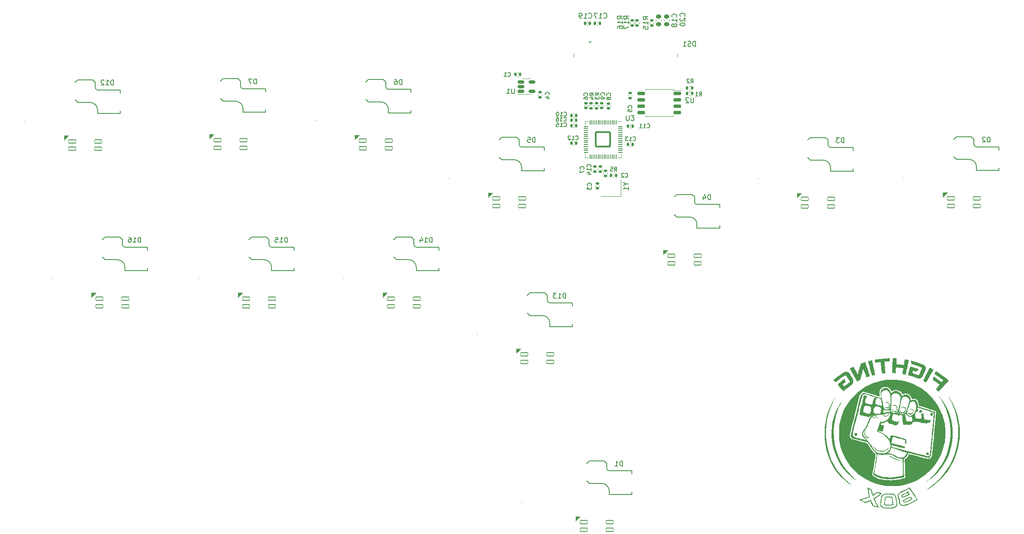
<source format=gbr>
%TF.GenerationSoftware,KiCad,Pcbnew,7.0.9*%
%TF.CreationDate,2024-03-26T15:37:35+08:00*%
%TF.ProjectId,Flatbox-LED-Mirrored,466c6174-626f-4782-9d4c-45442d4d6972,rev?*%
%TF.SameCoordinates,Original*%
%TF.FileFunction,Legend,Bot*%
%TF.FilePolarity,Positive*%
%FSLAX46Y46*%
G04 Gerber Fmt 4.6, Leading zero omitted, Abs format (unit mm)*
G04 Created by KiCad (PCBNEW 7.0.9) date 2024-03-26 15:37:35*
%MOMM*%
%LPD*%
G01*
G04 APERTURE LIST*
G04 Aperture macros list*
%AMRoundRect*
0 Rectangle with rounded corners*
0 $1 Rounding radius*
0 $2 $3 $4 $5 $6 $7 $8 $9 X,Y pos of 4 corners*
0 Add a 4 corners polygon primitive as box body*
4,1,4,$2,$3,$4,$5,$6,$7,$8,$9,$2,$3,0*
0 Add four circle primitives for the rounded corners*
1,1,$1+$1,$2,$3*
1,1,$1+$1,$4,$5*
1,1,$1+$1,$6,$7*
1,1,$1+$1,$8,$9*
0 Add four rect primitives between the rounded corners*
20,1,$1+$1,$2,$3,$4,$5,0*
20,1,$1+$1,$4,$5,$6,$7,0*
20,1,$1+$1,$6,$7,$8,$9,0*
20,1,$1+$1,$8,$9,$2,$3,0*%
G04 Aperture macros list end*
%ADD10C,0.200000*%
%ADD11C,0.150000*%
%ADD12C,0.100000*%
%ADD13C,0.120000*%
%ADD14C,0.650000*%
%ADD15O,1.000000X2.100000*%
%ADD16O,1.000000X1.600000*%
%ADD17C,1.300000*%
%ADD18C,1.800000*%
%ADD19C,1.200000*%
%ADD20C,3.000000*%
%ADD21C,4.800000*%
%ADD22RoundRect,0.082000X0.718000X-0.328000X0.718000X0.328000X-0.718000X0.328000X-0.718000X-0.328000X0*%
%ADD23R,2.600000X2.600000*%
%ADD24RoundRect,0.140000X0.140000X0.170000X-0.140000X0.170000X-0.140000X-0.170000X0.140000X-0.170000X0*%
%ADD25RoundRect,0.140000X-0.170000X0.140000X-0.170000X-0.140000X0.170000X-0.140000X0.170000X0.140000X0*%
%ADD26RoundRect,0.140000X0.170000X-0.140000X0.170000X0.140000X-0.170000X0.140000X-0.170000X-0.140000X0*%
%ADD27RoundRect,0.135000X-0.135000X-0.185000X0.135000X-0.185000X0.135000X0.185000X-0.135000X0.185000X0*%
%ADD28RoundRect,0.135000X0.135000X0.185000X-0.135000X0.185000X-0.135000X-0.185000X0.135000X-0.185000X0*%
%ADD29RoundRect,0.135000X-0.185000X0.135000X-0.185000X-0.135000X0.185000X-0.135000X0.185000X0.135000X0*%
%ADD30RoundRect,0.150000X-0.512500X-0.150000X0.512500X-0.150000X0.512500X0.150000X-0.512500X0.150000X0*%
%ADD31RoundRect,0.150000X0.650000X0.150000X-0.650000X0.150000X-0.650000X-0.150000X0.650000X-0.150000X0*%
%ADD32RoundRect,0.050000X0.387500X0.050000X-0.387500X0.050000X-0.387500X-0.050000X0.387500X-0.050000X0*%
%ADD33RoundRect,0.050000X0.050000X0.387500X-0.050000X0.387500X-0.050000X-0.387500X0.050000X-0.387500X0*%
%ADD34RoundRect,0.144000X1.456000X1.456000X-1.456000X1.456000X-1.456000X-1.456000X1.456000X-1.456000X0*%
%ADD35R,1.400000X1.200000*%
%ADD36RoundRect,0.140000X-0.140000X-0.170000X0.140000X-0.170000X0.140000X0.170000X-0.140000X0.170000X0*%
%ADD37RoundRect,0.135000X0.185000X-0.135000X0.185000X0.135000X-0.185000X0.135000X-0.185000X-0.135000X0*%
%ADD38C,6.000000*%
%ADD39RoundRect,0.225000X0.250000X-0.225000X0.250000X0.225000X-0.250000X0.225000X-0.250000X-0.225000X0*%
%ADD40R,0.300000X1.100000*%
%ADD41R,2.300000X3.100000*%
%ADD42RoundRect,0.225000X-0.250000X0.225000X-0.250000X-0.225000X0.250000X-0.225000X0.250000X0.225000X0*%
G04 APERTURE END LIST*
D10*
X61604902Y-67869766D02*
X61604902Y-67869766D01*
X96253701Y-99207421D02*
X96253701Y-99207421D01*
X207650179Y-79340530D02*
X207650179Y-79340530D01*
X67044603Y-99207421D02*
X67044603Y-99207421D01*
X160539031Y-143789665D02*
X160539031Y-143789665D01*
X146102209Y-79284986D02*
X146102209Y-79284986D01*
X125107979Y-99207421D02*
X125107979Y-99207421D01*
X151715416Y-110323426D02*
X151715416Y-110323426D01*
X236740985Y-79222280D02*
X236740985Y-79222280D01*
X119549970Y-67751518D02*
X119549970Y-67751518D01*
X90577433Y-67633258D02*
X90577433Y-67633258D01*
D11*
X113909285Y-92044819D02*
X113909285Y-91044819D01*
X113909285Y-91044819D02*
X113671190Y-91044819D01*
X113671190Y-91044819D02*
X113528333Y-91092438D01*
X113528333Y-91092438D02*
X113433095Y-91187676D01*
X113433095Y-91187676D02*
X113385476Y-91282914D01*
X113385476Y-91282914D02*
X113337857Y-91473390D01*
X113337857Y-91473390D02*
X113337857Y-91616247D01*
X113337857Y-91616247D02*
X113385476Y-91806723D01*
X113385476Y-91806723D02*
X113433095Y-91901961D01*
X113433095Y-91901961D02*
X113528333Y-91997200D01*
X113528333Y-91997200D02*
X113671190Y-92044819D01*
X113671190Y-92044819D02*
X113909285Y-92044819D01*
X112385476Y-92044819D02*
X112956904Y-92044819D01*
X112671190Y-92044819D02*
X112671190Y-91044819D01*
X112671190Y-91044819D02*
X112766428Y-91187676D01*
X112766428Y-91187676D02*
X112861666Y-91282914D01*
X112861666Y-91282914D02*
X112956904Y-91330533D01*
X111480714Y-91044819D02*
X111956904Y-91044819D01*
X111956904Y-91044819D02*
X112004523Y-91521009D01*
X112004523Y-91521009D02*
X111956904Y-91473390D01*
X111956904Y-91473390D02*
X111861666Y-91425771D01*
X111861666Y-91425771D02*
X111623571Y-91425771D01*
X111623571Y-91425771D02*
X111528333Y-91473390D01*
X111528333Y-91473390D02*
X111480714Y-91521009D01*
X111480714Y-91521009D02*
X111433095Y-91616247D01*
X111433095Y-91616247D02*
X111433095Y-91854342D01*
X111433095Y-91854342D02*
X111480714Y-91949580D01*
X111480714Y-91949580D02*
X111528333Y-91997200D01*
X111528333Y-91997200D02*
X111623571Y-92044819D01*
X111623571Y-92044819D02*
X111861666Y-92044819D01*
X111861666Y-92044819D02*
X111956904Y-91997200D01*
X111956904Y-91997200D02*
X112004523Y-91949580D01*
X142759285Y-92044819D02*
X142759285Y-91044819D01*
X142759285Y-91044819D02*
X142521190Y-91044819D01*
X142521190Y-91044819D02*
X142378333Y-91092438D01*
X142378333Y-91092438D02*
X142283095Y-91187676D01*
X142283095Y-91187676D02*
X142235476Y-91282914D01*
X142235476Y-91282914D02*
X142187857Y-91473390D01*
X142187857Y-91473390D02*
X142187857Y-91616247D01*
X142187857Y-91616247D02*
X142235476Y-91806723D01*
X142235476Y-91806723D02*
X142283095Y-91901961D01*
X142283095Y-91901961D02*
X142378333Y-91997200D01*
X142378333Y-91997200D02*
X142521190Y-92044819D01*
X142521190Y-92044819D02*
X142759285Y-92044819D01*
X141235476Y-92044819D02*
X141806904Y-92044819D01*
X141521190Y-92044819D02*
X141521190Y-91044819D01*
X141521190Y-91044819D02*
X141616428Y-91187676D01*
X141616428Y-91187676D02*
X141711666Y-91282914D01*
X141711666Y-91282914D02*
X141806904Y-91330533D01*
X140378333Y-91378152D02*
X140378333Y-92044819D01*
X140616428Y-90997200D02*
X140854523Y-91711485D01*
X140854523Y-91711485D02*
X140235476Y-91711485D01*
X84699285Y-92044819D02*
X84699285Y-91044819D01*
X84699285Y-91044819D02*
X84461190Y-91044819D01*
X84461190Y-91044819D02*
X84318333Y-91092438D01*
X84318333Y-91092438D02*
X84223095Y-91187676D01*
X84223095Y-91187676D02*
X84175476Y-91282914D01*
X84175476Y-91282914D02*
X84127857Y-91473390D01*
X84127857Y-91473390D02*
X84127857Y-91616247D01*
X84127857Y-91616247D02*
X84175476Y-91806723D01*
X84175476Y-91806723D02*
X84223095Y-91901961D01*
X84223095Y-91901961D02*
X84318333Y-91997200D01*
X84318333Y-91997200D02*
X84461190Y-92044819D01*
X84461190Y-92044819D02*
X84699285Y-92044819D01*
X83175476Y-92044819D02*
X83746904Y-92044819D01*
X83461190Y-92044819D02*
X83461190Y-91044819D01*
X83461190Y-91044819D02*
X83556428Y-91187676D01*
X83556428Y-91187676D02*
X83651666Y-91282914D01*
X83651666Y-91282914D02*
X83746904Y-91330533D01*
X82318333Y-91044819D02*
X82508809Y-91044819D01*
X82508809Y-91044819D02*
X82604047Y-91092438D01*
X82604047Y-91092438D02*
X82651666Y-91140057D01*
X82651666Y-91140057D02*
X82746904Y-91282914D01*
X82746904Y-91282914D02*
X82794523Y-91473390D01*
X82794523Y-91473390D02*
X82794523Y-91854342D01*
X82794523Y-91854342D02*
X82746904Y-91949580D01*
X82746904Y-91949580D02*
X82699285Y-91997200D01*
X82699285Y-91997200D02*
X82604047Y-92044819D01*
X82604047Y-92044819D02*
X82413571Y-92044819D01*
X82413571Y-92044819D02*
X82318333Y-91997200D01*
X82318333Y-91997200D02*
X82270714Y-91949580D01*
X82270714Y-91949580D02*
X82223095Y-91854342D01*
X82223095Y-91854342D02*
X82223095Y-91616247D01*
X82223095Y-91616247D02*
X82270714Y-91521009D01*
X82270714Y-91521009D02*
X82318333Y-91473390D01*
X82318333Y-91473390D02*
X82413571Y-91425771D01*
X82413571Y-91425771D02*
X82604047Y-91425771D01*
X82604047Y-91425771D02*
X82699285Y-91473390D01*
X82699285Y-91473390D02*
X82746904Y-91521009D01*
X82746904Y-91521009D02*
X82794523Y-91616247D01*
X136723094Y-60584819D02*
X136723094Y-59584819D01*
X136723094Y-59584819D02*
X136484999Y-59584819D01*
X136484999Y-59584819D02*
X136342142Y-59632438D01*
X136342142Y-59632438D02*
X136246904Y-59727676D01*
X136246904Y-59727676D02*
X136199285Y-59822914D01*
X136199285Y-59822914D02*
X136151666Y-60013390D01*
X136151666Y-60013390D02*
X136151666Y-60156247D01*
X136151666Y-60156247D02*
X136199285Y-60346723D01*
X136199285Y-60346723D02*
X136246904Y-60441961D01*
X136246904Y-60441961D02*
X136342142Y-60537200D01*
X136342142Y-60537200D02*
X136484999Y-60584819D01*
X136484999Y-60584819D02*
X136723094Y-60584819D01*
X135294523Y-59584819D02*
X135484999Y-59584819D01*
X135484999Y-59584819D02*
X135580237Y-59632438D01*
X135580237Y-59632438D02*
X135627856Y-59680057D01*
X135627856Y-59680057D02*
X135723094Y-59822914D01*
X135723094Y-59822914D02*
X135770713Y-60013390D01*
X135770713Y-60013390D02*
X135770713Y-60394342D01*
X135770713Y-60394342D02*
X135723094Y-60489580D01*
X135723094Y-60489580D02*
X135675475Y-60537200D01*
X135675475Y-60537200D02*
X135580237Y-60584819D01*
X135580237Y-60584819D02*
X135389761Y-60584819D01*
X135389761Y-60584819D02*
X135294523Y-60537200D01*
X135294523Y-60537200D02*
X135246904Y-60489580D01*
X135246904Y-60489580D02*
X135199285Y-60394342D01*
X135199285Y-60394342D02*
X135199285Y-60156247D01*
X135199285Y-60156247D02*
X135246904Y-60061009D01*
X135246904Y-60061009D02*
X135294523Y-60013390D01*
X135294523Y-60013390D02*
X135389761Y-59965771D01*
X135389761Y-59965771D02*
X135580237Y-59965771D01*
X135580237Y-59965771D02*
X135675475Y-60013390D01*
X135675475Y-60013390D02*
X135723094Y-60061009D01*
X135723094Y-60061009D02*
X135770713Y-60156247D01*
X163283094Y-72114819D02*
X163283094Y-71114819D01*
X163283094Y-71114819D02*
X163044999Y-71114819D01*
X163044999Y-71114819D02*
X162902142Y-71162438D01*
X162902142Y-71162438D02*
X162806904Y-71257676D01*
X162806904Y-71257676D02*
X162759285Y-71352914D01*
X162759285Y-71352914D02*
X162711666Y-71543390D01*
X162711666Y-71543390D02*
X162711666Y-71686247D01*
X162711666Y-71686247D02*
X162759285Y-71876723D01*
X162759285Y-71876723D02*
X162806904Y-71971961D01*
X162806904Y-71971961D02*
X162902142Y-72067200D01*
X162902142Y-72067200D02*
X163044999Y-72114819D01*
X163044999Y-72114819D02*
X163283094Y-72114819D01*
X161806904Y-71114819D02*
X162283094Y-71114819D01*
X162283094Y-71114819D02*
X162330713Y-71591009D01*
X162330713Y-71591009D02*
X162283094Y-71543390D01*
X162283094Y-71543390D02*
X162187856Y-71495771D01*
X162187856Y-71495771D02*
X161949761Y-71495771D01*
X161949761Y-71495771D02*
X161854523Y-71543390D01*
X161854523Y-71543390D02*
X161806904Y-71591009D01*
X161806904Y-71591009D02*
X161759285Y-71686247D01*
X161759285Y-71686247D02*
X161759285Y-71924342D01*
X161759285Y-71924342D02*
X161806904Y-72019580D01*
X161806904Y-72019580D02*
X161854523Y-72067200D01*
X161854523Y-72067200D02*
X161949761Y-72114819D01*
X161949761Y-72114819D02*
X162187856Y-72114819D01*
X162187856Y-72114819D02*
X162283094Y-72067200D01*
X162283094Y-72067200D02*
X162330713Y-72019580D01*
X180723094Y-136624819D02*
X180723094Y-135624819D01*
X180723094Y-135624819D02*
X180484999Y-135624819D01*
X180484999Y-135624819D02*
X180342142Y-135672438D01*
X180342142Y-135672438D02*
X180246904Y-135767676D01*
X180246904Y-135767676D02*
X180199285Y-135862914D01*
X180199285Y-135862914D02*
X180151666Y-136053390D01*
X180151666Y-136053390D02*
X180151666Y-136196247D01*
X180151666Y-136196247D02*
X180199285Y-136386723D01*
X180199285Y-136386723D02*
X180246904Y-136481961D01*
X180246904Y-136481961D02*
X180342142Y-136577200D01*
X180342142Y-136577200D02*
X180484999Y-136624819D01*
X180484999Y-136624819D02*
X180723094Y-136624819D01*
X179199285Y-136624819D02*
X179770713Y-136624819D01*
X179484999Y-136624819D02*
X179484999Y-135624819D01*
X179484999Y-135624819D02*
X179580237Y-135767676D01*
X179580237Y-135767676D02*
X179675475Y-135862914D01*
X179675475Y-135862914D02*
X179770713Y-135910533D01*
X198223094Y-83524819D02*
X198223094Y-82524819D01*
X198223094Y-82524819D02*
X197984999Y-82524819D01*
X197984999Y-82524819D02*
X197842142Y-82572438D01*
X197842142Y-82572438D02*
X197746904Y-82667676D01*
X197746904Y-82667676D02*
X197699285Y-82762914D01*
X197699285Y-82762914D02*
X197651666Y-82953390D01*
X197651666Y-82953390D02*
X197651666Y-83096247D01*
X197651666Y-83096247D02*
X197699285Y-83286723D01*
X197699285Y-83286723D02*
X197746904Y-83381961D01*
X197746904Y-83381961D02*
X197842142Y-83477200D01*
X197842142Y-83477200D02*
X197984999Y-83524819D01*
X197984999Y-83524819D02*
X198223094Y-83524819D01*
X196794523Y-82858152D02*
X196794523Y-83524819D01*
X197032618Y-82477200D02*
X197270713Y-83191485D01*
X197270713Y-83191485D02*
X196651666Y-83191485D01*
X253918094Y-72054819D02*
X253918094Y-71054819D01*
X253918094Y-71054819D02*
X253679999Y-71054819D01*
X253679999Y-71054819D02*
X253537142Y-71102438D01*
X253537142Y-71102438D02*
X253441904Y-71197676D01*
X253441904Y-71197676D02*
X253394285Y-71292914D01*
X253394285Y-71292914D02*
X253346666Y-71483390D01*
X253346666Y-71483390D02*
X253346666Y-71626247D01*
X253346666Y-71626247D02*
X253394285Y-71816723D01*
X253394285Y-71816723D02*
X253441904Y-71911961D01*
X253441904Y-71911961D02*
X253537142Y-72007200D01*
X253537142Y-72007200D02*
X253679999Y-72054819D01*
X253679999Y-72054819D02*
X253918094Y-72054819D01*
X252965713Y-71150057D02*
X252918094Y-71102438D01*
X252918094Y-71102438D02*
X252822856Y-71054819D01*
X252822856Y-71054819D02*
X252584761Y-71054819D01*
X252584761Y-71054819D02*
X252489523Y-71102438D01*
X252489523Y-71102438D02*
X252441904Y-71150057D01*
X252441904Y-71150057D02*
X252394285Y-71245295D01*
X252394285Y-71245295D02*
X252394285Y-71340533D01*
X252394285Y-71340533D02*
X252441904Y-71483390D01*
X252441904Y-71483390D02*
X253013332Y-72054819D01*
X253013332Y-72054819D02*
X252394285Y-72054819D01*
X169369285Y-103154819D02*
X169369285Y-102154819D01*
X169369285Y-102154819D02*
X169131190Y-102154819D01*
X169131190Y-102154819D02*
X168988333Y-102202438D01*
X168988333Y-102202438D02*
X168893095Y-102297676D01*
X168893095Y-102297676D02*
X168845476Y-102392914D01*
X168845476Y-102392914D02*
X168797857Y-102583390D01*
X168797857Y-102583390D02*
X168797857Y-102726247D01*
X168797857Y-102726247D02*
X168845476Y-102916723D01*
X168845476Y-102916723D02*
X168893095Y-103011961D01*
X168893095Y-103011961D02*
X168988333Y-103107200D01*
X168988333Y-103107200D02*
X169131190Y-103154819D01*
X169131190Y-103154819D02*
X169369285Y-103154819D01*
X167845476Y-103154819D02*
X168416904Y-103154819D01*
X168131190Y-103154819D02*
X168131190Y-102154819D01*
X168131190Y-102154819D02*
X168226428Y-102297676D01*
X168226428Y-102297676D02*
X168321666Y-102392914D01*
X168321666Y-102392914D02*
X168416904Y-102440533D01*
X167512142Y-102154819D02*
X166893095Y-102154819D01*
X166893095Y-102154819D02*
X167226428Y-102535771D01*
X167226428Y-102535771D02*
X167083571Y-102535771D01*
X167083571Y-102535771D02*
X166988333Y-102583390D01*
X166988333Y-102583390D02*
X166940714Y-102631009D01*
X166940714Y-102631009D02*
X166893095Y-102726247D01*
X166893095Y-102726247D02*
X166893095Y-102964342D01*
X166893095Y-102964342D02*
X166940714Y-103059580D01*
X166940714Y-103059580D02*
X166988333Y-103107200D01*
X166988333Y-103107200D02*
X167083571Y-103154819D01*
X167083571Y-103154819D02*
X167369285Y-103154819D01*
X167369285Y-103154819D02*
X167464523Y-103107200D01*
X167464523Y-103107200D02*
X167512142Y-103059580D01*
X224823094Y-72174819D02*
X224823094Y-71174819D01*
X224823094Y-71174819D02*
X224584999Y-71174819D01*
X224584999Y-71174819D02*
X224442142Y-71222438D01*
X224442142Y-71222438D02*
X224346904Y-71317676D01*
X224346904Y-71317676D02*
X224299285Y-71412914D01*
X224299285Y-71412914D02*
X224251666Y-71603390D01*
X224251666Y-71603390D02*
X224251666Y-71746247D01*
X224251666Y-71746247D02*
X224299285Y-71936723D01*
X224299285Y-71936723D02*
X224346904Y-72031961D01*
X224346904Y-72031961D02*
X224442142Y-72127200D01*
X224442142Y-72127200D02*
X224584999Y-72174819D01*
X224584999Y-72174819D02*
X224823094Y-72174819D01*
X223918332Y-71174819D02*
X223299285Y-71174819D01*
X223299285Y-71174819D02*
X223632618Y-71555771D01*
X223632618Y-71555771D02*
X223489761Y-71555771D01*
X223489761Y-71555771D02*
X223394523Y-71603390D01*
X223394523Y-71603390D02*
X223346904Y-71651009D01*
X223346904Y-71651009D02*
X223299285Y-71746247D01*
X223299285Y-71746247D02*
X223299285Y-71984342D01*
X223299285Y-71984342D02*
X223346904Y-72079580D01*
X223346904Y-72079580D02*
X223394523Y-72127200D01*
X223394523Y-72127200D02*
X223489761Y-72174819D01*
X223489761Y-72174819D02*
X223775475Y-72174819D01*
X223775475Y-72174819D02*
X223870713Y-72127200D01*
X223870713Y-72127200D02*
X223918332Y-72079580D01*
X107753094Y-60464819D02*
X107753094Y-59464819D01*
X107753094Y-59464819D02*
X107514999Y-59464819D01*
X107514999Y-59464819D02*
X107372142Y-59512438D01*
X107372142Y-59512438D02*
X107276904Y-59607676D01*
X107276904Y-59607676D02*
X107229285Y-59702914D01*
X107229285Y-59702914D02*
X107181666Y-59893390D01*
X107181666Y-59893390D02*
X107181666Y-60036247D01*
X107181666Y-60036247D02*
X107229285Y-60226723D01*
X107229285Y-60226723D02*
X107276904Y-60321961D01*
X107276904Y-60321961D02*
X107372142Y-60417200D01*
X107372142Y-60417200D02*
X107514999Y-60464819D01*
X107514999Y-60464819D02*
X107753094Y-60464819D01*
X106848332Y-59464819D02*
X106181666Y-59464819D01*
X106181666Y-59464819D02*
X106610237Y-60464819D01*
X79259285Y-60704819D02*
X79259285Y-59704819D01*
X79259285Y-59704819D02*
X79021190Y-59704819D01*
X79021190Y-59704819D02*
X78878333Y-59752438D01*
X78878333Y-59752438D02*
X78783095Y-59847676D01*
X78783095Y-59847676D02*
X78735476Y-59942914D01*
X78735476Y-59942914D02*
X78687857Y-60133390D01*
X78687857Y-60133390D02*
X78687857Y-60276247D01*
X78687857Y-60276247D02*
X78735476Y-60466723D01*
X78735476Y-60466723D02*
X78783095Y-60561961D01*
X78783095Y-60561961D02*
X78878333Y-60657200D01*
X78878333Y-60657200D02*
X79021190Y-60704819D01*
X79021190Y-60704819D02*
X79259285Y-60704819D01*
X77735476Y-60704819D02*
X78306904Y-60704819D01*
X78021190Y-60704819D02*
X78021190Y-59704819D01*
X78021190Y-59704819D02*
X78116428Y-59847676D01*
X78116428Y-59847676D02*
X78211666Y-59942914D01*
X78211666Y-59942914D02*
X78306904Y-59990533D01*
X77354523Y-59800057D02*
X77306904Y-59752438D01*
X77306904Y-59752438D02*
X77211666Y-59704819D01*
X77211666Y-59704819D02*
X76973571Y-59704819D01*
X76973571Y-59704819D02*
X76878333Y-59752438D01*
X76878333Y-59752438D02*
X76830714Y-59800057D01*
X76830714Y-59800057D02*
X76783095Y-59895295D01*
X76783095Y-59895295D02*
X76783095Y-59990533D01*
X76783095Y-59990533D02*
X76830714Y-60133390D01*
X76830714Y-60133390D02*
X77402142Y-60704819D01*
X77402142Y-60704819D02*
X76783095Y-60704819D01*
X157833332Y-58886104D02*
X157871428Y-58924200D01*
X157871428Y-58924200D02*
X157985713Y-58962295D01*
X157985713Y-58962295D02*
X158061904Y-58962295D01*
X158061904Y-58962295D02*
X158176190Y-58924200D01*
X158176190Y-58924200D02*
X158252380Y-58848009D01*
X158252380Y-58848009D02*
X158290475Y-58771819D01*
X158290475Y-58771819D02*
X158328571Y-58619438D01*
X158328571Y-58619438D02*
X158328571Y-58505152D01*
X158328571Y-58505152D02*
X158290475Y-58352771D01*
X158290475Y-58352771D02*
X158252380Y-58276580D01*
X158252380Y-58276580D02*
X158176190Y-58200390D01*
X158176190Y-58200390D02*
X158061904Y-58162295D01*
X158061904Y-58162295D02*
X157985713Y-58162295D01*
X157985713Y-58162295D02*
X157871428Y-58200390D01*
X157871428Y-58200390D02*
X157833332Y-58238485D01*
X157071428Y-58962295D02*
X157528571Y-58962295D01*
X157299999Y-58962295D02*
X157299999Y-58162295D01*
X157299999Y-58162295D02*
X157376190Y-58276580D01*
X157376190Y-58276580D02*
X157452380Y-58352771D01*
X157452380Y-58352771D02*
X157528571Y-58390866D01*
X181233332Y-78986104D02*
X181271428Y-79024200D01*
X181271428Y-79024200D02*
X181385713Y-79062295D01*
X181385713Y-79062295D02*
X181461904Y-79062295D01*
X181461904Y-79062295D02*
X181576190Y-79024200D01*
X181576190Y-79024200D02*
X181652380Y-78948009D01*
X181652380Y-78948009D02*
X181690475Y-78871819D01*
X181690475Y-78871819D02*
X181728571Y-78719438D01*
X181728571Y-78719438D02*
X181728571Y-78605152D01*
X181728571Y-78605152D02*
X181690475Y-78452771D01*
X181690475Y-78452771D02*
X181652380Y-78376580D01*
X181652380Y-78376580D02*
X181576190Y-78300390D01*
X181576190Y-78300390D02*
X181461904Y-78262295D01*
X181461904Y-78262295D02*
X181385713Y-78262295D01*
X181385713Y-78262295D02*
X181271428Y-78300390D01*
X181271428Y-78300390D02*
X181233332Y-78338485D01*
X180928571Y-78338485D02*
X180890475Y-78300390D01*
X180890475Y-78300390D02*
X180814285Y-78262295D01*
X180814285Y-78262295D02*
X180623809Y-78262295D01*
X180623809Y-78262295D02*
X180547618Y-78300390D01*
X180547618Y-78300390D02*
X180509523Y-78338485D01*
X180509523Y-78338485D02*
X180471428Y-78414676D01*
X180471428Y-78414676D02*
X180471428Y-78490866D01*
X180471428Y-78490866D02*
X180509523Y-78605152D01*
X180509523Y-78605152D02*
X180966666Y-79062295D01*
X180966666Y-79062295D02*
X180471428Y-79062295D01*
X166036104Y-62636667D02*
X166074200Y-62598571D01*
X166074200Y-62598571D02*
X166112295Y-62484286D01*
X166112295Y-62484286D02*
X166112295Y-62408095D01*
X166112295Y-62408095D02*
X166074200Y-62293809D01*
X166074200Y-62293809D02*
X165998009Y-62217619D01*
X165998009Y-62217619D02*
X165921819Y-62179524D01*
X165921819Y-62179524D02*
X165769438Y-62141428D01*
X165769438Y-62141428D02*
X165655152Y-62141428D01*
X165655152Y-62141428D02*
X165502771Y-62179524D01*
X165502771Y-62179524D02*
X165426580Y-62217619D01*
X165426580Y-62217619D02*
X165350390Y-62293809D01*
X165350390Y-62293809D02*
X165312295Y-62408095D01*
X165312295Y-62408095D02*
X165312295Y-62484286D01*
X165312295Y-62484286D02*
X165350390Y-62598571D01*
X165350390Y-62598571D02*
X165388485Y-62636667D01*
X165578961Y-63322381D02*
X166112295Y-63322381D01*
X165274200Y-63131905D02*
X165845628Y-62941428D01*
X165845628Y-62941428D02*
X165845628Y-63436667D01*
X182486104Y-65266667D02*
X182524200Y-65228571D01*
X182524200Y-65228571D02*
X182562295Y-65114286D01*
X182562295Y-65114286D02*
X182562295Y-65038095D01*
X182562295Y-65038095D02*
X182524200Y-64923809D01*
X182524200Y-64923809D02*
X182448009Y-64847619D01*
X182448009Y-64847619D02*
X182371819Y-64809524D01*
X182371819Y-64809524D02*
X182219438Y-64771428D01*
X182219438Y-64771428D02*
X182105152Y-64771428D01*
X182105152Y-64771428D02*
X181952771Y-64809524D01*
X181952771Y-64809524D02*
X181876580Y-64847619D01*
X181876580Y-64847619D02*
X181800390Y-64923809D01*
X181800390Y-64923809D02*
X181762295Y-65038095D01*
X181762295Y-65038095D02*
X181762295Y-65114286D01*
X181762295Y-65114286D02*
X181800390Y-65228571D01*
X181800390Y-65228571D02*
X181838485Y-65266667D01*
X181762295Y-65990476D02*
X181762295Y-65609524D01*
X181762295Y-65609524D02*
X182143247Y-65571428D01*
X182143247Y-65571428D02*
X182105152Y-65609524D01*
X182105152Y-65609524D02*
X182067057Y-65685714D01*
X182067057Y-65685714D02*
X182067057Y-65876190D01*
X182067057Y-65876190D02*
X182105152Y-65952381D01*
X182105152Y-65952381D02*
X182143247Y-65990476D01*
X182143247Y-65990476D02*
X182219438Y-66028571D01*
X182219438Y-66028571D02*
X182409914Y-66028571D01*
X182409914Y-66028571D02*
X182486104Y-65990476D01*
X182486104Y-65990476D02*
X182524200Y-65952381D01*
X182524200Y-65952381D02*
X182562295Y-65876190D01*
X182562295Y-65876190D02*
X182562295Y-65685714D01*
X182562295Y-65685714D02*
X182524200Y-65609524D01*
X182524200Y-65609524D02*
X182486104Y-65571428D01*
X173686104Y-62766667D02*
X173724200Y-62728571D01*
X173724200Y-62728571D02*
X173762295Y-62614286D01*
X173762295Y-62614286D02*
X173762295Y-62538095D01*
X173762295Y-62538095D02*
X173724200Y-62423809D01*
X173724200Y-62423809D02*
X173648009Y-62347619D01*
X173648009Y-62347619D02*
X173571819Y-62309524D01*
X173571819Y-62309524D02*
X173419438Y-62271428D01*
X173419438Y-62271428D02*
X173305152Y-62271428D01*
X173305152Y-62271428D02*
X173152771Y-62309524D01*
X173152771Y-62309524D02*
X173076580Y-62347619D01*
X173076580Y-62347619D02*
X173000390Y-62423809D01*
X173000390Y-62423809D02*
X172962295Y-62538095D01*
X172962295Y-62538095D02*
X172962295Y-62614286D01*
X172962295Y-62614286D02*
X173000390Y-62728571D01*
X173000390Y-62728571D02*
X173038485Y-62766667D01*
X172962295Y-63452381D02*
X172962295Y-63300000D01*
X172962295Y-63300000D02*
X173000390Y-63223809D01*
X173000390Y-63223809D02*
X173038485Y-63185714D01*
X173038485Y-63185714D02*
X173152771Y-63109524D01*
X173152771Y-63109524D02*
X173305152Y-63071428D01*
X173305152Y-63071428D02*
X173609914Y-63071428D01*
X173609914Y-63071428D02*
X173686104Y-63109524D01*
X173686104Y-63109524D02*
X173724200Y-63147619D01*
X173724200Y-63147619D02*
X173762295Y-63223809D01*
X173762295Y-63223809D02*
X173762295Y-63376190D01*
X173762295Y-63376190D02*
X173724200Y-63452381D01*
X173724200Y-63452381D02*
X173686104Y-63490476D01*
X173686104Y-63490476D02*
X173609914Y-63528571D01*
X173609914Y-63528571D02*
X173419438Y-63528571D01*
X173419438Y-63528571D02*
X173343247Y-63490476D01*
X173343247Y-63490476D02*
X173305152Y-63452381D01*
X173305152Y-63452381D02*
X173267057Y-63376190D01*
X173267057Y-63376190D02*
X173267057Y-63223809D01*
X173267057Y-63223809D02*
X173305152Y-63147619D01*
X173305152Y-63147619D02*
X173343247Y-63109524D01*
X173343247Y-63109524D02*
X173419438Y-63071428D01*
X172957748Y-77416667D02*
X172995844Y-77378571D01*
X172995844Y-77378571D02*
X173033939Y-77264286D01*
X173033939Y-77264286D02*
X173033939Y-77188095D01*
X173033939Y-77188095D02*
X172995844Y-77073809D01*
X172995844Y-77073809D02*
X172919653Y-76997619D01*
X172919653Y-76997619D02*
X172843463Y-76959524D01*
X172843463Y-76959524D02*
X172691082Y-76921428D01*
X172691082Y-76921428D02*
X172576796Y-76921428D01*
X172576796Y-76921428D02*
X172424415Y-76959524D01*
X172424415Y-76959524D02*
X172348224Y-76997619D01*
X172348224Y-76997619D02*
X172272034Y-77073809D01*
X172272034Y-77073809D02*
X172233939Y-77188095D01*
X172233939Y-77188095D02*
X172233939Y-77264286D01*
X172233939Y-77264286D02*
X172272034Y-77378571D01*
X172272034Y-77378571D02*
X172310129Y-77416667D01*
X172233939Y-77683333D02*
X172233939Y-78216667D01*
X172233939Y-78216667D02*
X173033939Y-77873809D01*
X178236104Y-62816667D02*
X178274200Y-62778571D01*
X178274200Y-62778571D02*
X178312295Y-62664286D01*
X178312295Y-62664286D02*
X178312295Y-62588095D01*
X178312295Y-62588095D02*
X178274200Y-62473809D01*
X178274200Y-62473809D02*
X178198009Y-62397619D01*
X178198009Y-62397619D02*
X178121819Y-62359524D01*
X178121819Y-62359524D02*
X177969438Y-62321428D01*
X177969438Y-62321428D02*
X177855152Y-62321428D01*
X177855152Y-62321428D02*
X177702771Y-62359524D01*
X177702771Y-62359524D02*
X177626580Y-62397619D01*
X177626580Y-62397619D02*
X177550390Y-62473809D01*
X177550390Y-62473809D02*
X177512295Y-62588095D01*
X177512295Y-62588095D02*
X177512295Y-62664286D01*
X177512295Y-62664286D02*
X177550390Y-62778571D01*
X177550390Y-62778571D02*
X177588485Y-62816667D01*
X177855152Y-63273809D02*
X177817057Y-63197619D01*
X177817057Y-63197619D02*
X177778961Y-63159524D01*
X177778961Y-63159524D02*
X177702771Y-63121428D01*
X177702771Y-63121428D02*
X177664676Y-63121428D01*
X177664676Y-63121428D02*
X177588485Y-63159524D01*
X177588485Y-63159524D02*
X177550390Y-63197619D01*
X177550390Y-63197619D02*
X177512295Y-63273809D01*
X177512295Y-63273809D02*
X177512295Y-63426190D01*
X177512295Y-63426190D02*
X177550390Y-63502381D01*
X177550390Y-63502381D02*
X177588485Y-63540476D01*
X177588485Y-63540476D02*
X177664676Y-63578571D01*
X177664676Y-63578571D02*
X177702771Y-63578571D01*
X177702771Y-63578571D02*
X177778961Y-63540476D01*
X177778961Y-63540476D02*
X177817057Y-63502381D01*
X177817057Y-63502381D02*
X177855152Y-63426190D01*
X177855152Y-63426190D02*
X177855152Y-63273809D01*
X177855152Y-63273809D02*
X177893247Y-63197619D01*
X177893247Y-63197619D02*
X177931342Y-63159524D01*
X177931342Y-63159524D02*
X178007533Y-63121428D01*
X178007533Y-63121428D02*
X178159914Y-63121428D01*
X178159914Y-63121428D02*
X178236104Y-63159524D01*
X178236104Y-63159524D02*
X178274200Y-63197619D01*
X178274200Y-63197619D02*
X178312295Y-63273809D01*
X178312295Y-63273809D02*
X178312295Y-63426190D01*
X178312295Y-63426190D02*
X178274200Y-63502381D01*
X178274200Y-63502381D02*
X178236104Y-63540476D01*
X178236104Y-63540476D02*
X178159914Y-63578571D01*
X178159914Y-63578571D02*
X178007533Y-63578571D01*
X178007533Y-63578571D02*
X177931342Y-63540476D01*
X177931342Y-63540476D02*
X177893247Y-63502381D01*
X177893247Y-63502381D02*
X177855152Y-63426190D01*
X177086104Y-62716667D02*
X177124200Y-62678571D01*
X177124200Y-62678571D02*
X177162295Y-62564286D01*
X177162295Y-62564286D02*
X177162295Y-62488095D01*
X177162295Y-62488095D02*
X177124200Y-62373809D01*
X177124200Y-62373809D02*
X177048009Y-62297619D01*
X177048009Y-62297619D02*
X176971819Y-62259524D01*
X176971819Y-62259524D02*
X176819438Y-62221428D01*
X176819438Y-62221428D02*
X176705152Y-62221428D01*
X176705152Y-62221428D02*
X176552771Y-62259524D01*
X176552771Y-62259524D02*
X176476580Y-62297619D01*
X176476580Y-62297619D02*
X176400390Y-62373809D01*
X176400390Y-62373809D02*
X176362295Y-62488095D01*
X176362295Y-62488095D02*
X176362295Y-62564286D01*
X176362295Y-62564286D02*
X176400390Y-62678571D01*
X176400390Y-62678571D02*
X176438485Y-62716667D01*
X177162295Y-63097619D02*
X177162295Y-63250000D01*
X177162295Y-63250000D02*
X177124200Y-63326190D01*
X177124200Y-63326190D02*
X177086104Y-63364286D01*
X177086104Y-63364286D02*
X176971819Y-63440476D01*
X176971819Y-63440476D02*
X176819438Y-63478571D01*
X176819438Y-63478571D02*
X176514676Y-63478571D01*
X176514676Y-63478571D02*
X176438485Y-63440476D01*
X176438485Y-63440476D02*
X176400390Y-63402381D01*
X176400390Y-63402381D02*
X176362295Y-63326190D01*
X176362295Y-63326190D02*
X176362295Y-63173809D01*
X176362295Y-63173809D02*
X176400390Y-63097619D01*
X176400390Y-63097619D02*
X176438485Y-63059524D01*
X176438485Y-63059524D02*
X176514676Y-63021428D01*
X176514676Y-63021428D02*
X176705152Y-63021428D01*
X176705152Y-63021428D02*
X176781342Y-63059524D01*
X176781342Y-63059524D02*
X176819438Y-63097619D01*
X176819438Y-63097619D02*
X176857533Y-63173809D01*
X176857533Y-63173809D02*
X176857533Y-63326190D01*
X176857533Y-63326190D02*
X176819438Y-63402381D01*
X176819438Y-63402381D02*
X176781342Y-63440476D01*
X176781342Y-63440476D02*
X176705152Y-63478571D01*
X169014285Y-66786104D02*
X169052381Y-66824200D01*
X169052381Y-66824200D02*
X169166666Y-66862295D01*
X169166666Y-66862295D02*
X169242857Y-66862295D01*
X169242857Y-66862295D02*
X169357143Y-66824200D01*
X169357143Y-66824200D02*
X169433333Y-66748009D01*
X169433333Y-66748009D02*
X169471428Y-66671819D01*
X169471428Y-66671819D02*
X169509524Y-66519438D01*
X169509524Y-66519438D02*
X169509524Y-66405152D01*
X169509524Y-66405152D02*
X169471428Y-66252771D01*
X169471428Y-66252771D02*
X169433333Y-66176580D01*
X169433333Y-66176580D02*
X169357143Y-66100390D01*
X169357143Y-66100390D02*
X169242857Y-66062295D01*
X169242857Y-66062295D02*
X169166666Y-66062295D01*
X169166666Y-66062295D02*
X169052381Y-66100390D01*
X169052381Y-66100390D02*
X169014285Y-66138485D01*
X168252381Y-66862295D02*
X168709524Y-66862295D01*
X168480952Y-66862295D02*
X168480952Y-66062295D01*
X168480952Y-66062295D02*
X168557143Y-66176580D01*
X168557143Y-66176580D02*
X168633333Y-66252771D01*
X168633333Y-66252771D02*
X168709524Y-66290866D01*
X167757142Y-66062295D02*
X167680952Y-66062295D01*
X167680952Y-66062295D02*
X167604761Y-66100390D01*
X167604761Y-66100390D02*
X167566666Y-66138485D01*
X167566666Y-66138485D02*
X167528571Y-66214676D01*
X167528571Y-66214676D02*
X167490476Y-66367057D01*
X167490476Y-66367057D02*
X167490476Y-66557533D01*
X167490476Y-66557533D02*
X167528571Y-66709914D01*
X167528571Y-66709914D02*
X167566666Y-66786104D01*
X167566666Y-66786104D02*
X167604761Y-66824200D01*
X167604761Y-66824200D02*
X167680952Y-66862295D01*
X167680952Y-66862295D02*
X167757142Y-66862295D01*
X167757142Y-66862295D02*
X167833333Y-66824200D01*
X167833333Y-66824200D02*
X167871428Y-66786104D01*
X167871428Y-66786104D02*
X167909523Y-66709914D01*
X167909523Y-66709914D02*
X167947619Y-66557533D01*
X167947619Y-66557533D02*
X167947619Y-66367057D01*
X167947619Y-66367057D02*
X167909523Y-66214676D01*
X167909523Y-66214676D02*
X167871428Y-66138485D01*
X167871428Y-66138485D02*
X167833333Y-66100390D01*
X167833333Y-66100390D02*
X167757142Y-66062295D01*
X169014285Y-68936104D02*
X169052381Y-68974200D01*
X169052381Y-68974200D02*
X169166666Y-69012295D01*
X169166666Y-69012295D02*
X169242857Y-69012295D01*
X169242857Y-69012295D02*
X169357143Y-68974200D01*
X169357143Y-68974200D02*
X169433333Y-68898009D01*
X169433333Y-68898009D02*
X169471428Y-68821819D01*
X169471428Y-68821819D02*
X169509524Y-68669438D01*
X169509524Y-68669438D02*
X169509524Y-68555152D01*
X169509524Y-68555152D02*
X169471428Y-68402771D01*
X169471428Y-68402771D02*
X169433333Y-68326580D01*
X169433333Y-68326580D02*
X169357143Y-68250390D01*
X169357143Y-68250390D02*
X169242857Y-68212295D01*
X169242857Y-68212295D02*
X169166666Y-68212295D01*
X169166666Y-68212295D02*
X169052381Y-68250390D01*
X169052381Y-68250390D02*
X169014285Y-68288485D01*
X168252381Y-69012295D02*
X168709524Y-69012295D01*
X168480952Y-69012295D02*
X168480952Y-68212295D01*
X168480952Y-68212295D02*
X168557143Y-68326580D01*
X168557143Y-68326580D02*
X168633333Y-68402771D01*
X168633333Y-68402771D02*
X168709524Y-68440866D01*
X167528571Y-68212295D02*
X167909523Y-68212295D01*
X167909523Y-68212295D02*
X167947619Y-68593247D01*
X167947619Y-68593247D02*
X167909523Y-68555152D01*
X167909523Y-68555152D02*
X167833333Y-68517057D01*
X167833333Y-68517057D02*
X167642857Y-68517057D01*
X167642857Y-68517057D02*
X167566666Y-68555152D01*
X167566666Y-68555152D02*
X167528571Y-68593247D01*
X167528571Y-68593247D02*
X167490476Y-68669438D01*
X167490476Y-68669438D02*
X167490476Y-68859914D01*
X167490476Y-68859914D02*
X167528571Y-68936104D01*
X167528571Y-68936104D02*
X167566666Y-68974200D01*
X167566666Y-68974200D02*
X167642857Y-69012295D01*
X167642857Y-69012295D02*
X167833333Y-69012295D01*
X167833333Y-69012295D02*
X167909523Y-68974200D01*
X167909523Y-68974200D02*
X167947619Y-68936104D01*
X168964285Y-67836104D02*
X169002381Y-67874200D01*
X169002381Y-67874200D02*
X169116666Y-67912295D01*
X169116666Y-67912295D02*
X169192857Y-67912295D01*
X169192857Y-67912295D02*
X169307143Y-67874200D01*
X169307143Y-67874200D02*
X169383333Y-67798009D01*
X169383333Y-67798009D02*
X169421428Y-67721819D01*
X169421428Y-67721819D02*
X169459524Y-67569438D01*
X169459524Y-67569438D02*
X169459524Y-67455152D01*
X169459524Y-67455152D02*
X169421428Y-67302771D01*
X169421428Y-67302771D02*
X169383333Y-67226580D01*
X169383333Y-67226580D02*
X169307143Y-67150390D01*
X169307143Y-67150390D02*
X169192857Y-67112295D01*
X169192857Y-67112295D02*
X169116666Y-67112295D01*
X169116666Y-67112295D02*
X169002381Y-67150390D01*
X169002381Y-67150390D02*
X168964285Y-67188485D01*
X168202381Y-67912295D02*
X168659524Y-67912295D01*
X168430952Y-67912295D02*
X168430952Y-67112295D01*
X168430952Y-67112295D02*
X168507143Y-67226580D01*
X168507143Y-67226580D02*
X168583333Y-67302771D01*
X168583333Y-67302771D02*
X168659524Y-67340866D01*
X167516666Y-67112295D02*
X167669047Y-67112295D01*
X167669047Y-67112295D02*
X167745238Y-67150390D01*
X167745238Y-67150390D02*
X167783333Y-67188485D01*
X167783333Y-67188485D02*
X167859523Y-67302771D01*
X167859523Y-67302771D02*
X167897619Y-67455152D01*
X167897619Y-67455152D02*
X167897619Y-67759914D01*
X167897619Y-67759914D02*
X167859523Y-67836104D01*
X167859523Y-67836104D02*
X167821428Y-67874200D01*
X167821428Y-67874200D02*
X167745238Y-67912295D01*
X167745238Y-67912295D02*
X167592857Y-67912295D01*
X167592857Y-67912295D02*
X167516666Y-67874200D01*
X167516666Y-67874200D02*
X167478571Y-67836104D01*
X167478571Y-67836104D02*
X167440476Y-67759914D01*
X167440476Y-67759914D02*
X167440476Y-67569438D01*
X167440476Y-67569438D02*
X167478571Y-67493247D01*
X167478571Y-67493247D02*
X167516666Y-67455152D01*
X167516666Y-67455152D02*
X167592857Y-67417057D01*
X167592857Y-67417057D02*
X167745238Y-67417057D01*
X167745238Y-67417057D02*
X167821428Y-67455152D01*
X167821428Y-67455152D02*
X167859523Y-67493247D01*
X167859523Y-67493247D02*
X167897619Y-67569438D01*
X195983332Y-62862295D02*
X196249999Y-62481342D01*
X196440475Y-62862295D02*
X196440475Y-62062295D01*
X196440475Y-62062295D02*
X196135713Y-62062295D01*
X196135713Y-62062295D02*
X196059523Y-62100390D01*
X196059523Y-62100390D02*
X196021428Y-62138485D01*
X196021428Y-62138485D02*
X195983332Y-62214676D01*
X195983332Y-62214676D02*
X195983332Y-62328961D01*
X195983332Y-62328961D02*
X196021428Y-62405152D01*
X196021428Y-62405152D02*
X196059523Y-62443247D01*
X196059523Y-62443247D02*
X196135713Y-62481342D01*
X196135713Y-62481342D02*
X196440475Y-62481342D01*
X195221428Y-62862295D02*
X195678571Y-62862295D01*
X195449999Y-62862295D02*
X195449999Y-62062295D01*
X195449999Y-62062295D02*
X195526190Y-62176580D01*
X195526190Y-62176580D02*
X195602380Y-62252771D01*
X195602380Y-62252771D02*
X195678571Y-62290866D01*
X194283332Y-60262295D02*
X194549999Y-59881342D01*
X194740475Y-60262295D02*
X194740475Y-59462295D01*
X194740475Y-59462295D02*
X194435713Y-59462295D01*
X194435713Y-59462295D02*
X194359523Y-59500390D01*
X194359523Y-59500390D02*
X194321428Y-59538485D01*
X194321428Y-59538485D02*
X194283332Y-59614676D01*
X194283332Y-59614676D02*
X194283332Y-59728961D01*
X194283332Y-59728961D02*
X194321428Y-59805152D01*
X194321428Y-59805152D02*
X194359523Y-59843247D01*
X194359523Y-59843247D02*
X194435713Y-59881342D01*
X194435713Y-59881342D02*
X194740475Y-59881342D01*
X193978571Y-59538485D02*
X193940475Y-59500390D01*
X193940475Y-59500390D02*
X193864285Y-59462295D01*
X193864285Y-59462295D02*
X193673809Y-59462295D01*
X193673809Y-59462295D02*
X193597618Y-59500390D01*
X193597618Y-59500390D02*
X193559523Y-59538485D01*
X193559523Y-59538485D02*
X193521428Y-59614676D01*
X193521428Y-59614676D02*
X193521428Y-59690866D01*
X193521428Y-59690866D02*
X193559523Y-59805152D01*
X193559523Y-59805152D02*
X194016666Y-60262295D01*
X194016666Y-60262295D02*
X193521428Y-60262295D01*
X174962295Y-62766667D02*
X174581342Y-62500000D01*
X174962295Y-62309524D02*
X174162295Y-62309524D01*
X174162295Y-62309524D02*
X174162295Y-62614286D01*
X174162295Y-62614286D02*
X174200390Y-62690476D01*
X174200390Y-62690476D02*
X174238485Y-62728571D01*
X174238485Y-62728571D02*
X174314676Y-62766667D01*
X174314676Y-62766667D02*
X174428961Y-62766667D01*
X174428961Y-62766667D02*
X174505152Y-62728571D01*
X174505152Y-62728571D02*
X174543247Y-62690476D01*
X174543247Y-62690476D02*
X174581342Y-62614286D01*
X174581342Y-62614286D02*
X174581342Y-62309524D01*
X174428961Y-63452381D02*
X174962295Y-63452381D01*
X174124200Y-63261905D02*
X174695628Y-63071428D01*
X174695628Y-63071428D02*
X174695628Y-63566667D01*
X159161904Y-61404819D02*
X159161904Y-62214342D01*
X159161904Y-62214342D02*
X159114285Y-62309580D01*
X159114285Y-62309580D02*
X159066666Y-62357200D01*
X159066666Y-62357200D02*
X158971428Y-62404819D01*
X158971428Y-62404819D02*
X158780952Y-62404819D01*
X158780952Y-62404819D02*
X158685714Y-62357200D01*
X158685714Y-62357200D02*
X158638095Y-62309580D01*
X158638095Y-62309580D02*
X158590476Y-62214342D01*
X158590476Y-62214342D02*
X158590476Y-61404819D01*
X157590476Y-62404819D02*
X158161904Y-62404819D01*
X157876190Y-62404819D02*
X157876190Y-61404819D01*
X157876190Y-61404819D02*
X157971428Y-61547676D01*
X157971428Y-61547676D02*
X158066666Y-61642914D01*
X158066666Y-61642914D02*
X158161904Y-61690533D01*
X194861904Y-63204819D02*
X194861904Y-64014342D01*
X194861904Y-64014342D02*
X194814285Y-64109580D01*
X194814285Y-64109580D02*
X194766666Y-64157200D01*
X194766666Y-64157200D02*
X194671428Y-64204819D01*
X194671428Y-64204819D02*
X194480952Y-64204819D01*
X194480952Y-64204819D02*
X194385714Y-64157200D01*
X194385714Y-64157200D02*
X194338095Y-64109580D01*
X194338095Y-64109580D02*
X194290476Y-64014342D01*
X194290476Y-64014342D02*
X194290476Y-63204819D01*
X193861904Y-63300057D02*
X193814285Y-63252438D01*
X193814285Y-63252438D02*
X193719047Y-63204819D01*
X193719047Y-63204819D02*
X193480952Y-63204819D01*
X193480952Y-63204819D02*
X193385714Y-63252438D01*
X193385714Y-63252438D02*
X193338095Y-63300057D01*
X193338095Y-63300057D02*
X193290476Y-63395295D01*
X193290476Y-63395295D02*
X193290476Y-63490533D01*
X193290476Y-63490533D02*
X193338095Y-63633390D01*
X193338095Y-63633390D02*
X193909523Y-64204819D01*
X193909523Y-64204819D02*
X193290476Y-64204819D01*
X181438095Y-66754819D02*
X181438095Y-67564342D01*
X181438095Y-67564342D02*
X181485714Y-67659580D01*
X181485714Y-67659580D02*
X181533333Y-67707200D01*
X181533333Y-67707200D02*
X181628571Y-67754819D01*
X181628571Y-67754819D02*
X181819047Y-67754819D01*
X181819047Y-67754819D02*
X181914285Y-67707200D01*
X181914285Y-67707200D02*
X181961904Y-67659580D01*
X181961904Y-67659580D02*
X182009523Y-67564342D01*
X182009523Y-67564342D02*
X182009523Y-66754819D01*
X182390476Y-66754819D02*
X183009523Y-66754819D01*
X183009523Y-66754819D02*
X182676190Y-67135771D01*
X182676190Y-67135771D02*
X182819047Y-67135771D01*
X182819047Y-67135771D02*
X182914285Y-67183390D01*
X182914285Y-67183390D02*
X182961904Y-67231009D01*
X182961904Y-67231009D02*
X183009523Y-67326247D01*
X183009523Y-67326247D02*
X183009523Y-67564342D01*
X183009523Y-67564342D02*
X182961904Y-67659580D01*
X182961904Y-67659580D02*
X182914285Y-67707200D01*
X182914285Y-67707200D02*
X182819047Y-67754819D01*
X182819047Y-67754819D02*
X182533333Y-67754819D01*
X182533333Y-67754819D02*
X182438095Y-67707200D01*
X182438095Y-67707200D02*
X182390476Y-67659580D01*
X181400272Y-80423809D02*
X181876463Y-80423809D01*
X180876463Y-80090476D02*
X181400272Y-80423809D01*
X181400272Y-80423809D02*
X180876463Y-80757142D01*
X181876463Y-81614285D02*
X181876463Y-81042857D01*
X181876463Y-81328571D02*
X180876463Y-81328571D01*
X180876463Y-81328571D02*
X181019320Y-81233333D01*
X181019320Y-81233333D02*
X181114558Y-81138095D01*
X181114558Y-81138095D02*
X181162177Y-81042857D01*
X176062295Y-62716667D02*
X175681342Y-62450000D01*
X176062295Y-62259524D02*
X175262295Y-62259524D01*
X175262295Y-62259524D02*
X175262295Y-62564286D01*
X175262295Y-62564286D02*
X175300390Y-62640476D01*
X175300390Y-62640476D02*
X175338485Y-62678571D01*
X175338485Y-62678571D02*
X175414676Y-62716667D01*
X175414676Y-62716667D02*
X175528961Y-62716667D01*
X175528961Y-62716667D02*
X175605152Y-62678571D01*
X175605152Y-62678571D02*
X175643247Y-62640476D01*
X175643247Y-62640476D02*
X175681342Y-62564286D01*
X175681342Y-62564286D02*
X175681342Y-62259524D01*
X175262295Y-62983333D02*
X175262295Y-63478571D01*
X175262295Y-63478571D02*
X175567057Y-63211905D01*
X175567057Y-63211905D02*
X175567057Y-63326190D01*
X175567057Y-63326190D02*
X175605152Y-63402381D01*
X175605152Y-63402381D02*
X175643247Y-63440476D01*
X175643247Y-63440476D02*
X175719438Y-63478571D01*
X175719438Y-63478571D02*
X175909914Y-63478571D01*
X175909914Y-63478571D02*
X175986104Y-63440476D01*
X175986104Y-63440476D02*
X176024200Y-63402381D01*
X176024200Y-63402381D02*
X176062295Y-63326190D01*
X176062295Y-63326190D02*
X176062295Y-63097619D01*
X176062295Y-63097619D02*
X176024200Y-63021428D01*
X176024200Y-63021428D02*
X175986104Y-62983333D01*
X174407748Y-80716667D02*
X174445844Y-80678571D01*
X174445844Y-80678571D02*
X174483939Y-80564286D01*
X174483939Y-80564286D02*
X174483939Y-80488095D01*
X174483939Y-80488095D02*
X174445844Y-80373809D01*
X174445844Y-80373809D02*
X174369653Y-80297619D01*
X174369653Y-80297619D02*
X174293463Y-80259524D01*
X174293463Y-80259524D02*
X174141082Y-80221428D01*
X174141082Y-80221428D02*
X174026796Y-80221428D01*
X174026796Y-80221428D02*
X173874415Y-80259524D01*
X173874415Y-80259524D02*
X173798224Y-80297619D01*
X173798224Y-80297619D02*
X173722034Y-80373809D01*
X173722034Y-80373809D02*
X173683939Y-80488095D01*
X173683939Y-80488095D02*
X173683939Y-80564286D01*
X173683939Y-80564286D02*
X173722034Y-80678571D01*
X173722034Y-80678571D02*
X173760129Y-80716667D01*
X173683939Y-80983333D02*
X173683939Y-81478571D01*
X173683939Y-81478571D02*
X173988701Y-81211905D01*
X173988701Y-81211905D02*
X173988701Y-81326190D01*
X173988701Y-81326190D02*
X174026796Y-81402381D01*
X174026796Y-81402381D02*
X174064891Y-81440476D01*
X174064891Y-81440476D02*
X174141082Y-81478571D01*
X174141082Y-81478571D02*
X174331558Y-81478571D01*
X174331558Y-81478571D02*
X174407748Y-81440476D01*
X174407748Y-81440476D02*
X174445844Y-81402381D01*
X174445844Y-81402381D02*
X174483939Y-81326190D01*
X174483939Y-81326190D02*
X174483939Y-81097619D01*
X174483939Y-81097619D02*
X174445844Y-81021428D01*
X174445844Y-81021428D02*
X174407748Y-80983333D01*
X182785929Y-71736104D02*
X182824025Y-71774200D01*
X182824025Y-71774200D02*
X182938310Y-71812295D01*
X182938310Y-71812295D02*
X183014501Y-71812295D01*
X183014501Y-71812295D02*
X183128787Y-71774200D01*
X183128787Y-71774200D02*
X183204977Y-71698009D01*
X183204977Y-71698009D02*
X183243072Y-71621819D01*
X183243072Y-71621819D02*
X183281168Y-71469438D01*
X183281168Y-71469438D02*
X183281168Y-71355152D01*
X183281168Y-71355152D02*
X183243072Y-71202771D01*
X183243072Y-71202771D02*
X183204977Y-71126580D01*
X183204977Y-71126580D02*
X183128787Y-71050390D01*
X183128787Y-71050390D02*
X183014501Y-71012295D01*
X183014501Y-71012295D02*
X182938310Y-71012295D01*
X182938310Y-71012295D02*
X182824025Y-71050390D01*
X182824025Y-71050390D02*
X182785929Y-71088485D01*
X182024025Y-71812295D02*
X182481168Y-71812295D01*
X182252596Y-71812295D02*
X182252596Y-71012295D01*
X182252596Y-71012295D02*
X182328787Y-71126580D01*
X182328787Y-71126580D02*
X182404977Y-71202771D01*
X182404977Y-71202771D02*
X182481168Y-71240866D01*
X181757358Y-71012295D02*
X181262120Y-71012295D01*
X181262120Y-71012295D02*
X181528786Y-71317057D01*
X181528786Y-71317057D02*
X181414501Y-71317057D01*
X181414501Y-71317057D02*
X181338310Y-71355152D01*
X181338310Y-71355152D02*
X181300215Y-71393247D01*
X181300215Y-71393247D02*
X181262120Y-71469438D01*
X181262120Y-71469438D02*
X181262120Y-71659914D01*
X181262120Y-71659914D02*
X181300215Y-71736104D01*
X181300215Y-71736104D02*
X181338310Y-71774200D01*
X181338310Y-71774200D02*
X181414501Y-71812295D01*
X181414501Y-71812295D02*
X181643072Y-71812295D01*
X181643072Y-71812295D02*
X181719263Y-71774200D01*
X181719263Y-71774200D02*
X181757358Y-71736104D01*
X171364285Y-71536104D02*
X171402381Y-71574200D01*
X171402381Y-71574200D02*
X171516666Y-71612295D01*
X171516666Y-71612295D02*
X171592857Y-71612295D01*
X171592857Y-71612295D02*
X171707143Y-71574200D01*
X171707143Y-71574200D02*
X171783333Y-71498009D01*
X171783333Y-71498009D02*
X171821428Y-71421819D01*
X171821428Y-71421819D02*
X171859524Y-71269438D01*
X171859524Y-71269438D02*
X171859524Y-71155152D01*
X171859524Y-71155152D02*
X171821428Y-71002771D01*
X171821428Y-71002771D02*
X171783333Y-70926580D01*
X171783333Y-70926580D02*
X171707143Y-70850390D01*
X171707143Y-70850390D02*
X171592857Y-70812295D01*
X171592857Y-70812295D02*
X171516666Y-70812295D01*
X171516666Y-70812295D02*
X171402381Y-70850390D01*
X171402381Y-70850390D02*
X171364285Y-70888485D01*
X170602381Y-71612295D02*
X171059524Y-71612295D01*
X170830952Y-71612295D02*
X170830952Y-70812295D01*
X170830952Y-70812295D02*
X170907143Y-70926580D01*
X170907143Y-70926580D02*
X170983333Y-71002771D01*
X170983333Y-71002771D02*
X171059524Y-71040866D01*
X170297619Y-70888485D02*
X170259523Y-70850390D01*
X170259523Y-70850390D02*
X170183333Y-70812295D01*
X170183333Y-70812295D02*
X169992857Y-70812295D01*
X169992857Y-70812295D02*
X169916666Y-70850390D01*
X169916666Y-70850390D02*
X169878571Y-70888485D01*
X169878571Y-70888485D02*
X169840476Y-70964676D01*
X169840476Y-70964676D02*
X169840476Y-71040866D01*
X169840476Y-71040866D02*
X169878571Y-71155152D01*
X169878571Y-71155152D02*
X170335714Y-71612295D01*
X170335714Y-71612295D02*
X169840476Y-71612295D01*
X179054976Y-77862295D02*
X179321643Y-77481342D01*
X179512119Y-77862295D02*
X179512119Y-77062295D01*
X179512119Y-77062295D02*
X179207357Y-77062295D01*
X179207357Y-77062295D02*
X179131167Y-77100390D01*
X179131167Y-77100390D02*
X179093072Y-77138485D01*
X179093072Y-77138485D02*
X179054976Y-77214676D01*
X179054976Y-77214676D02*
X179054976Y-77328961D01*
X179054976Y-77328961D02*
X179093072Y-77405152D01*
X179093072Y-77405152D02*
X179131167Y-77443247D01*
X179131167Y-77443247D02*
X179207357Y-77481342D01*
X179207357Y-77481342D02*
X179512119Y-77481342D01*
X178331167Y-77062295D02*
X178712119Y-77062295D01*
X178712119Y-77062295D02*
X178750215Y-77443247D01*
X178750215Y-77443247D02*
X178712119Y-77405152D01*
X178712119Y-77405152D02*
X178635929Y-77367057D01*
X178635929Y-77367057D02*
X178445453Y-77367057D01*
X178445453Y-77367057D02*
X178369262Y-77405152D01*
X178369262Y-77405152D02*
X178331167Y-77443247D01*
X178331167Y-77443247D02*
X178293072Y-77519438D01*
X178293072Y-77519438D02*
X178293072Y-77709914D01*
X178293072Y-77709914D02*
X178331167Y-77786104D01*
X178331167Y-77786104D02*
X178369262Y-77824200D01*
X178369262Y-77824200D02*
X178445453Y-77862295D01*
X178445453Y-77862295D02*
X178635929Y-77862295D01*
X178635929Y-77862295D02*
X178712119Y-77824200D01*
X178712119Y-77824200D02*
X178750215Y-77786104D01*
X174307748Y-76985714D02*
X174345844Y-76947618D01*
X174345844Y-76947618D02*
X174383939Y-76833333D01*
X174383939Y-76833333D02*
X174383939Y-76757142D01*
X174383939Y-76757142D02*
X174345844Y-76642856D01*
X174345844Y-76642856D02*
X174269653Y-76566666D01*
X174269653Y-76566666D02*
X174193463Y-76528571D01*
X174193463Y-76528571D02*
X174041082Y-76490475D01*
X174041082Y-76490475D02*
X173926796Y-76490475D01*
X173926796Y-76490475D02*
X173774415Y-76528571D01*
X173774415Y-76528571D02*
X173698224Y-76566666D01*
X173698224Y-76566666D02*
X173622034Y-76642856D01*
X173622034Y-76642856D02*
X173583939Y-76757142D01*
X173583939Y-76757142D02*
X173583939Y-76833333D01*
X173583939Y-76833333D02*
X173622034Y-76947618D01*
X173622034Y-76947618D02*
X173660129Y-76985714D01*
X174383939Y-77747618D02*
X174383939Y-77290475D01*
X174383939Y-77519047D02*
X173583939Y-77519047D01*
X173583939Y-77519047D02*
X173698224Y-77442856D01*
X173698224Y-77442856D02*
X173774415Y-77366666D01*
X173774415Y-77366666D02*
X173812510Y-77290475D01*
X173850605Y-78433333D02*
X174383939Y-78433333D01*
X173545844Y-78242857D02*
X174117272Y-78052380D01*
X174117272Y-78052380D02*
X174117272Y-78547619D01*
X185585929Y-69136104D02*
X185624025Y-69174200D01*
X185624025Y-69174200D02*
X185738310Y-69212295D01*
X185738310Y-69212295D02*
X185814501Y-69212295D01*
X185814501Y-69212295D02*
X185928787Y-69174200D01*
X185928787Y-69174200D02*
X186004977Y-69098009D01*
X186004977Y-69098009D02*
X186043072Y-69021819D01*
X186043072Y-69021819D02*
X186081168Y-68869438D01*
X186081168Y-68869438D02*
X186081168Y-68755152D01*
X186081168Y-68755152D02*
X186043072Y-68602771D01*
X186043072Y-68602771D02*
X186004977Y-68526580D01*
X186004977Y-68526580D02*
X185928787Y-68450390D01*
X185928787Y-68450390D02*
X185814501Y-68412295D01*
X185814501Y-68412295D02*
X185738310Y-68412295D01*
X185738310Y-68412295D02*
X185624025Y-68450390D01*
X185624025Y-68450390D02*
X185585929Y-68488485D01*
X184824025Y-69212295D02*
X185281168Y-69212295D01*
X185052596Y-69212295D02*
X185052596Y-68412295D01*
X185052596Y-68412295D02*
X185128787Y-68526580D01*
X185128787Y-68526580D02*
X185204977Y-68602771D01*
X185204977Y-68602771D02*
X185281168Y-68640866D01*
X184062120Y-69212295D02*
X184519263Y-69212295D01*
X184290691Y-69212295D02*
X184290691Y-68412295D01*
X184290691Y-68412295D02*
X184366882Y-68526580D01*
X184366882Y-68526580D02*
X184443072Y-68602771D01*
X184443072Y-68602771D02*
X184519263Y-68640866D01*
X181954819Y-47567142D02*
X181478628Y-47233809D01*
X181954819Y-46995714D02*
X180954819Y-46995714D01*
X180954819Y-46995714D02*
X180954819Y-47376666D01*
X180954819Y-47376666D02*
X181002438Y-47471904D01*
X181002438Y-47471904D02*
X181050057Y-47519523D01*
X181050057Y-47519523D02*
X181145295Y-47567142D01*
X181145295Y-47567142D02*
X181288152Y-47567142D01*
X181288152Y-47567142D02*
X181383390Y-47519523D01*
X181383390Y-47519523D02*
X181431009Y-47471904D01*
X181431009Y-47471904D02*
X181478628Y-47376666D01*
X181478628Y-47376666D02*
X181478628Y-46995714D01*
X181954819Y-48519523D02*
X181954819Y-47948095D01*
X181954819Y-48233809D02*
X180954819Y-48233809D01*
X180954819Y-48233809D02*
X181097676Y-48138571D01*
X181097676Y-48138571D02*
X181192914Y-48043333D01*
X181192914Y-48043333D02*
X181240533Y-47948095D01*
X180954819Y-48852857D02*
X180954819Y-49519523D01*
X180954819Y-49519523D02*
X181954819Y-49090952D01*
X193059580Y-47007142D02*
X193107200Y-46959523D01*
X193107200Y-46959523D02*
X193154819Y-46816666D01*
X193154819Y-46816666D02*
X193154819Y-46721428D01*
X193154819Y-46721428D02*
X193107200Y-46578571D01*
X193107200Y-46578571D02*
X193011961Y-46483333D01*
X193011961Y-46483333D02*
X192916723Y-46435714D01*
X192916723Y-46435714D02*
X192726247Y-46388095D01*
X192726247Y-46388095D02*
X192583390Y-46388095D01*
X192583390Y-46388095D02*
X192392914Y-46435714D01*
X192392914Y-46435714D02*
X192297676Y-46483333D01*
X192297676Y-46483333D02*
X192202438Y-46578571D01*
X192202438Y-46578571D02*
X192154819Y-46721428D01*
X192154819Y-46721428D02*
X192154819Y-46816666D01*
X192154819Y-46816666D02*
X192202438Y-46959523D01*
X192202438Y-46959523D02*
X192250057Y-47007142D01*
X192250057Y-47388095D02*
X192202438Y-47435714D01*
X192202438Y-47435714D02*
X192154819Y-47530952D01*
X192154819Y-47530952D02*
X192154819Y-47769047D01*
X192154819Y-47769047D02*
X192202438Y-47864285D01*
X192202438Y-47864285D02*
X192250057Y-47911904D01*
X192250057Y-47911904D02*
X192345295Y-47959523D01*
X192345295Y-47959523D02*
X192440533Y-47959523D01*
X192440533Y-47959523D02*
X192583390Y-47911904D01*
X192583390Y-47911904D02*
X193154819Y-47340476D01*
X193154819Y-47340476D02*
X193154819Y-47959523D01*
X192154819Y-48578571D02*
X192154819Y-48673809D01*
X192154819Y-48673809D02*
X192202438Y-48769047D01*
X192202438Y-48769047D02*
X192250057Y-48816666D01*
X192250057Y-48816666D02*
X192345295Y-48864285D01*
X192345295Y-48864285D02*
X192535771Y-48911904D01*
X192535771Y-48911904D02*
X192773866Y-48911904D01*
X192773866Y-48911904D02*
X192964342Y-48864285D01*
X192964342Y-48864285D02*
X193059580Y-48816666D01*
X193059580Y-48816666D02*
X193107200Y-48769047D01*
X193107200Y-48769047D02*
X193154819Y-48673809D01*
X193154819Y-48673809D02*
X193154819Y-48578571D01*
X193154819Y-48578571D02*
X193107200Y-48483333D01*
X193107200Y-48483333D02*
X193059580Y-48435714D01*
X193059580Y-48435714D02*
X192964342Y-48388095D01*
X192964342Y-48388095D02*
X192773866Y-48340476D01*
X192773866Y-48340476D02*
X192535771Y-48340476D01*
X192535771Y-48340476D02*
X192345295Y-48388095D01*
X192345295Y-48388095D02*
X192250057Y-48435714D01*
X192250057Y-48435714D02*
X192202438Y-48483333D01*
X192202438Y-48483333D02*
X192154819Y-48578571D01*
X195254285Y-52954819D02*
X195254285Y-51954819D01*
X195254285Y-51954819D02*
X195016190Y-51954819D01*
X195016190Y-51954819D02*
X194873333Y-52002438D01*
X194873333Y-52002438D02*
X194778095Y-52097676D01*
X194778095Y-52097676D02*
X194730476Y-52192914D01*
X194730476Y-52192914D02*
X194682857Y-52383390D01*
X194682857Y-52383390D02*
X194682857Y-52526247D01*
X194682857Y-52526247D02*
X194730476Y-52716723D01*
X194730476Y-52716723D02*
X194778095Y-52811961D01*
X194778095Y-52811961D02*
X194873333Y-52907200D01*
X194873333Y-52907200D02*
X195016190Y-52954819D01*
X195016190Y-52954819D02*
X195254285Y-52954819D01*
X194301904Y-52907200D02*
X194159047Y-52954819D01*
X194159047Y-52954819D02*
X193920952Y-52954819D01*
X193920952Y-52954819D02*
X193825714Y-52907200D01*
X193825714Y-52907200D02*
X193778095Y-52859580D01*
X193778095Y-52859580D02*
X193730476Y-52764342D01*
X193730476Y-52764342D02*
X193730476Y-52669104D01*
X193730476Y-52669104D02*
X193778095Y-52573866D01*
X193778095Y-52573866D02*
X193825714Y-52526247D01*
X193825714Y-52526247D02*
X193920952Y-52478628D01*
X193920952Y-52478628D02*
X194111428Y-52431009D01*
X194111428Y-52431009D02*
X194206666Y-52383390D01*
X194206666Y-52383390D02*
X194254285Y-52335771D01*
X194254285Y-52335771D02*
X194301904Y-52240533D01*
X194301904Y-52240533D02*
X194301904Y-52145295D01*
X194301904Y-52145295D02*
X194254285Y-52050057D01*
X194254285Y-52050057D02*
X194206666Y-52002438D01*
X194206666Y-52002438D02*
X194111428Y-51954819D01*
X194111428Y-51954819D02*
X193873333Y-51954819D01*
X193873333Y-51954819D02*
X193730476Y-52002438D01*
X192778095Y-52954819D02*
X193349523Y-52954819D01*
X193063809Y-52954819D02*
X193063809Y-51954819D01*
X193063809Y-51954819D02*
X193159047Y-52097676D01*
X193159047Y-52097676D02*
X193254285Y-52192914D01*
X193254285Y-52192914D02*
X193349523Y-52240533D01*
X180704819Y-47557142D02*
X180228628Y-47223809D01*
X180704819Y-46985714D02*
X179704819Y-46985714D01*
X179704819Y-46985714D02*
X179704819Y-47366666D01*
X179704819Y-47366666D02*
X179752438Y-47461904D01*
X179752438Y-47461904D02*
X179800057Y-47509523D01*
X179800057Y-47509523D02*
X179895295Y-47557142D01*
X179895295Y-47557142D02*
X180038152Y-47557142D01*
X180038152Y-47557142D02*
X180133390Y-47509523D01*
X180133390Y-47509523D02*
X180181009Y-47461904D01*
X180181009Y-47461904D02*
X180228628Y-47366666D01*
X180228628Y-47366666D02*
X180228628Y-46985714D01*
X180704819Y-48509523D02*
X180704819Y-47938095D01*
X180704819Y-48223809D02*
X179704819Y-48223809D01*
X179704819Y-48223809D02*
X179847676Y-48128571D01*
X179847676Y-48128571D02*
X179942914Y-48033333D01*
X179942914Y-48033333D02*
X179990533Y-47938095D01*
X179704819Y-49366666D02*
X179704819Y-49176190D01*
X179704819Y-49176190D02*
X179752438Y-49080952D01*
X179752438Y-49080952D02*
X179800057Y-49033333D01*
X179800057Y-49033333D02*
X179942914Y-48938095D01*
X179942914Y-48938095D02*
X180133390Y-48890476D01*
X180133390Y-48890476D02*
X180514342Y-48890476D01*
X180514342Y-48890476D02*
X180609580Y-48938095D01*
X180609580Y-48938095D02*
X180657200Y-48985714D01*
X180657200Y-48985714D02*
X180704819Y-49080952D01*
X180704819Y-49080952D02*
X180704819Y-49271428D01*
X180704819Y-49271428D02*
X180657200Y-49366666D01*
X180657200Y-49366666D02*
X180609580Y-49414285D01*
X180609580Y-49414285D02*
X180514342Y-49461904D01*
X180514342Y-49461904D02*
X180276247Y-49461904D01*
X180276247Y-49461904D02*
X180181009Y-49414285D01*
X180181009Y-49414285D02*
X180133390Y-49366666D01*
X180133390Y-49366666D02*
X180085771Y-49271428D01*
X180085771Y-49271428D02*
X180085771Y-49080952D01*
X180085771Y-49080952D02*
X180133390Y-48985714D01*
X180133390Y-48985714D02*
X180181009Y-48938095D01*
X180181009Y-48938095D02*
X180276247Y-48890476D01*
X173942857Y-47259580D02*
X173990476Y-47307200D01*
X173990476Y-47307200D02*
X174133333Y-47354819D01*
X174133333Y-47354819D02*
X174228571Y-47354819D01*
X174228571Y-47354819D02*
X174371428Y-47307200D01*
X174371428Y-47307200D02*
X174466666Y-47211961D01*
X174466666Y-47211961D02*
X174514285Y-47116723D01*
X174514285Y-47116723D02*
X174561904Y-46926247D01*
X174561904Y-46926247D02*
X174561904Y-46783390D01*
X174561904Y-46783390D02*
X174514285Y-46592914D01*
X174514285Y-46592914D02*
X174466666Y-46497676D01*
X174466666Y-46497676D02*
X174371428Y-46402438D01*
X174371428Y-46402438D02*
X174228571Y-46354819D01*
X174228571Y-46354819D02*
X174133333Y-46354819D01*
X174133333Y-46354819D02*
X173990476Y-46402438D01*
X173990476Y-46402438D02*
X173942857Y-46450057D01*
X172990476Y-47354819D02*
X173561904Y-47354819D01*
X173276190Y-47354819D02*
X173276190Y-46354819D01*
X173276190Y-46354819D02*
X173371428Y-46497676D01*
X173371428Y-46497676D02*
X173466666Y-46592914D01*
X173466666Y-46592914D02*
X173561904Y-46640533D01*
X172514285Y-47354819D02*
X172323809Y-47354819D01*
X172323809Y-47354819D02*
X172228571Y-47307200D01*
X172228571Y-47307200D02*
X172180952Y-47259580D01*
X172180952Y-47259580D02*
X172085714Y-47116723D01*
X172085714Y-47116723D02*
X172038095Y-46926247D01*
X172038095Y-46926247D02*
X172038095Y-46545295D01*
X172038095Y-46545295D02*
X172085714Y-46450057D01*
X172085714Y-46450057D02*
X172133333Y-46402438D01*
X172133333Y-46402438D02*
X172228571Y-46354819D01*
X172228571Y-46354819D02*
X172419047Y-46354819D01*
X172419047Y-46354819D02*
X172514285Y-46402438D01*
X172514285Y-46402438D02*
X172561904Y-46450057D01*
X172561904Y-46450057D02*
X172609523Y-46545295D01*
X172609523Y-46545295D02*
X172609523Y-46783390D01*
X172609523Y-46783390D02*
X172561904Y-46878628D01*
X172561904Y-46878628D02*
X172514285Y-46926247D01*
X172514285Y-46926247D02*
X172419047Y-46973866D01*
X172419047Y-46973866D02*
X172228571Y-46973866D01*
X172228571Y-46973866D02*
X172133333Y-46926247D01*
X172133333Y-46926247D02*
X172085714Y-46878628D01*
X172085714Y-46878628D02*
X172038095Y-46783390D01*
X191409580Y-47157142D02*
X191457200Y-47109523D01*
X191457200Y-47109523D02*
X191504819Y-46966666D01*
X191504819Y-46966666D02*
X191504819Y-46871428D01*
X191504819Y-46871428D02*
X191457200Y-46728571D01*
X191457200Y-46728571D02*
X191361961Y-46633333D01*
X191361961Y-46633333D02*
X191266723Y-46585714D01*
X191266723Y-46585714D02*
X191076247Y-46538095D01*
X191076247Y-46538095D02*
X190933390Y-46538095D01*
X190933390Y-46538095D02*
X190742914Y-46585714D01*
X190742914Y-46585714D02*
X190647676Y-46633333D01*
X190647676Y-46633333D02*
X190552438Y-46728571D01*
X190552438Y-46728571D02*
X190504819Y-46871428D01*
X190504819Y-46871428D02*
X190504819Y-46966666D01*
X190504819Y-46966666D02*
X190552438Y-47109523D01*
X190552438Y-47109523D02*
X190600057Y-47157142D01*
X191504819Y-48109523D02*
X191504819Y-47538095D01*
X191504819Y-47823809D02*
X190504819Y-47823809D01*
X190504819Y-47823809D02*
X190647676Y-47728571D01*
X190647676Y-47728571D02*
X190742914Y-47633333D01*
X190742914Y-47633333D02*
X190790533Y-47538095D01*
X190933390Y-48680952D02*
X190885771Y-48585714D01*
X190885771Y-48585714D02*
X190838152Y-48538095D01*
X190838152Y-48538095D02*
X190742914Y-48490476D01*
X190742914Y-48490476D02*
X190695295Y-48490476D01*
X190695295Y-48490476D02*
X190600057Y-48538095D01*
X190600057Y-48538095D02*
X190552438Y-48585714D01*
X190552438Y-48585714D02*
X190504819Y-48680952D01*
X190504819Y-48680952D02*
X190504819Y-48871428D01*
X190504819Y-48871428D02*
X190552438Y-48966666D01*
X190552438Y-48966666D02*
X190600057Y-49014285D01*
X190600057Y-49014285D02*
X190695295Y-49061904D01*
X190695295Y-49061904D02*
X190742914Y-49061904D01*
X190742914Y-49061904D02*
X190838152Y-49014285D01*
X190838152Y-49014285D02*
X190885771Y-48966666D01*
X190885771Y-48966666D02*
X190933390Y-48871428D01*
X190933390Y-48871428D02*
X190933390Y-48680952D01*
X190933390Y-48680952D02*
X190981009Y-48585714D01*
X190981009Y-48585714D02*
X191028628Y-48538095D01*
X191028628Y-48538095D02*
X191123866Y-48490476D01*
X191123866Y-48490476D02*
X191314342Y-48490476D01*
X191314342Y-48490476D02*
X191409580Y-48538095D01*
X191409580Y-48538095D02*
X191457200Y-48585714D01*
X191457200Y-48585714D02*
X191504819Y-48680952D01*
X191504819Y-48680952D02*
X191504819Y-48871428D01*
X191504819Y-48871428D02*
X191457200Y-48966666D01*
X191457200Y-48966666D02*
X191409580Y-49014285D01*
X191409580Y-49014285D02*
X191314342Y-49061904D01*
X191314342Y-49061904D02*
X191123866Y-49061904D01*
X191123866Y-49061904D02*
X191028628Y-49014285D01*
X191028628Y-49014285D02*
X190981009Y-48966666D01*
X190981009Y-48966666D02*
X190933390Y-48871428D01*
X176942857Y-47259580D02*
X176990476Y-47307200D01*
X176990476Y-47307200D02*
X177133333Y-47354819D01*
X177133333Y-47354819D02*
X177228571Y-47354819D01*
X177228571Y-47354819D02*
X177371428Y-47307200D01*
X177371428Y-47307200D02*
X177466666Y-47211961D01*
X177466666Y-47211961D02*
X177514285Y-47116723D01*
X177514285Y-47116723D02*
X177561904Y-46926247D01*
X177561904Y-46926247D02*
X177561904Y-46783390D01*
X177561904Y-46783390D02*
X177514285Y-46592914D01*
X177514285Y-46592914D02*
X177466666Y-46497676D01*
X177466666Y-46497676D02*
X177371428Y-46402438D01*
X177371428Y-46402438D02*
X177228571Y-46354819D01*
X177228571Y-46354819D02*
X177133333Y-46354819D01*
X177133333Y-46354819D02*
X176990476Y-46402438D01*
X176990476Y-46402438D02*
X176942857Y-46450057D01*
X175990476Y-47354819D02*
X176561904Y-47354819D01*
X176276190Y-47354819D02*
X176276190Y-46354819D01*
X176276190Y-46354819D02*
X176371428Y-46497676D01*
X176371428Y-46497676D02*
X176466666Y-46592914D01*
X176466666Y-46592914D02*
X176561904Y-46640533D01*
X175657142Y-46354819D02*
X174990476Y-46354819D01*
X174990476Y-46354819D02*
X175419047Y-47354819D01*
X185804819Y-47657142D02*
X185328628Y-47323809D01*
X185804819Y-47085714D02*
X184804819Y-47085714D01*
X184804819Y-47085714D02*
X184804819Y-47466666D01*
X184804819Y-47466666D02*
X184852438Y-47561904D01*
X184852438Y-47561904D02*
X184900057Y-47609523D01*
X184900057Y-47609523D02*
X184995295Y-47657142D01*
X184995295Y-47657142D02*
X185138152Y-47657142D01*
X185138152Y-47657142D02*
X185233390Y-47609523D01*
X185233390Y-47609523D02*
X185281009Y-47561904D01*
X185281009Y-47561904D02*
X185328628Y-47466666D01*
X185328628Y-47466666D02*
X185328628Y-47085714D01*
X185804819Y-48609523D02*
X185804819Y-48038095D01*
X185804819Y-48323809D02*
X184804819Y-48323809D01*
X184804819Y-48323809D02*
X184947676Y-48228571D01*
X184947676Y-48228571D02*
X185042914Y-48133333D01*
X185042914Y-48133333D02*
X185090533Y-48038095D01*
X184804819Y-49514285D02*
X184804819Y-49038095D01*
X184804819Y-49038095D02*
X185281009Y-48990476D01*
X185281009Y-48990476D02*
X185233390Y-49038095D01*
X185233390Y-49038095D02*
X185185771Y-49133333D01*
X185185771Y-49133333D02*
X185185771Y-49371428D01*
X185185771Y-49371428D02*
X185233390Y-49466666D01*
X185233390Y-49466666D02*
X185281009Y-49514285D01*
X185281009Y-49514285D02*
X185376247Y-49561904D01*
X185376247Y-49561904D02*
X185614342Y-49561904D01*
X185614342Y-49561904D02*
X185709580Y-49514285D01*
X185709580Y-49514285D02*
X185757200Y-49466666D01*
X185757200Y-49466666D02*
X185804819Y-49371428D01*
X185804819Y-49371428D02*
X185804819Y-49133333D01*
X185804819Y-49133333D02*
X185757200Y-49038095D01*
X185757200Y-49038095D02*
X185709580Y-48990476D01*
%TO.C,D15*%
X106250000Y-91510000D02*
X106750000Y-91010000D01*
X106250000Y-95010000D02*
X106750000Y-95510000D01*
X106750000Y-91010000D02*
X109750000Y-91010000D01*
X106750000Y-95510000D02*
X109250000Y-95510000D01*
X109750000Y-91010000D02*
X110250000Y-91510000D01*
X110250000Y-92510000D02*
X110250000Y-91510000D01*
X110750000Y-97010000D02*
X110750000Y-97710000D01*
X110750000Y-97710000D02*
X115250000Y-97710000D01*
X115250000Y-93010000D02*
X110750000Y-93010000D01*
X115250000Y-93610000D02*
X115250000Y-93010000D01*
X115250000Y-97710000D02*
X115250000Y-97210000D01*
X110750000Y-97010000D02*
G75*
G03*
X109250000Y-95510000I-1500000J0D01*
G01*
X110250000Y-92510000D02*
G75*
G03*
X110750000Y-93010000I500000J0D01*
G01*
D12*
X104050000Y-103010000D02*
X104050000Y-102110000D01*
X104950000Y-102110000D01*
X104050000Y-103010000D01*
G36*
X104050000Y-103010000D02*
G01*
X104050000Y-102110000D01*
X104950000Y-102110000D01*
X104050000Y-103010000D01*
G37*
D11*
%TO.C,D14*%
X135100000Y-91510000D02*
X135600000Y-91010000D01*
X135100000Y-95010000D02*
X135600000Y-95510000D01*
X135600000Y-91010000D02*
X138600000Y-91010000D01*
X135600000Y-95510000D02*
X138100000Y-95510000D01*
X138600000Y-91010000D02*
X139100000Y-91510000D01*
X139100000Y-92510000D02*
X139100000Y-91510000D01*
X139600000Y-97010000D02*
X139600000Y-97710000D01*
X139600000Y-97710000D02*
X144100000Y-97710000D01*
X144100000Y-93010000D02*
X139600000Y-93010000D01*
X144100000Y-93610000D02*
X144100000Y-93010000D01*
X144100000Y-97710000D02*
X144100000Y-97210000D01*
X139600000Y-97010000D02*
G75*
G03*
X138100000Y-95510000I-1500000J0D01*
G01*
X139100000Y-92510000D02*
G75*
G03*
X139600000Y-93010000I500000J0D01*
G01*
D12*
X132900000Y-103010000D02*
X132900000Y-102110000D01*
X133800000Y-102110000D01*
X132900000Y-103010000D01*
G36*
X132900000Y-103010000D02*
G01*
X132900000Y-102110000D01*
X133800000Y-102110000D01*
X132900000Y-103010000D01*
G37*
D11*
%TO.C,D16*%
X77040000Y-91510000D02*
X77540000Y-91010000D01*
X77040000Y-95010000D02*
X77540000Y-95510000D01*
X77540000Y-91010000D02*
X80540000Y-91010000D01*
X77540000Y-95510000D02*
X80040000Y-95510000D01*
X80540000Y-91010000D02*
X81040000Y-91510000D01*
X81040000Y-92510000D02*
X81040000Y-91510000D01*
X81540000Y-97010000D02*
X81540000Y-97710000D01*
X81540000Y-97710000D02*
X86040000Y-97710000D01*
X86040000Y-93010000D02*
X81540000Y-93010000D01*
X86040000Y-93610000D02*
X86040000Y-93010000D01*
X86040000Y-97710000D02*
X86040000Y-97210000D01*
X81540000Y-97010000D02*
G75*
G03*
X80040000Y-95510000I-1500000J0D01*
G01*
X81040000Y-92510000D02*
G75*
G03*
X81540000Y-93010000I500000J0D01*
G01*
D12*
X74840000Y-103010000D02*
X74840000Y-102110000D01*
X75740000Y-102110000D01*
X74840000Y-103010000D01*
G36*
X74840000Y-103010000D02*
G01*
X74840000Y-102110000D01*
X75740000Y-102110000D01*
X74840000Y-103010000D01*
G37*
D11*
%TO.C,D6*%
X129540000Y-60050000D02*
X130040000Y-59550000D01*
X129540000Y-63550000D02*
X130040000Y-64050000D01*
X130040000Y-59550000D02*
X133040000Y-59550000D01*
X130040000Y-64050000D02*
X132540000Y-64050000D01*
X133040000Y-59550000D02*
X133540000Y-60050000D01*
X133540000Y-61050000D02*
X133540000Y-60050000D01*
X134040000Y-65550000D02*
X134040000Y-66250000D01*
X134040000Y-66250000D02*
X138540000Y-66250000D01*
X138540000Y-61550000D02*
X134040000Y-61550000D01*
X138540000Y-62150000D02*
X138540000Y-61550000D01*
X138540000Y-66250000D02*
X138540000Y-65750000D01*
X134040000Y-65550000D02*
G75*
G03*
X132540000Y-64050000I-1500000J0D01*
G01*
X133540000Y-61050000D02*
G75*
G03*
X134040000Y-61550000I500000J0D01*
G01*
D12*
X127340000Y-71550000D02*
X127340000Y-70650000D01*
X128240000Y-70650000D01*
X127340000Y-71550000D01*
G36*
X127340000Y-71550000D02*
G01*
X127340000Y-70650000D01*
X128240000Y-70650000D01*
X127340000Y-71550000D01*
G37*
D11*
%TO.C,D5*%
X156100000Y-71580000D02*
X156600000Y-71080000D01*
X156100000Y-75080000D02*
X156600000Y-75580000D01*
X156600000Y-71080000D02*
X159600000Y-71080000D01*
X156600000Y-75580000D02*
X159100000Y-75580000D01*
X159600000Y-71080000D02*
X160100000Y-71580000D01*
X160100000Y-72580000D02*
X160100000Y-71580000D01*
X160600000Y-77080000D02*
X160600000Y-77780000D01*
X160600000Y-77780000D02*
X165100000Y-77780000D01*
X165100000Y-73080000D02*
X160600000Y-73080000D01*
X165100000Y-73680000D02*
X165100000Y-73080000D01*
X165100000Y-77780000D02*
X165100000Y-77280000D01*
X160600000Y-77080000D02*
G75*
G03*
X159100000Y-75580000I-1500000J0D01*
G01*
X160100000Y-72580000D02*
G75*
G03*
X160600000Y-73080000I500000J0D01*
G01*
D12*
X153900000Y-83080000D02*
X153900000Y-82180000D01*
X154800000Y-82180000D01*
X153900000Y-83080000D01*
G36*
X153900000Y-83080000D02*
G01*
X153900000Y-82180000D01*
X154800000Y-82180000D01*
X153900000Y-83080000D01*
G37*
D11*
%TO.C,D1*%
X173540000Y-136090000D02*
X174040000Y-135590000D01*
X173540000Y-139590000D02*
X174040000Y-140090000D01*
X174040000Y-135590000D02*
X177040000Y-135590000D01*
X174040000Y-140090000D02*
X176540000Y-140090000D01*
X177040000Y-135590000D02*
X177540000Y-136090000D01*
X177540000Y-137090000D02*
X177540000Y-136090000D01*
X178040000Y-141590000D02*
X178040000Y-142290000D01*
X178040000Y-142290000D02*
X182540000Y-142290000D01*
X182540000Y-137590000D02*
X178040000Y-137590000D01*
X182540000Y-138190000D02*
X182540000Y-137590000D01*
X182540000Y-142290000D02*
X182540000Y-141790000D01*
X178040000Y-141590000D02*
G75*
G03*
X176540000Y-140090000I-1500000J0D01*
G01*
X177540000Y-137090000D02*
G75*
G03*
X178040000Y-137590000I500000J0D01*
G01*
D12*
X171340000Y-147590000D02*
X171340000Y-146690000D01*
X172240000Y-146690000D01*
X171340000Y-147590000D01*
G36*
X171340000Y-147590000D02*
G01*
X171340000Y-146690000D01*
X172240000Y-146690000D01*
X171340000Y-147590000D01*
G37*
D11*
%TO.C,D4*%
X191040000Y-82990000D02*
X191540000Y-82490000D01*
X191040000Y-86490000D02*
X191540000Y-86990000D01*
X191540000Y-82490000D02*
X194540000Y-82490000D01*
X191540000Y-86990000D02*
X194040000Y-86990000D01*
X194540000Y-82490000D02*
X195040000Y-82990000D01*
X195040000Y-83990000D02*
X195040000Y-82990000D01*
X195540000Y-88490000D02*
X195540000Y-89190000D01*
X195540000Y-89190000D02*
X200040000Y-89190000D01*
X200040000Y-84490000D02*
X195540000Y-84490000D01*
X200040000Y-85090000D02*
X200040000Y-84490000D01*
X200040000Y-89190000D02*
X200040000Y-88690000D01*
X195540000Y-88490000D02*
G75*
G03*
X194040000Y-86990000I-1500000J0D01*
G01*
X195040000Y-83990000D02*
G75*
G03*
X195540000Y-84490000I500000J0D01*
G01*
D12*
X188840000Y-94490000D02*
X188840000Y-93590000D01*
X189740000Y-93590000D01*
X188840000Y-94490000D01*
G36*
X188840000Y-94490000D02*
G01*
X188840000Y-93590000D01*
X189740000Y-93590000D01*
X188840000Y-94490000D01*
G37*
D11*
%TO.C,D2*%
X246735000Y-71520000D02*
X247235000Y-71020000D01*
X246735000Y-75020000D02*
X247235000Y-75520000D01*
X247235000Y-71020000D02*
X250235000Y-71020000D01*
X247235000Y-75520000D02*
X249735000Y-75520000D01*
X250235000Y-71020000D02*
X250735000Y-71520000D01*
X250735000Y-72520000D02*
X250735000Y-71520000D01*
X251235000Y-77020000D02*
X251235000Y-77720000D01*
X251235000Y-77720000D02*
X255735000Y-77720000D01*
X255735000Y-73020000D02*
X251235000Y-73020000D01*
X255735000Y-73620000D02*
X255735000Y-73020000D01*
X255735000Y-77720000D02*
X255735000Y-77220000D01*
X251235000Y-77020000D02*
G75*
G03*
X249735000Y-75520000I-1500000J0D01*
G01*
X250735000Y-72520000D02*
G75*
G03*
X251235000Y-73020000I500000J0D01*
G01*
D12*
X244535000Y-83020000D02*
X244535000Y-82120000D01*
X245435000Y-82120000D01*
X244535000Y-83020000D01*
G36*
X244535000Y-83020000D02*
G01*
X244535000Y-82120000D01*
X245435000Y-82120000D01*
X244535000Y-83020000D01*
G37*
D11*
%TO.C,D13*%
X161710000Y-102620000D02*
X162210000Y-102120000D01*
X161710000Y-106120000D02*
X162210000Y-106620000D01*
X162210000Y-102120000D02*
X165210000Y-102120000D01*
X162210000Y-106620000D02*
X164710000Y-106620000D01*
X165210000Y-102120000D02*
X165710000Y-102620000D01*
X165710000Y-103620000D02*
X165710000Y-102620000D01*
X166210000Y-108120000D02*
X166210000Y-108820000D01*
X166210000Y-108820000D02*
X170710000Y-108820000D01*
X170710000Y-104120000D02*
X166210000Y-104120000D01*
X170710000Y-104720000D02*
X170710000Y-104120000D01*
X170710000Y-108820000D02*
X170710000Y-108320000D01*
X166210000Y-108120000D02*
G75*
G03*
X164710000Y-106620000I-1500000J0D01*
G01*
X165710000Y-103620000D02*
G75*
G03*
X166210000Y-104120000I500000J0D01*
G01*
D12*
X159510000Y-114120000D02*
X159510000Y-113220000D01*
X160410000Y-113220000D01*
X159510000Y-114120000D01*
G36*
X159510000Y-114120000D02*
G01*
X159510000Y-113220000D01*
X160410000Y-113220000D01*
X159510000Y-114120000D01*
G37*
D11*
%TO.C,D3*%
X217640000Y-71640000D02*
X218140000Y-71140000D01*
X217640000Y-75140000D02*
X218140000Y-75640000D01*
X218140000Y-71140000D02*
X221140000Y-71140000D01*
X218140000Y-75640000D02*
X220640000Y-75640000D01*
X221140000Y-71140000D02*
X221640000Y-71640000D01*
X221640000Y-72640000D02*
X221640000Y-71640000D01*
X222140000Y-77140000D02*
X222140000Y-77840000D01*
X222140000Y-77840000D02*
X226640000Y-77840000D01*
X226640000Y-73140000D02*
X222140000Y-73140000D01*
X226640000Y-73740000D02*
X226640000Y-73140000D01*
X226640000Y-77840000D02*
X226640000Y-77340000D01*
X222140000Y-77140000D02*
G75*
G03*
X220640000Y-75640000I-1500000J0D01*
G01*
X221640000Y-72640000D02*
G75*
G03*
X222140000Y-73140000I500000J0D01*
G01*
D12*
X215440000Y-83140000D02*
X215440000Y-82240000D01*
X216340000Y-82240000D01*
X215440000Y-83140000D01*
G36*
X215440000Y-83140000D02*
G01*
X215440000Y-82240000D01*
X216340000Y-82240000D01*
X215440000Y-83140000D01*
G37*
D11*
%TO.C,D7*%
X100570000Y-59930000D02*
X101070000Y-59430000D01*
X100570000Y-63430000D02*
X101070000Y-63930000D01*
X101070000Y-59430000D02*
X104070000Y-59430000D01*
X101070000Y-63930000D02*
X103570000Y-63930000D01*
X104070000Y-59430000D02*
X104570000Y-59930000D01*
X104570000Y-60930000D02*
X104570000Y-59930000D01*
X105070000Y-65430000D02*
X105070000Y-66130000D01*
X105070000Y-66130000D02*
X109570000Y-66130000D01*
X109570000Y-61430000D02*
X105070000Y-61430000D01*
X109570000Y-62030000D02*
X109570000Y-61430000D01*
X109570000Y-66130000D02*
X109570000Y-65630000D01*
X105070000Y-65430000D02*
G75*
G03*
X103570000Y-63930000I-1500000J0D01*
G01*
X104570000Y-60930000D02*
G75*
G03*
X105070000Y-61430000I500000J0D01*
G01*
D12*
X98370000Y-71430000D02*
X98370000Y-70530000D01*
X99270000Y-70530000D01*
X98370000Y-71430000D01*
G36*
X98370000Y-71430000D02*
G01*
X98370000Y-70530000D01*
X99270000Y-70530000D01*
X98370000Y-71430000D01*
G37*
D11*
%TO.C,D12*%
X71600000Y-60170000D02*
X72100000Y-59670000D01*
X71600000Y-63670000D02*
X72100000Y-64170000D01*
X72100000Y-59670000D02*
X75100000Y-59670000D01*
X72100000Y-64170000D02*
X74600000Y-64170000D01*
X75100000Y-59670000D02*
X75600000Y-60170000D01*
X75600000Y-61170000D02*
X75600000Y-60170000D01*
X76100000Y-65670000D02*
X76100000Y-66370000D01*
X76100000Y-66370000D02*
X80600000Y-66370000D01*
X80600000Y-61670000D02*
X76100000Y-61670000D01*
X80600000Y-62270000D02*
X80600000Y-61670000D01*
X80600000Y-66370000D02*
X80600000Y-65870000D01*
X76100000Y-65670000D02*
G75*
G03*
X74600000Y-64170000I-1500000J0D01*
G01*
X75600000Y-61170000D02*
G75*
G03*
X76100000Y-61670000I500000J0D01*
G01*
D12*
X69400000Y-71670000D02*
X69400000Y-70770000D01*
X70300000Y-70770000D01*
X69400000Y-71670000D01*
G36*
X69400000Y-71670000D02*
G01*
X69400000Y-70770000D01*
X70300000Y-70770000D01*
X69400000Y-71670000D01*
G37*
D13*
%TO.C,C1*%
X159907836Y-58960000D02*
X159692164Y-58960000D01*
X159907836Y-58240000D02*
X159692164Y-58240000D01*
%TO.C,C2*%
X179007836Y-79060000D02*
X178792164Y-79060000D01*
X179007836Y-78340000D02*
X178792164Y-78340000D01*
%TO.C,C4*%
X164660000Y-62512164D02*
X164660000Y-62727836D01*
X163940000Y-62512164D02*
X163940000Y-62727836D01*
%TO.C,C5*%
X182560000Y-62692164D02*
X182560000Y-62907836D01*
X181840000Y-62692164D02*
X181840000Y-62907836D01*
%TO.C,C6*%
X173040000Y-64907836D02*
X173040000Y-64692164D01*
X173760000Y-64907836D02*
X173760000Y-64692164D01*
%TO.C,C7*%
X175581644Y-77342164D02*
X175581644Y-77557836D01*
X174861644Y-77342164D02*
X174861644Y-77557836D01*
%TO.C,C8*%
X177540000Y-64957836D02*
X177540000Y-64742164D01*
X178260000Y-64957836D02*
X178260000Y-64742164D01*
%TO.C,C9*%
X176140000Y-64907836D02*
X176140000Y-64692164D01*
X176860000Y-64907836D02*
X176860000Y-64692164D01*
%TO.C,C10*%
X171107836Y-67110000D02*
X170892164Y-67110000D01*
X171107836Y-66390000D02*
X170892164Y-66390000D01*
%TO.C,C15*%
X171107836Y-69160000D02*
X170892164Y-69160000D01*
X171107836Y-68440000D02*
X170892164Y-68440000D01*
%TO.C,C16*%
X171107836Y-68110000D02*
X170892164Y-68110000D01*
X171107836Y-67390000D02*
X170892164Y-67390000D01*
%TO.C,R1*%
X193896359Y-62020000D02*
X194203641Y-62020000D01*
X193896359Y-62780000D02*
X194203641Y-62780000D01*
%TO.C,R2*%
X194253641Y-61680000D02*
X193946359Y-61680000D01*
X194253641Y-60920000D02*
X193946359Y-60920000D01*
%TO.C,R4*%
X174800000Y-64646359D02*
X174800000Y-64953641D01*
X174040000Y-64646359D02*
X174040000Y-64953641D01*
%TO.C,U1*%
X161550000Y-59440000D02*
X160750000Y-59440000D01*
X161550000Y-59440000D02*
X162350000Y-59440000D01*
X161550000Y-62560000D02*
X159750000Y-62560000D01*
X161550000Y-62560000D02*
X162350000Y-62560000D01*
%TO.C,U2*%
X190725000Y-66975000D02*
X190725000Y-66715000D01*
X190725000Y-61785000D02*
X192400000Y-61785000D01*
X190725000Y-61525000D02*
X190725000Y-61785000D01*
X188000000Y-66975000D02*
X190725000Y-66975000D01*
X188000000Y-66975000D02*
X185275000Y-66975000D01*
X188000000Y-61525000D02*
X190725000Y-61525000D01*
X188000000Y-61525000D02*
X185275000Y-61525000D01*
X185275000Y-66975000D02*
X185275000Y-66715000D01*
X185275000Y-61525000D02*
X185275000Y-61785000D01*
%TO.C,U3*%
X180431644Y-75160000D02*
X180431644Y-74510000D01*
X179781644Y-75160000D02*
X180431644Y-75160000D01*
X179781644Y-67940000D02*
X180431644Y-67940000D01*
X173861644Y-75160000D02*
X173211644Y-75160000D01*
X173861644Y-67940000D02*
X173211644Y-67940000D01*
X173211644Y-75160000D02*
X173211644Y-74510000D01*
X173211644Y-67940000D02*
X173211644Y-68590000D01*
%TO.C,Y1*%
X180371644Y-82850000D02*
X176371644Y-82850000D01*
X180371644Y-79550000D02*
X180371644Y-82850000D01*
%TO.C,R3*%
X175880000Y-64646359D02*
X175880000Y-64953641D01*
X175120000Y-64646359D02*
X175120000Y-64953641D01*
%TO.C,C3*%
X176031644Y-80692164D02*
X176031644Y-80907836D01*
X175311644Y-80692164D02*
X175311644Y-80907836D01*
%TO.C,C13*%
X182163808Y-72140000D02*
X182379480Y-72140000D01*
X182163808Y-72860000D02*
X182379480Y-72860000D01*
%TO.C,C12*%
X171107836Y-72660000D02*
X170892164Y-72660000D01*
X171107836Y-71940000D02*
X170892164Y-71940000D01*
%TO.C,R5*%
X176891644Y-78453641D02*
X176891644Y-78146359D01*
X177651644Y-78453641D02*
X177651644Y-78146359D01*
%TO.C,C14*%
X176611644Y-77342164D02*
X176611644Y-77557836D01*
X175891644Y-77342164D02*
X175891644Y-77557836D01*
%TO.C,C11*%
X182163808Y-68540000D02*
X182379480Y-68540000D01*
X182163808Y-69260000D02*
X182379480Y-69260000D01*
%TO.C,R17*%
X183980000Y-48156359D02*
X183980000Y-48463641D01*
X183220000Y-48156359D02*
X183220000Y-48463641D01*
%TO.C,C20*%
X188990000Y-47940580D02*
X188990000Y-47659420D01*
X190010000Y-47940580D02*
X190010000Y-47659420D01*
%TO.C,DS1*%
X191615000Y-54465000D02*
X191615000Y-55065000D01*
X191505000Y-54465000D02*
X191615000Y-54465000D01*
X174390000Y-51925000D02*
X174190000Y-52325000D01*
X174190000Y-52325000D02*
X173990000Y-51925000D01*
X173990000Y-51925000D02*
X174390000Y-51925000D01*
X171075000Y-54465000D02*
X170965000Y-54465000D01*
X170965000Y-54465000D02*
X170965000Y-55065000D01*
%TO.C,R16*%
X182980000Y-48146359D02*
X182980000Y-48453641D01*
X182220000Y-48146359D02*
X182220000Y-48453641D01*
%TO.C,C19*%
X173592164Y-48040000D02*
X173807836Y-48040000D01*
X173592164Y-48760000D02*
X173807836Y-48760000D01*
%TO.C,G\u002A\u002A\u002A*%
G36*
X241285085Y-141357797D02*
G01*
X241263560Y-141379322D01*
X241242034Y-141357797D01*
X241263560Y-141336272D01*
X241285085Y-141357797D01*
G37*
G36*
X241583666Y-133951616D02*
G01*
X241606782Y-133964543D01*
X241714361Y-134069955D01*
X241746393Y-134201128D01*
X241697821Y-134340823D01*
X241606152Y-134424940D01*
X241479456Y-134442495D01*
X241338048Y-134381352D01*
X241227457Y-134280624D01*
X241178884Y-134161230D01*
X241216302Y-134039531D01*
X241303754Y-133945919D01*
X241431455Y-133907532D01*
X241583666Y-133951616D01*
G37*
G36*
X242381388Y-126080658D02*
G01*
X242505748Y-126158792D01*
X242517705Y-126170112D01*
X242602801Y-126285207D01*
X242605312Y-126394820D01*
X242526055Y-126513243D01*
X242413201Y-126593606D01*
X242277531Y-126601291D01*
X242130382Y-126523655D01*
X242053661Y-126436328D01*
X242017620Y-126293431D01*
X242061515Y-126136492D01*
X242129743Y-126073665D01*
X242247089Y-126051832D01*
X242381388Y-126080658D01*
G37*
G36*
X227382067Y-130093292D02*
G01*
X227440435Y-130158157D01*
X227482814Y-130291775D01*
X227455360Y-130434470D01*
X227359252Y-130561994D01*
X227340245Y-130577412D01*
X227199811Y-130641342D01*
X227065095Y-130627513D01*
X226953647Y-130542199D01*
X226883014Y-130391677D01*
X226874319Y-130327173D01*
X226900305Y-130243343D01*
X226984497Y-130144135D01*
X227004677Y-130124549D01*
X227134961Y-130034292D01*
X227256163Y-130024460D01*
X227382067Y-130093292D01*
G37*
G36*
X240253820Y-125456768D02*
G01*
X240343762Y-125538848D01*
X240381017Y-125635237D01*
X240377786Y-125663298D01*
X240339467Y-125772104D01*
X240271796Y-125892611D01*
X240162575Y-126053344D01*
X239994887Y-125967796D01*
X239952647Y-125945314D01*
X239852818Y-125883815D01*
X239800065Y-125838345D01*
X239796479Y-125827592D01*
X239814524Y-125754488D01*
X239870813Y-125651442D01*
X239947829Y-125543685D01*
X240028056Y-125456450D01*
X240093977Y-125414969D01*
X240143922Y-125414117D01*
X240253820Y-125456768D01*
G37*
G36*
X233978117Y-134580753D02*
G01*
X234053580Y-134618355D01*
X234174032Y-134688534D01*
X234320268Y-134780313D01*
X234388369Y-134823488D01*
X234916758Y-135103422D01*
X235488584Y-135317116D01*
X236086695Y-135457991D01*
X236116219Y-135463776D01*
X236210236Y-135495802D01*
X236248136Y-135532583D01*
X236227453Y-135551049D01*
X236138772Y-135561584D01*
X235996315Y-135555983D01*
X235817660Y-135535829D01*
X235620385Y-135502706D01*
X235422069Y-135458196D01*
X235397480Y-135451595D01*
X235215660Y-135392850D01*
X235004892Y-135312490D01*
X234805932Y-135225883D01*
X234679037Y-135162730D01*
X234486510Y-135055172D01*
X234306962Y-134942321D01*
X234150712Y-134832137D01*
X234028081Y-134732582D01*
X233949388Y-134651615D01*
X233924954Y-134597197D01*
X233965098Y-134577289D01*
X233978117Y-134580753D01*
G37*
G36*
X229135062Y-129592699D02*
G01*
X229134005Y-129645959D01*
X229080170Y-129755594D01*
X229065044Y-129787258D01*
X229029438Y-129936353D01*
X229019308Y-130119215D01*
X229034867Y-130298229D01*
X229076326Y-130435782D01*
X229140949Y-130535329D01*
X229286809Y-130686293D01*
X229462437Y-130810660D01*
X229643541Y-130892450D01*
X229805832Y-130915684D01*
X229815239Y-130914963D01*
X229918025Y-130912984D01*
X229948808Y-130933147D01*
X229919661Y-130982543D01*
X229918698Y-130983681D01*
X229831378Y-131029641D01*
X229695926Y-131045351D01*
X229544295Y-131030639D01*
X229408441Y-130985330D01*
X229390742Y-130975848D01*
X229193922Y-130822846D01*
X229033927Y-130613765D01*
X228926324Y-130374140D01*
X228886681Y-130129507D01*
X228889406Y-130092990D01*
X228915326Y-129977479D01*
X228960323Y-129843284D01*
X229014120Y-129715885D01*
X229066438Y-129620761D01*
X229106997Y-129583390D01*
X229135062Y-129592699D01*
G37*
G36*
X241998732Y-117043618D02*
G01*
X242113050Y-117101361D01*
X242249905Y-117178275D01*
X242389611Y-117262663D01*
X242512481Y-117342830D01*
X242598830Y-117407080D01*
X242628971Y-117443717D01*
X242617702Y-117468151D01*
X242568235Y-117561067D01*
X242484258Y-117713327D01*
X242370903Y-117915787D01*
X242233299Y-118159300D01*
X242076576Y-118434721D01*
X241905862Y-118732905D01*
X241194971Y-119970987D01*
X240918279Y-119824063D01*
X240905420Y-119817205D01*
X240768108Y-119740065D01*
X240664390Y-119675010D01*
X240615851Y-119635496D01*
X240626798Y-119600994D01*
X240671302Y-119499154D01*
X240744712Y-119341145D01*
X240841619Y-119137884D01*
X240956613Y-118900289D01*
X241084283Y-118639277D01*
X241219220Y-118365765D01*
X241356014Y-118090671D01*
X241489254Y-117824911D01*
X241613532Y-117579404D01*
X241723436Y-117365066D01*
X241813557Y-117192815D01*
X241878485Y-117073567D01*
X241912811Y-117018241D01*
X241926638Y-117016742D01*
X241998732Y-117043618D01*
G37*
G36*
X233443715Y-123880465D02*
G01*
X233567909Y-123929543D01*
X233607018Y-123950146D01*
X233781984Y-124094444D01*
X233887840Y-124289544D01*
X233923390Y-124533420D01*
X233898133Y-124766735D01*
X233815255Y-124957188D01*
X233675307Y-125084093D01*
X233621538Y-125108261D01*
X233448354Y-125133666D01*
X233269692Y-125101781D01*
X233124045Y-125017272D01*
X233055648Y-124941068D01*
X233048622Y-124893071D01*
X233115572Y-124886815D01*
X233255344Y-124923128D01*
X233266337Y-124926666D01*
X233466065Y-124957651D01*
X233627134Y-124914503D01*
X233745205Y-124798327D01*
X233782851Y-124694631D01*
X233799457Y-124536545D01*
X233787750Y-124376177D01*
X233747550Y-124255260D01*
X233732323Y-124232637D01*
X233602286Y-124113384D01*
X233437636Y-124046905D01*
X233265303Y-124039833D01*
X233112219Y-124098798D01*
X233037522Y-124139124D01*
X232988102Y-124142113D01*
X232986426Y-124140271D01*
X232992121Y-124089705D01*
X233053538Y-124020465D01*
X233150183Y-123950779D01*
X233261564Y-123898876D01*
X233340495Y-123877853D01*
X233443715Y-123880465D01*
G37*
G36*
X238349811Y-125253181D02*
G01*
X238495797Y-125304890D01*
X238603749Y-125384098D01*
X238650314Y-125448745D01*
X238704919Y-125619599D01*
X238680648Y-125806464D01*
X238579468Y-126001376D01*
X238403341Y-126196371D01*
X238398302Y-126200912D01*
X238276983Y-126297164D01*
X238170682Y-126342944D01*
X238042126Y-126354577D01*
X237924486Y-126343396D01*
X237778072Y-126276580D01*
X237694717Y-126151746D01*
X237676853Y-125971448D01*
X237678426Y-125953150D01*
X237701360Y-125836435D01*
X237734499Y-125787534D01*
X237767493Y-125811688D01*
X237789994Y-125914141D01*
X237793387Y-125940426D01*
X237848897Y-126074674D01*
X237952066Y-126150211D01*
X238087669Y-126164819D01*
X238240477Y-126116277D01*
X238395262Y-126002367D01*
X238475127Y-125911723D01*
X238558780Y-125750691D01*
X238568256Y-125600036D01*
X238504100Y-125471762D01*
X238366858Y-125377868D01*
X238331408Y-125363751D01*
X238202831Y-125334148D01*
X238088560Y-125355440D01*
X238075375Y-125360216D01*
X237990548Y-125375440D01*
X237975132Y-125345160D01*
X238035093Y-125278017D01*
X238072061Y-125256193D01*
X238197873Y-125234953D01*
X238349811Y-125253181D01*
G37*
G36*
X236864360Y-124822449D02*
G01*
X237024578Y-124913755D01*
X237057908Y-124947842D01*
X237145524Y-125107977D01*
X237174054Y-125302560D01*
X237147452Y-125513326D01*
X237069670Y-125722015D01*
X236944664Y-125910364D01*
X236776387Y-126060111D01*
X236694968Y-126101040D01*
X236519212Y-126136590D01*
X236340496Y-126121023D01*
X236195193Y-126054680D01*
X236141057Y-126003698D01*
X236054581Y-125878558D01*
X236005484Y-125746039D01*
X236007923Y-125637660D01*
X236027765Y-125606159D01*
X236060971Y-125623590D01*
X236114743Y-125712226D01*
X236191324Y-125815469D01*
X236345584Y-125917446D01*
X236444937Y-125948579D01*
X236538117Y-125946681D01*
X236654118Y-125901082D01*
X236758239Y-125834144D01*
X236891897Y-125684396D01*
X236983592Y-125500221D01*
X237022128Y-125306860D01*
X236996309Y-125129556D01*
X236928488Y-125039762D01*
X236797813Y-124971740D01*
X236633467Y-124943100D01*
X236459997Y-124957733D01*
X236301949Y-125019529D01*
X236221926Y-125062304D01*
X236168942Y-125071048D01*
X236181645Y-125028565D01*
X236262768Y-124940375D01*
X236299941Y-124908953D01*
X236474373Y-124821015D01*
X236671736Y-124791858D01*
X236864360Y-124822449D01*
G37*
G36*
X235052216Y-124455543D02*
G01*
X235214636Y-124539641D01*
X235348619Y-124675307D01*
X235439651Y-124853207D01*
X235473221Y-125064005D01*
X235472355Y-125109255D01*
X235437903Y-125353055D01*
X235359659Y-125569118D01*
X235246496Y-125738567D01*
X235107288Y-125842522D01*
X235051052Y-125861083D01*
X234876633Y-125867566D01*
X234701215Y-125815502D01*
X234560698Y-125713376D01*
X234516377Y-125655890D01*
X234439019Y-125500077D01*
X234402750Y-125337889D01*
X234417129Y-125203291D01*
X234441315Y-125178539D01*
X234473360Y-125222493D01*
X234518724Y-125342882D01*
X234548574Y-125418380D01*
X234656623Y-125579082D01*
X234793282Y-125674000D01*
X234943983Y-125699372D01*
X235094163Y-125651435D01*
X235229254Y-125526426D01*
X235273924Y-125445805D01*
X235322176Y-125278072D01*
X235341269Y-125089514D01*
X235328842Y-124913106D01*
X235282537Y-124781826D01*
X235262039Y-124752890D01*
X235117759Y-124626102D01*
X234940798Y-124565597D01*
X234755266Y-124580577D01*
X234670807Y-124602578D01*
X234586861Y-124608164D01*
X234571195Y-124580236D01*
X234630513Y-124521943D01*
X234700116Y-124479394D01*
X234875872Y-124432349D01*
X235052216Y-124455543D01*
G37*
G36*
X230771728Y-132566806D02*
G01*
X230838727Y-132696000D01*
X230888747Y-132788746D01*
X231091234Y-133065096D01*
X231346331Y-133305951D01*
X231628747Y-133486019D01*
X231720540Y-133529152D01*
X231833879Y-133571261D01*
X231951585Y-133595214D01*
X232100879Y-133605901D01*
X232308983Y-133608211D01*
X232451137Y-133607104D01*
X232619516Y-133599419D01*
X232746432Y-133580212D01*
X232859052Y-133544642D01*
X232984546Y-133487871D01*
X233105230Y-133420773D01*
X233288711Y-133298336D01*
X233449020Y-133170689D01*
X233453824Y-133166379D01*
X233565154Y-133072031D01*
X233649695Y-133010332D01*
X233689480Y-132994452D01*
X233690060Y-132995254D01*
X233670950Y-133038225D01*
X233606768Y-133125028D01*
X233510616Y-133237836D01*
X233399894Y-133351423D01*
X233092883Y-133585198D01*
X232748703Y-133742427D01*
X232661435Y-133763862D01*
X232459757Y-133786654D01*
X232220928Y-133788658D01*
X232091495Y-133779384D01*
X231728403Y-133699541D01*
X231400613Y-133541208D01*
X231106936Y-133303868D01*
X231013289Y-133200298D01*
X230883757Y-133021838D01*
X230781036Y-132838372D01*
X230716696Y-132671647D01*
X230702309Y-132543411D01*
X230708759Y-132515807D01*
X230730731Y-132509344D01*
X230771728Y-132566806D01*
G37*
G36*
X230430615Y-115603705D02*
G01*
X230459401Y-115719832D01*
X230500579Y-115896685D01*
X230551551Y-116122201D01*
X230609719Y-116384317D01*
X230672487Y-116670969D01*
X230737258Y-116970096D01*
X230801433Y-117269634D01*
X230862416Y-117557521D01*
X230917609Y-117821692D01*
X230964415Y-118050086D01*
X231000238Y-118230639D01*
X231022479Y-118351289D01*
X231028541Y-118399972D01*
X230983979Y-118434982D01*
X230877938Y-118480222D01*
X230734512Y-118524506D01*
X230594540Y-118560707D01*
X230481496Y-118588924D01*
X230426711Y-118601261D01*
X230420307Y-118601369D01*
X230410340Y-118595086D01*
X230398001Y-118574292D01*
X230381027Y-118531370D01*
X230357154Y-118458707D01*
X230324119Y-118348688D01*
X230279657Y-118193698D01*
X230221505Y-117986124D01*
X230147400Y-117718350D01*
X230055077Y-117382762D01*
X229942272Y-116971745D01*
X229926331Y-116913452D01*
X229845648Y-116612373D01*
X229775421Y-116340290D01*
X229718237Y-116107979D01*
X229676682Y-115926212D01*
X229653341Y-115805762D01*
X229650800Y-115757405D01*
X229653748Y-115755180D01*
X229713845Y-115731745D01*
X229828353Y-115697092D01*
X229974419Y-115657085D01*
X230129192Y-115617586D01*
X230269820Y-115584459D01*
X230373451Y-115563565D01*
X230417233Y-115560769D01*
X230430615Y-115603705D01*
G37*
G36*
X245700795Y-122865480D02*
G01*
X245778819Y-122977960D01*
X245887935Y-123144309D01*
X246025048Y-123360560D01*
X246034067Y-123375002D01*
X246516870Y-124229025D01*
X246931492Y-125129702D01*
X247275929Y-126068704D01*
X247548177Y-127037703D01*
X247746231Y-128028371D01*
X247868086Y-129032382D01*
X247911739Y-130041407D01*
X247875185Y-131047119D01*
X247776787Y-131933131D01*
X247586078Y-132958980D01*
X247317079Y-133957983D01*
X246972251Y-134926094D01*
X246554056Y-135859264D01*
X246064954Y-136753447D01*
X245507405Y-137604595D01*
X244883872Y-138408660D01*
X244196814Y-139161596D01*
X243448694Y-139859354D01*
X242641970Y-140497888D01*
X241779106Y-141073150D01*
X241619401Y-141169337D01*
X241466472Y-141258539D01*
X241363381Y-141315080D01*
X241316069Y-141335953D01*
X241330476Y-141318154D01*
X241412541Y-141258675D01*
X241687734Y-141065113D01*
X242576550Y-140383032D01*
X243389543Y-139665213D01*
X244130256Y-138907834D01*
X244802236Y-138107071D01*
X245409028Y-137259100D01*
X245954176Y-136360098D01*
X245962267Y-136345542D01*
X246405013Y-135463730D01*
X246782351Y-134536293D01*
X247092071Y-133573967D01*
X247331963Y-132587487D01*
X247499815Y-131587590D01*
X247593419Y-130585010D01*
X247610562Y-129590484D01*
X247549034Y-128614746D01*
X247489429Y-128118053D01*
X247342017Y-127226526D01*
X247143585Y-126370625D01*
X246889200Y-125535015D01*
X246573927Y-124704365D01*
X246192831Y-123863341D01*
X245740978Y-122996611D01*
X245684237Y-122890921D01*
X245650407Y-122817994D01*
X245656959Y-122810836D01*
X245700795Y-122865480D01*
G37*
G36*
X237893345Y-142241265D02*
G01*
X237918941Y-142292072D01*
X237901585Y-142317417D01*
X237818150Y-142373430D01*
X237678006Y-142450409D01*
X237493879Y-142541808D01*
X237278494Y-142641083D01*
X237044577Y-142741693D01*
X236808568Y-142827578D01*
X236593465Y-142876594D01*
X236434167Y-142876124D01*
X236337426Y-142825367D01*
X236307151Y-142775287D01*
X236268409Y-142641800D01*
X236261093Y-142526914D01*
X236429477Y-142526914D01*
X236431791Y-142582438D01*
X236472528Y-142678717D01*
X236473792Y-142680348D01*
X236510532Y-142716132D01*
X236559907Y-142724961D01*
X236644345Y-142705137D01*
X236786271Y-142654962D01*
X236811530Y-142645540D01*
X237005891Y-142568713D01*
X237201288Y-142485047D01*
X237381499Y-142402241D01*
X237530304Y-142327996D01*
X237631483Y-142270013D01*
X237668814Y-142235992D01*
X237659168Y-142186823D01*
X237621046Y-142097014D01*
X237571835Y-142016770D01*
X237531036Y-141982034D01*
X237510699Y-141986529D01*
X237426904Y-142019919D01*
X237311929Y-142075193D01*
X237291737Y-142085376D01*
X237151805Y-142151031D01*
X236972081Y-142230087D01*
X236786271Y-142307641D01*
X236777440Y-142311224D01*
X236585753Y-142397031D01*
X236471779Y-142467691D01*
X236429477Y-142526914D01*
X236261093Y-142526914D01*
X236259117Y-142495886D01*
X236284558Y-142381877D01*
X236335022Y-142331706D01*
X236450058Y-142263139D01*
X236601352Y-142198133D01*
X236651845Y-142179106D01*
X236835440Y-142103143D01*
X237046387Y-142008662D01*
X237248400Y-141911725D01*
X237624426Y-141723536D01*
X237764701Y-141992701D01*
X237768291Y-141999591D01*
X237839313Y-142136366D01*
X237890629Y-142235992D01*
X237893345Y-142241265D01*
G37*
G36*
X224521107Y-123470889D02*
G01*
X224503757Y-123516084D01*
X224454504Y-123621320D01*
X224380248Y-123772241D01*
X224287887Y-123954492D01*
X224254329Y-124020213D01*
X223818566Y-124946948D01*
X223462452Y-125857675D01*
X223183582Y-126761309D01*
X222979550Y-127666767D01*
X222847950Y-128582963D01*
X222786376Y-129518814D01*
X222780441Y-129907201D01*
X222818730Y-130948706D01*
X222937112Y-131960127D01*
X223135883Y-132942168D01*
X223415340Y-133895534D01*
X223775779Y-134820929D01*
X224217497Y-135719057D01*
X224740791Y-136590624D01*
X225345957Y-137436332D01*
X226033293Y-138256888D01*
X226803095Y-139052994D01*
X226830539Y-139079564D01*
X227009943Y-139256114D01*
X227127560Y-139378168D01*
X227182844Y-139445549D01*
X227175245Y-139458079D01*
X227104216Y-139415578D01*
X226969210Y-139317869D01*
X226769677Y-139164774D01*
X226505069Y-138956115D01*
X225819872Y-138359940D01*
X225167529Y-137682887D01*
X224574101Y-136948676D01*
X224042649Y-136162783D01*
X223576235Y-135330687D01*
X223177919Y-134457866D01*
X222850763Y-133549798D01*
X222597828Y-132611960D01*
X222422176Y-131649831D01*
X222415166Y-131595359D01*
X222391992Y-131333543D01*
X222375670Y-131009342D01*
X222366077Y-130641292D01*
X222363088Y-130247929D01*
X222366581Y-129847788D01*
X222376431Y-129459406D01*
X222392514Y-129101319D01*
X222414706Y-128792061D01*
X222442884Y-128550170D01*
X222549305Y-127944213D01*
X222757661Y-127061633D01*
X223024474Y-126227732D01*
X223354645Y-125429691D01*
X223753076Y-124654692D01*
X224224667Y-123889916D01*
X224332366Y-123730321D01*
X224425941Y-123595182D01*
X224491999Y-123503770D01*
X224520611Y-123470170D01*
X224521107Y-123470889D01*
G37*
G36*
X238444218Y-143272073D02*
G01*
X238174906Y-143409501D01*
X238108304Y-143442922D01*
X237921526Y-143533518D01*
X237706147Y-143634962D01*
X237496610Y-143730932D01*
X237436050Y-143757601D01*
X237162881Y-143860583D01*
X236942975Y-143912235D01*
X236781052Y-143911816D01*
X236681832Y-143858588D01*
X236677247Y-143852568D01*
X236636596Y-143763553D01*
X236606194Y-143642359D01*
X236605203Y-143636091D01*
X236604621Y-143619130D01*
X236772884Y-143619130D01*
X236809312Y-143706898D01*
X236842374Y-143756846D01*
X236884651Y-143789324D01*
X236930132Y-143774335D01*
X237045123Y-143728386D01*
X237218275Y-143655907D01*
X237439012Y-143561384D01*
X237696757Y-143449305D01*
X237980932Y-143324159D01*
X238056755Y-143287172D01*
X238149296Y-143228989D01*
X238185424Y-143186158D01*
X238184837Y-143178810D01*
X238161417Y-143103365D01*
X238118510Y-143007392D01*
X238076377Y-142937153D01*
X238073517Y-142936542D01*
X238019041Y-142954878D01*
X237911411Y-143002163D01*
X237770090Y-143069959D01*
X237751705Y-143079015D01*
X237556293Y-143170509D01*
X237330629Y-143269962D01*
X237119915Y-143357391D01*
X236959431Y-143424457D01*
X236837600Y-143489548D01*
X236778866Y-143550560D01*
X236772884Y-143619130D01*
X236604621Y-143619130D01*
X236601424Y-143526043D01*
X236635719Y-143436840D01*
X236719341Y-143357627D01*
X236863546Y-143277549D01*
X237079586Y-143185752D01*
X237088716Y-143182124D01*
X237310700Y-143089181D01*
X237553982Y-142980418D01*
X237767516Y-142878625D01*
X237832248Y-142847164D01*
X237979048Y-142782648D01*
X238090064Y-142743466D01*
X238145175Y-142737156D01*
X238181910Y-142782019D01*
X238243928Y-142883487D01*
X238315784Y-143017648D01*
X238400848Y-143186158D01*
X238444218Y-143272073D01*
G37*
G36*
X243851660Y-122790879D02*
G01*
X243907950Y-122855603D01*
X244000843Y-122971417D01*
X244120892Y-123126424D01*
X244258651Y-123308729D01*
X244700898Y-123940862D01*
X245199170Y-124779419D01*
X245616565Y-125645729D01*
X245953898Y-126542028D01*
X246211986Y-127470552D01*
X246391644Y-128433534D01*
X246493688Y-129433210D01*
X246509624Y-129765455D01*
X246500932Y-130746672D01*
X246410094Y-131714384D01*
X246239382Y-132663964D01*
X245991071Y-133590782D01*
X245667434Y-134490212D01*
X245270744Y-135357626D01*
X244803276Y-136188395D01*
X244267303Y-136977892D01*
X243665098Y-137721489D01*
X242998935Y-138414558D01*
X242271089Y-139052471D01*
X241483831Y-139630600D01*
X241362361Y-139711662D01*
X241180807Y-139830721D01*
X241066149Y-139901706D01*
X241018503Y-139923739D01*
X241037984Y-139895942D01*
X241124706Y-139817437D01*
X241278787Y-139687346D01*
X241500339Y-139504790D01*
X241610622Y-139412310D01*
X241902839Y-139151497D01*
X242221152Y-138849171D01*
X242546943Y-138524159D01*
X242861592Y-138195284D01*
X243146482Y-137881371D01*
X243382995Y-137601245D01*
X243851358Y-136981558D01*
X244396518Y-136144444D01*
X244863448Y-135277148D01*
X245254986Y-134373655D01*
X245573975Y-133427951D01*
X245823253Y-132434022D01*
X245828437Y-132409352D01*
X245998598Y-131396848D01*
X246083433Y-130392976D01*
X246082813Y-129396235D01*
X245996608Y-128405120D01*
X245824690Y-127418130D01*
X245566930Y-126433760D01*
X245223197Y-125450509D01*
X245189724Y-125367069D01*
X245021669Y-124980870D01*
X244817891Y-124553314D01*
X244590348Y-124107297D01*
X244350996Y-123665716D01*
X244111795Y-123251470D01*
X243884702Y-122887456D01*
X243883652Y-122885850D01*
X243842635Y-122811995D01*
X243839875Y-122781356D01*
X243851660Y-122790879D01*
G37*
G36*
X223187814Y-122829223D02*
G01*
X223163558Y-122886444D01*
X223107876Y-122994613D01*
X223029459Y-123136526D01*
X222885330Y-123398288D01*
X222493887Y-124195880D01*
X222143693Y-125041539D01*
X221844398Y-125910583D01*
X221605651Y-126778331D01*
X221445025Y-127553783D01*
X221305745Y-128568976D01*
X221242034Y-129593528D01*
X221252697Y-130620102D01*
X221336540Y-131641361D01*
X221492369Y-132649968D01*
X221718990Y-133638587D01*
X222015208Y-134599880D01*
X222379830Y-135526512D01*
X222811661Y-136411144D01*
X223309506Y-137246441D01*
X223503452Y-137533602D01*
X223913035Y-138087006D01*
X224350971Y-138606941D01*
X224828243Y-139104491D01*
X225355830Y-139590739D01*
X225944713Y-140076768D01*
X226605873Y-140573663D01*
X226652498Y-140610425D01*
X226640383Y-140610503D01*
X226577639Y-140578176D01*
X226475724Y-140520138D01*
X226346098Y-140443078D01*
X226200219Y-140353689D01*
X226049545Y-140258662D01*
X225905536Y-140164689D01*
X225581207Y-139937329D01*
X225019704Y-139494275D01*
X224471190Y-139002265D01*
X223958868Y-138482650D01*
X223505943Y-137956780D01*
X223475127Y-137917864D01*
X222962310Y-137204428D01*
X222496141Y-136429437D01*
X222083032Y-135606850D01*
X221729391Y-134750623D01*
X221441630Y-133874713D01*
X221226160Y-132993078D01*
X221072628Y-132082278D01*
X220968469Y-131026963D01*
X220942835Y-129977411D01*
X220994986Y-128939246D01*
X221124180Y-127918086D01*
X221329677Y-126919554D01*
X221610734Y-125949270D01*
X221966612Y-125012856D01*
X222396569Y-124115933D01*
X222425105Y-124063013D01*
X222525603Y-123882955D01*
X222641129Y-123683108D01*
X222763419Y-123476972D01*
X222884210Y-123278046D01*
X222995240Y-123099827D01*
X223088246Y-122955815D01*
X223154965Y-122859509D01*
X223187133Y-122824407D01*
X223187814Y-122829223D01*
G37*
G36*
X233966441Y-115756339D02*
G01*
X233611271Y-115782200D01*
X233581887Y-115784332D01*
X233388704Y-115798038D01*
X233210972Y-115810182D01*
X233083899Y-115818353D01*
X233046426Y-115820804D01*
X232955853Y-115835618D01*
X232921751Y-115874645D01*
X232920836Y-115957797D01*
X232923138Y-115990161D01*
X232931649Y-116109314D01*
X232944781Y-116292841D01*
X232961529Y-116526714D01*
X232980888Y-116796903D01*
X233001855Y-117089377D01*
X233014038Y-117263686D01*
X233031447Y-117531683D01*
X233044812Y-117762630D01*
X233053505Y-117944327D01*
X233056900Y-118064573D01*
X233054369Y-118111168D01*
X233053801Y-118111657D01*
X233001097Y-118126357D01*
X232887479Y-118145919D01*
X232736570Y-118166251D01*
X232729354Y-118167106D01*
X232578667Y-118181189D01*
X232465028Y-118184997D01*
X232412546Y-118177680D01*
X232401857Y-118136412D01*
X232382071Y-118020025D01*
X232355341Y-117840312D01*
X232323310Y-117608796D01*
X232287619Y-117337004D01*
X232249911Y-117036462D01*
X232215213Y-116755871D01*
X232180981Y-116483677D01*
X232151200Y-116251684D01*
X232127344Y-116071212D01*
X232110885Y-115953579D01*
X232103298Y-115910105D01*
X232062992Y-115912513D01*
X231954043Y-115926658D01*
X231793625Y-115950313D01*
X231598822Y-115981075D01*
X231411956Y-116008909D01*
X231245323Y-116028579D01*
X231127820Y-116036567D01*
X231077265Y-116031161D01*
X231075861Y-116029302D01*
X231054573Y-115970057D01*
X231026990Y-115859300D01*
X230998459Y-115724062D01*
X230974327Y-115591372D01*
X230959943Y-115488261D01*
X230960654Y-115441760D01*
X231009970Y-115425129D01*
X231134676Y-115401722D01*
X231320834Y-115374227D01*
X231555672Y-115343971D01*
X231826418Y-115312281D01*
X232120303Y-115280484D01*
X232424554Y-115249909D01*
X232726401Y-115221881D01*
X233013073Y-115197730D01*
X233271797Y-115178781D01*
X233489804Y-115166362D01*
X233654322Y-115161801D01*
X233966441Y-115161356D01*
X233966441Y-115756339D01*
G37*
G36*
X243337016Y-117818806D02*
G01*
X243583908Y-117982632D01*
X243869951Y-118182114D01*
X244179578Y-118405789D01*
X244497221Y-118642190D01*
X244807314Y-118879853D01*
X245094289Y-119107311D01*
X245342580Y-119313102D01*
X245676177Y-119598058D01*
X244679885Y-120692846D01*
X243683592Y-121787634D01*
X243409407Y-121546912D01*
X243371879Y-121513793D01*
X243252797Y-121403452D01*
X243189014Y-121329633D01*
X243170730Y-121278589D01*
X243188142Y-121236570D01*
X243217757Y-121199084D01*
X243296828Y-121101544D01*
X243406670Y-120967498D01*
X243533074Y-120814342D01*
X243626091Y-120699918D01*
X243728956Y-120567352D01*
X243799131Y-120469376D01*
X243825085Y-120421501D01*
X243804906Y-120389687D01*
X243720306Y-120309798D01*
X243576078Y-120191559D01*
X243379110Y-120040232D01*
X243136288Y-119861076D01*
X242854499Y-119659354D01*
X242540631Y-119440326D01*
X242535550Y-119413827D01*
X242542944Y-119323466D01*
X242562843Y-119193545D01*
X242590372Y-119049033D01*
X242620658Y-118914897D01*
X242648826Y-118816106D01*
X242670001Y-118777628D01*
X242701299Y-118789987D01*
X242797257Y-118846891D01*
X242944195Y-118943495D01*
X243131713Y-119072602D01*
X243349414Y-119227016D01*
X243586900Y-119399541D01*
X243833770Y-119582981D01*
X243840229Y-119587835D01*
X244001355Y-119708050D01*
X244135202Y-119806318D01*
X244227987Y-119872623D01*
X244265925Y-119896950D01*
X244288131Y-119877899D01*
X244352135Y-119808411D01*
X244440425Y-119705522D01*
X244600439Y-119514094D01*
X244029796Y-119087285D01*
X243933632Y-119015718D01*
X243708113Y-118850259D01*
X243487754Y-118691459D01*
X243293685Y-118554467D01*
X243147034Y-118454430D01*
X243087327Y-118414351D01*
X242958170Y-118322384D01*
X242868497Y-118250805D01*
X242834915Y-118212486D01*
X242854426Y-118164487D01*
X242909515Y-118065061D01*
X242987706Y-117937737D01*
X243057662Y-117836186D01*
X243139259Y-117746218D01*
X243192198Y-117729344D01*
X243337016Y-117818806D01*
G37*
G36*
X234659162Y-144285255D02*
G01*
X234547181Y-144382119D01*
X234519128Y-144405214D01*
X234471316Y-144434878D01*
X234409338Y-144455315D01*
X234318806Y-144468234D01*
X234185336Y-144475346D01*
X233994539Y-144478359D01*
X233732030Y-144478983D01*
X233719496Y-144478982D01*
X233455918Y-144477878D01*
X233263856Y-144473773D01*
X233129312Y-144465277D01*
X233038287Y-144451006D01*
X232976785Y-144429570D01*
X232930807Y-144399584D01*
X232832752Y-144320184D01*
X232850163Y-144091426D01*
X233035152Y-144091426D01*
X233038257Y-144212970D01*
X233048874Y-144267450D01*
X233059413Y-144273652D01*
X233142128Y-144292021D01*
X233284939Y-144308066D01*
X233468138Y-144320873D01*
X233672016Y-144329525D01*
X233876863Y-144333108D01*
X234062971Y-144330705D01*
X234210630Y-144321403D01*
X234249956Y-144316039D01*
X234366608Y-144286223D01*
X234435766Y-144247306D01*
X234445540Y-144207285D01*
X234449754Y-144094461D01*
X234445972Y-143930224D01*
X234435644Y-143733693D01*
X234420215Y-143523985D01*
X234401135Y-143320220D01*
X234379850Y-143141515D01*
X234357808Y-143006990D01*
X234336457Y-142935761D01*
X234304145Y-142921502D01*
X234200252Y-142905984D01*
X234044843Y-142894608D01*
X233857555Y-142887565D01*
X233658021Y-142885046D01*
X233465875Y-142887241D01*
X233300753Y-142894342D01*
X233182289Y-142906541D01*
X233130118Y-142924027D01*
X233129222Y-142925583D01*
X233111251Y-142995658D01*
X233092916Y-143128898D01*
X233075341Y-143306698D01*
X233059652Y-143510455D01*
X233046975Y-143721565D01*
X233038433Y-143921423D01*
X233035152Y-144091426D01*
X232850163Y-144091426D01*
X232886023Y-143620276D01*
X232898470Y-143462554D01*
X232917712Y-143239348D01*
X232935613Y-143054556D01*
X232950602Y-142924003D01*
X232961111Y-142863513D01*
X232961727Y-142861933D01*
X232989295Y-142819600D01*
X233041715Y-142788542D01*
X233131234Y-142766792D01*
X233270099Y-142752387D01*
X233470558Y-142743360D01*
X233744860Y-142737747D01*
X233798162Y-142737024D01*
X234037447Y-142735814D01*
X234207506Y-142739983D01*
X234322492Y-142750723D01*
X234396557Y-142769228D01*
X234443852Y-142796692D01*
X234466107Y-142820463D01*
X234494263Y-142875785D01*
X234518515Y-142966184D01*
X234541283Y-143104366D01*
X234564988Y-143303041D01*
X234592048Y-143574916D01*
X234641135Y-144094461D01*
X234659162Y-144285255D01*
G37*
G36*
X235277612Y-115725666D02*
G01*
X235269420Y-115878896D01*
X235262403Y-116081010D01*
X235268520Y-116217583D01*
X235292708Y-116301497D01*
X235339907Y-116345636D01*
X235415053Y-116362883D01*
X235523085Y-116366121D01*
X235619002Y-116371236D01*
X235782293Y-116385962D01*
X235985408Y-116407939D01*
X236204865Y-116434802D01*
X236217557Y-116436443D01*
X236418091Y-116460889D01*
X236584226Y-116478470D01*
X236698996Y-116487564D01*
X236745433Y-116486545D01*
X236746051Y-116485660D01*
X236759677Y-116432775D01*
X236783080Y-116313061D01*
X236813142Y-116143325D01*
X236846744Y-115940376D01*
X236849595Y-115922662D01*
X236883365Y-115721356D01*
X236913789Y-115554271D01*
X236937628Y-115438370D01*
X236951648Y-115390613D01*
X236962242Y-115388532D01*
X237036495Y-115393898D01*
X237161535Y-115410639D01*
X237314686Y-115434859D01*
X237473275Y-115462663D01*
X237614625Y-115490154D01*
X237716064Y-115513438D01*
X237754915Y-115528618D01*
X237750748Y-115550232D01*
X237730740Y-115646078D01*
X237696100Y-115809375D01*
X237648944Y-116030212D01*
X237591390Y-116298680D01*
X237525556Y-116604870D01*
X237453560Y-116938872D01*
X237404060Y-117168602D01*
X237335955Y-117485990D01*
X237275469Y-117769410D01*
X237224726Y-118008826D01*
X237185852Y-118194203D01*
X237160970Y-118315503D01*
X237152204Y-118362693D01*
X237139333Y-118377685D01*
X237073282Y-118390170D01*
X237020727Y-118385602D01*
X236907499Y-118369174D01*
X236768280Y-118345525D01*
X236630852Y-118319679D01*
X236522995Y-118296661D01*
X236472491Y-118281497D01*
X236471885Y-118279786D01*
X236476162Y-118224101D01*
X236492552Y-118102410D01*
X236518727Y-117930898D01*
X236552362Y-117725752D01*
X236557887Y-117692768D01*
X236589643Y-117490075D01*
X236612308Y-117322096D01*
X236623837Y-117205506D01*
X236622181Y-117156983D01*
X236612404Y-117152194D01*
X236534401Y-117134292D01*
X236396093Y-117111347D01*
X236216101Y-117085771D01*
X236013044Y-117059976D01*
X235805544Y-117036373D01*
X235612221Y-117017373D01*
X235451695Y-117005388D01*
X235193390Y-116991017D01*
X235155113Y-117564553D01*
X235116835Y-118138089D01*
X234789180Y-118108216D01*
X234756589Y-118105185D01*
X234604199Y-118089295D01*
X234493455Y-118074937D01*
X234446438Y-118064903D01*
X234444296Y-118040491D01*
X234443068Y-117939677D01*
X234443735Y-117770160D01*
X234446183Y-117542007D01*
X234450295Y-117265286D01*
X234455958Y-116950065D01*
X234463057Y-116606410D01*
X234494764Y-115161356D01*
X235308822Y-115161356D01*
X235277612Y-115725666D01*
G37*
G36*
X229093536Y-115926943D02*
G01*
X229122642Y-116017672D01*
X229172090Y-116174578D01*
X229238860Y-116388006D01*
X229319934Y-116648298D01*
X229412295Y-116945798D01*
X229512922Y-117270848D01*
X229578914Y-117484192D01*
X229675588Y-117796286D01*
X229762518Y-118076405D01*
X229836574Y-118314490D01*
X229894627Y-118500481D01*
X229933545Y-118624319D01*
X229950198Y-118675946D01*
X229950656Y-118681244D01*
X229907726Y-118721630D01*
X229797911Y-118775891D01*
X229635005Y-118836978D01*
X229583376Y-118854185D01*
X229438478Y-118900649D01*
X229335871Y-118930757D01*
X229295110Y-118938660D01*
X229293764Y-118935536D01*
X229271493Y-118876047D01*
X229225635Y-118750679D01*
X229160627Y-118571642D01*
X229080906Y-118351145D01*
X228990906Y-118101398D01*
X228966577Y-118034146D01*
X228877645Y-117794603D01*
X228798316Y-117590435D01*
X228733287Y-117433120D01*
X228687256Y-117334135D01*
X228664921Y-117304958D01*
X228648648Y-117332879D01*
X228607104Y-117440133D01*
X228551002Y-117612388D01*
X228483652Y-117837803D01*
X228408362Y-118104538D01*
X228328443Y-118400751D01*
X228247202Y-118714600D01*
X228167950Y-119034246D01*
X228093996Y-119347845D01*
X228084374Y-119379050D01*
X228035640Y-119450994D01*
X227938657Y-119524995D01*
X227777113Y-119614795D01*
X227754525Y-119626324D01*
X227611431Y-119696240D01*
X227499062Y-119746074D01*
X227440080Y-119765680D01*
X227439754Y-119765671D01*
X227406740Y-119728108D01*
X227339347Y-119624480D01*
X227243328Y-119464589D01*
X227124436Y-119258235D01*
X226988427Y-119015218D01*
X226841053Y-118745339D01*
X226707379Y-118497774D01*
X226556875Y-118219311D01*
X226418249Y-117963105D01*
X226298748Y-117742539D01*
X226205617Y-117570995D01*
X226146104Y-117461856D01*
X226002973Y-117200829D01*
X226348649Y-117016646D01*
X226424815Y-116977221D01*
X226573623Y-116907257D01*
X226687487Y-116863230D01*
X226746400Y-116853355D01*
X226749623Y-116855507D01*
X226788429Y-116911017D01*
X226855683Y-117030619D01*
X226945011Y-117202136D01*
X227050043Y-117413391D01*
X227164407Y-117652207D01*
X227185836Y-117697686D01*
X227296621Y-117930224D01*
X227394561Y-118131637D01*
X227473804Y-118290182D01*
X227528500Y-118394115D01*
X227552797Y-118431694D01*
X227570297Y-118396541D01*
X227603828Y-118293488D01*
X227648054Y-118138810D01*
X227698045Y-117948899D01*
X227709817Y-117903356D01*
X227776082Y-117664951D01*
X227859807Y-117384063D01*
X227951463Y-117092010D01*
X228041520Y-116820111D01*
X228262204Y-116175645D01*
X228671187Y-116038440D01*
X228790257Y-115998884D01*
X228941313Y-115950048D01*
X229046069Y-115917908D01*
X229086922Y-115907990D01*
X229093536Y-115926943D01*
G37*
G36*
X235455663Y-144365349D02*
G01*
X235431316Y-144451031D01*
X235321609Y-144639167D01*
X235148723Y-144809816D01*
X234928499Y-144949187D01*
X234676780Y-145043486D01*
X234668274Y-145045306D01*
X234573124Y-145054666D01*
X234409899Y-145061975D01*
X234193931Y-145066865D01*
X233940549Y-145068964D01*
X233665085Y-145067904D01*
X233607726Y-145067328D01*
X233319557Y-145063619D01*
X233101160Y-145058341D01*
X232938595Y-145050130D01*
X232817921Y-145037626D01*
X232725195Y-145019467D01*
X232646477Y-144994290D01*
X232567825Y-144960736D01*
X232324784Y-144823036D01*
X232156210Y-144661754D01*
X232059834Y-144470123D01*
X232035521Y-144287318D01*
X232196829Y-144287318D01*
X232207901Y-144375163D01*
X232250706Y-144473499D01*
X232377529Y-144625087D01*
X232557968Y-144752815D01*
X232771972Y-144840154D01*
X232816139Y-144851206D01*
X233034202Y-144887555D01*
X233310388Y-144912807D01*
X233622901Y-144925923D01*
X233949946Y-144925862D01*
X234269725Y-144911585D01*
X234569583Y-144874488D01*
X234857349Y-144793035D01*
X235071627Y-144670123D01*
X235214007Y-144504791D01*
X235286075Y-144296077D01*
X235288060Y-144276224D01*
X235283822Y-144158167D01*
X235264231Y-143981230D01*
X235232603Y-143763444D01*
X235192253Y-143522840D01*
X235146499Y-143277451D01*
X235098655Y-143045309D01*
X235052039Y-142844444D01*
X235009966Y-142692890D01*
X234975753Y-142608676D01*
X234961455Y-142588903D01*
X234866240Y-142491648D01*
X234747664Y-142402538D01*
X234705233Y-142377497D01*
X234642078Y-142348636D01*
X234565777Y-142328251D01*
X234461738Y-142314664D01*
X234315372Y-142306200D01*
X234112085Y-142301182D01*
X233837288Y-142297933D01*
X233538227Y-142296947D01*
X233276257Y-142302097D01*
X233075023Y-142315966D01*
X232921245Y-142340778D01*
X232801642Y-142378757D01*
X232702931Y-142432125D01*
X232611834Y-142503107D01*
X232552843Y-142555615D01*
X232506363Y-142604651D01*
X232469610Y-142661879D01*
X232438532Y-142740075D01*
X232409077Y-142852018D01*
X232377192Y-143010485D01*
X232338826Y-143228254D01*
X232289924Y-143518102D01*
X232260991Y-143694644D01*
X232222407Y-143957164D01*
X232201342Y-144151354D01*
X232196829Y-144287318D01*
X232035521Y-144287318D01*
X232029153Y-144239435D01*
X232031666Y-144186249D01*
X232046384Y-144041196D01*
X232071621Y-143844890D01*
X232104319Y-143616853D01*
X232141421Y-143376609D01*
X232179869Y-143143682D01*
X232216606Y-142937596D01*
X232248575Y-142777873D01*
X232272718Y-142684038D01*
X232275382Y-142676716D01*
X232370775Y-142510247D01*
X232517511Y-142352176D01*
X232685985Y-142234692D01*
X232726736Y-142214993D01*
X232799606Y-142187419D01*
X232886524Y-142167516D01*
X233001903Y-142153817D01*
X233160151Y-142144855D01*
X233375679Y-142139163D01*
X233662898Y-142135276D01*
X233902314Y-142134170D01*
X234148178Y-142136123D01*
X234358183Y-142141018D01*
X234515588Y-142148450D01*
X234603650Y-142158015D01*
X234805431Y-142234657D01*
X235001703Y-142389945D01*
X235146765Y-142606272D01*
X235174696Y-142675833D01*
X235226459Y-142847236D01*
X235280123Y-143067914D01*
X235332361Y-143318914D01*
X235379845Y-143581280D01*
X235419245Y-143836061D01*
X235447233Y-144064302D01*
X235460482Y-144247049D01*
X235459294Y-144276224D01*
X235455663Y-144365349D01*
G37*
G36*
X225425568Y-117842668D02*
G01*
X225658234Y-117916920D01*
X225710115Y-117946981D01*
X225778650Y-118002482D01*
X225851615Y-118085056D01*
X225938211Y-118206832D01*
X226047641Y-118379936D01*
X226189109Y-118616496D01*
X226220670Y-118670037D01*
X226374105Y-118931316D01*
X226489905Y-119132578D01*
X226573364Y-119285774D01*
X226629776Y-119402855D01*
X226664437Y-119495771D01*
X226682639Y-119576472D01*
X226689678Y-119656910D01*
X226690848Y-119749035D01*
X226688779Y-119828828D01*
X226663227Y-119999764D01*
X226600540Y-120150343D01*
X226490698Y-120295179D01*
X226323681Y-120448886D01*
X226089468Y-120626075D01*
X226048407Y-120655580D01*
X225863306Y-120791582D01*
X225660929Y-120944168D01*
X225453601Y-121103616D01*
X225253653Y-121260202D01*
X225073411Y-121404203D01*
X224925203Y-121525896D01*
X224821358Y-121615556D01*
X224774203Y-121663462D01*
X224766306Y-121675134D01*
X224731516Y-121705085D01*
X224700871Y-121679571D01*
X224622958Y-121599756D01*
X224508870Y-121477156D01*
X224369059Y-121323559D01*
X224213977Y-121150752D01*
X224054077Y-120970522D01*
X223899811Y-120794657D01*
X223761632Y-120634943D01*
X223649991Y-120503167D01*
X223575342Y-120411118D01*
X223548136Y-120370581D01*
X223574106Y-120335173D01*
X223657134Y-120254750D01*
X223785409Y-120140740D01*
X223946744Y-120003050D01*
X224128954Y-119851583D01*
X224319854Y-119696244D01*
X224507260Y-119546938D01*
X224678985Y-119413569D01*
X224822845Y-119306043D01*
X224926653Y-119234263D01*
X224978226Y-119208136D01*
X224996333Y-119232033D01*
X225025726Y-119320065D01*
X225057537Y-119449819D01*
X225086953Y-119596723D01*
X225109160Y-119736205D01*
X225119346Y-119843696D01*
X225112698Y-119894625D01*
X225107605Y-119898885D01*
X225046337Y-119947009D01*
X224939730Y-120028826D01*
X224807349Y-120129298D01*
X224538257Y-120332527D01*
X224698076Y-120523722D01*
X224768349Y-120606889D01*
X224836228Y-120684826D01*
X224865420Y-120714916D01*
X224897556Y-120693921D01*
X224984924Y-120631363D01*
X225112684Y-120538025D01*
X225266152Y-120424816D01*
X225430644Y-120302645D01*
X225591476Y-120182420D01*
X225733964Y-120075050D01*
X225843423Y-119991442D01*
X225905170Y-119942506D01*
X225972264Y-119874541D01*
X226002034Y-119820820D01*
X225990913Y-119792585D01*
X225940117Y-119701638D01*
X225856929Y-119564681D01*
X225750996Y-119396485D01*
X225631961Y-119211823D01*
X225509470Y-119025466D01*
X225393167Y-118852186D01*
X225292699Y-118706754D01*
X225217709Y-118603944D01*
X225177843Y-118558526D01*
X225118885Y-118547704D01*
X225020757Y-118567176D01*
X224986231Y-118583018D01*
X224863432Y-118655848D01*
X224690609Y-118772278D01*
X224478971Y-118924152D01*
X224239732Y-119103316D01*
X223984102Y-119301615D01*
X223723293Y-119510895D01*
X223266650Y-119883811D01*
X222947689Y-119738762D01*
X222904966Y-119718893D01*
X222768591Y-119647763D01*
X222685354Y-119590997D01*
X222668687Y-119557329D01*
X222759997Y-119475904D01*
X222969372Y-119297532D01*
X223212258Y-119098875D01*
X223476217Y-118889380D01*
X223748810Y-118678496D01*
X224017599Y-118475670D01*
X224270145Y-118290350D01*
X224494010Y-118131985D01*
X224676755Y-118010023D01*
X224805942Y-117933912D01*
X224910756Y-117888868D01*
X225166614Y-117833513D01*
X225425568Y-117842668D01*
G37*
G36*
X238262199Y-115642331D02*
G01*
X238396592Y-115674659D01*
X238593996Y-115729729D01*
X238843851Y-115804364D01*
X239135595Y-115895387D01*
X239458664Y-115999623D01*
X239802497Y-116113894D01*
X239999774Y-116181665D01*
X240312045Y-116297073D01*
X240555925Y-116401537D01*
X240741483Y-116500799D01*
X240878784Y-116600599D01*
X240977897Y-116706681D01*
X241048888Y-116824785D01*
X241099817Y-116948334D01*
X241127767Y-117072742D01*
X241127692Y-117206315D01*
X241096934Y-117362327D01*
X241032834Y-117554053D01*
X240932733Y-117794770D01*
X240793974Y-118097752D01*
X240783232Y-118120591D01*
X240633276Y-118429101D01*
X240505675Y-118667393D01*
X240393470Y-118845396D01*
X240289705Y-118973036D01*
X240187421Y-119060240D01*
X240079661Y-119116936D01*
X239978233Y-119147471D01*
X239845411Y-119160422D01*
X239684452Y-119147201D01*
X239482641Y-119105787D01*
X239227265Y-119034156D01*
X238905609Y-118930290D01*
X238760043Y-118881671D01*
X238499537Y-118795991D01*
X238253637Y-118716643D01*
X238044638Y-118650787D01*
X237894831Y-118605586D01*
X237865193Y-118596956D01*
X237721778Y-118552273D01*
X237620858Y-118515955D01*
X237582712Y-118495176D01*
X237585255Y-118475062D01*
X237604985Y-118381116D01*
X237640842Y-118229445D01*
X237688740Y-118035751D01*
X237744594Y-117815735D01*
X237804319Y-117585099D01*
X237863828Y-117359544D01*
X237919037Y-117154774D01*
X237965860Y-116986488D01*
X238000212Y-116870390D01*
X238018007Y-116822181D01*
X238053809Y-116815737D01*
X238159975Y-116829406D01*
X238319502Y-116863740D01*
X238517177Y-116914130D01*
X238737790Y-116975965D01*
X238966128Y-117044637D01*
X239186979Y-117115535D01*
X239385131Y-117184052D01*
X239545372Y-117245576D01*
X239652491Y-117295499D01*
X239691275Y-117329211D01*
X239691174Y-117330615D01*
X239660029Y-117386717D01*
X239584136Y-117482465D01*
X239479193Y-117597966D01*
X239268039Y-117817457D01*
X238958544Y-117713656D01*
X238934070Y-117705566D01*
X238780902Y-117660362D01*
X238659916Y-117633450D01*
X238595474Y-117630414D01*
X238589202Y-117634447D01*
X238552016Y-117694241D01*
X238509922Y-117798487D01*
X238472860Y-117916390D01*
X238450770Y-118017152D01*
X238453593Y-118069977D01*
X238465375Y-118075679D01*
X238542952Y-118105873D01*
X238680306Y-118156522D01*
X238862950Y-118222322D01*
X239076396Y-118297969D01*
X239165453Y-118329129D01*
X239385548Y-118403574D01*
X239542162Y-118450861D01*
X239647908Y-118473984D01*
X239715398Y-118475942D01*
X239757245Y-118459730D01*
X239761500Y-118455963D01*
X239805368Y-118388808D01*
X239871152Y-118260664D01*
X239951621Y-118088593D01*
X240039546Y-117889659D01*
X240127698Y-117680923D01*
X240208845Y-117479449D01*
X240275759Y-117302299D01*
X240321210Y-117166535D01*
X240337966Y-117089221D01*
X240329069Y-117054186D01*
X240258685Y-116984840D01*
X240111444Y-116907626D01*
X240053042Y-116883462D01*
X239895031Y-116824198D01*
X239685709Y-116750231D01*
X239443992Y-116667798D01*
X239188792Y-116583137D01*
X238939024Y-116502485D01*
X238713600Y-116432081D01*
X238531435Y-116378161D01*
X238411441Y-116346964D01*
X238399288Y-116344326D01*
X238307927Y-116322498D01*
X238269245Y-116309546D01*
X238268540Y-116306063D01*
X238258133Y-116245492D01*
X238238218Y-116126024D01*
X238212286Y-115968560D01*
X238193620Y-115847454D01*
X238180233Y-115720114D01*
X238185645Y-115653899D01*
X238209751Y-115634916D01*
X238262199Y-115642331D01*
G37*
G36*
X239495370Y-143296577D02*
G01*
X239514959Y-143333354D01*
X239491183Y-143350298D01*
X239396498Y-143408898D01*
X239251407Y-143493863D01*
X239072664Y-143595776D01*
X238877021Y-143705223D01*
X238681230Y-143812787D01*
X238502046Y-143909053D01*
X238356221Y-143984605D01*
X238164515Y-144077786D01*
X237927082Y-144187445D01*
X237681457Y-144296187D01*
X237449011Y-144394760D01*
X237251118Y-144473912D01*
X237109153Y-144524392D01*
X237105391Y-144525502D01*
X237005294Y-144542199D01*
X236852549Y-144554809D01*
X236678644Y-144560677D01*
X236601518Y-144560686D01*
X236430734Y-144550837D01*
X236302726Y-144521759D01*
X236186088Y-144467513D01*
X236071663Y-144384518D01*
X235923512Y-144195627D01*
X235828497Y-143949935D01*
X235791630Y-143657730D01*
X235782967Y-143506768D01*
X235743864Y-143315371D01*
X235661890Y-143117304D01*
X235588592Y-142947099D01*
X235548537Y-142778989D01*
X235537797Y-142577692D01*
X235538204Y-142554024D01*
X235688475Y-142554024D01*
X235691220Y-142603896D01*
X235722666Y-142767266D01*
X235779775Y-142945121D01*
X235850632Y-143104131D01*
X235923320Y-143210963D01*
X235935362Y-143223155D01*
X235989716Y-143293299D01*
X236000754Y-143368053D01*
X235975786Y-143485703D01*
X235955272Y-143613531D01*
X235969752Y-143828721D01*
X236034813Y-144034785D01*
X236141493Y-144207174D01*
X236280829Y-144321336D01*
X236439131Y-144379692D01*
X236665972Y-144404008D01*
X236931741Y-144372899D01*
X237244457Y-144285273D01*
X237612142Y-144140037D01*
X237730323Y-144087445D01*
X237996312Y-143964061D01*
X238263751Y-143834005D01*
X238521262Y-143703379D01*
X238757468Y-143578285D01*
X238960991Y-143464827D01*
X239120453Y-143369107D01*
X239224476Y-143297227D01*
X239261684Y-143255290D01*
X239261382Y-143253204D01*
X239233451Y-143198136D01*
X239165242Y-143085136D01*
X239064015Y-142925051D01*
X238937033Y-142728728D01*
X238791554Y-142507016D01*
X238634841Y-142270762D01*
X238474153Y-142030814D01*
X238316751Y-141798019D01*
X238169896Y-141583226D01*
X238040849Y-141397281D01*
X237936870Y-141251033D01*
X237865219Y-141155329D01*
X237833158Y-141121017D01*
X237815164Y-141126248D01*
X237732897Y-141164737D01*
X237604731Y-141232472D01*
X237449495Y-141319702D01*
X237276495Y-141413249D01*
X237049204Y-141526803D01*
X236800695Y-141644017D01*
X236560662Y-141750500D01*
X236518338Y-141768700D01*
X236311363Y-141862078D01*
X236128932Y-141951171D01*
X235989472Y-142026651D01*
X235911410Y-142079188D01*
X235803938Y-142212619D01*
X235720598Y-142387036D01*
X235688475Y-142554024D01*
X235538204Y-142554024D01*
X235539792Y-142461774D01*
X235555388Y-142328387D01*
X235595021Y-142221380D01*
X235668710Y-142104541D01*
X235670686Y-142101743D01*
X235767748Y-141989694D01*
X235900008Y-141884102D01*
X236079472Y-141777836D01*
X236318147Y-141663765D01*
X236628041Y-141534755D01*
X236769629Y-141473121D01*
X236976203Y-141373448D01*
X237202926Y-141256436D01*
X237421155Y-141136468D01*
X237450710Y-141119695D01*
X237629447Y-141022327D01*
X237778770Y-140947700D01*
X237883802Y-140902880D01*
X237929664Y-140894933D01*
X237963964Y-140941538D01*
X238037882Y-141049534D01*
X238143548Y-141207396D01*
X238274369Y-141404976D01*
X238423748Y-141632131D01*
X238585089Y-141878713D01*
X238751796Y-142134579D01*
X238917274Y-142389582D01*
X239074927Y-142633578D01*
X239218159Y-142856421D01*
X239340374Y-143047965D01*
X239434976Y-143198066D01*
X239470058Y-143255290D01*
X239495370Y-143296577D01*
G37*
G36*
X232205327Y-142204807D02*
G01*
X232062774Y-142324955D01*
X231892022Y-142461736D01*
X231704972Y-142605510D01*
X231513523Y-142746636D01*
X231329577Y-142875472D01*
X231169987Y-142986389D01*
X231034846Y-143085724D01*
X230943432Y-143159201D01*
X230909831Y-143196061D01*
X230919014Y-143227892D01*
X230962195Y-143327814D01*
X231033619Y-143477094D01*
X231125350Y-143660224D01*
X231229454Y-143861696D01*
X231337996Y-144066005D01*
X231443041Y-144257641D01*
X231536654Y-144421099D01*
X231576314Y-144488326D01*
X231666501Y-144642293D01*
X231738274Y-144766305D01*
X231778845Y-144838333D01*
X231790547Y-144861562D01*
X231794488Y-144896725D01*
X231748304Y-144903441D01*
X231634824Y-144887582D01*
X231628507Y-144886524D01*
X231500863Y-144861246D01*
X231331880Y-144822975D01*
X231142447Y-144777038D01*
X230953450Y-144728762D01*
X230785778Y-144683472D01*
X230660318Y-144646496D01*
X230597956Y-144623161D01*
X230596724Y-144622293D01*
X230559760Y-144570259D01*
X230497599Y-144460016D01*
X230419760Y-144310714D01*
X230335763Y-144141503D01*
X230255126Y-143971536D01*
X230187371Y-143819962D01*
X230142016Y-143705932D01*
X230095149Y-143571490D01*
X229932066Y-143654478D01*
X229901149Y-143669461D01*
X229764333Y-143728616D01*
X229586320Y-143798981D01*
X229397515Y-143868389D01*
X229026047Y-143999313D01*
X228622600Y-143775483D01*
X228591536Y-143758215D01*
X228315358Y-143600720D01*
X228114695Y-143477721D01*
X227993918Y-143392325D01*
X228312037Y-143392325D01*
X228480849Y-143498833D01*
X228521074Y-143523685D01*
X228681882Y-143617163D01*
X228839962Y-143702372D01*
X228907837Y-143734743D01*
X228993369Y-143762849D01*
X229083401Y-143769479D01*
X229192739Y-143751870D01*
X229336189Y-143707255D01*
X229528559Y-143632870D01*
X229784655Y-143525949D01*
X229905944Y-143475332D01*
X230053474Y-143416272D01*
X230156097Y-143378371D01*
X230196762Y-143368158D01*
X230206345Y-143389947D01*
X230238832Y-143473830D01*
X230284317Y-143596441D01*
X230291922Y-143616799D01*
X230355228Y-143770447D01*
X230439475Y-143958224D01*
X230528590Y-144144094D01*
X230609889Y-144303567D01*
X230672426Y-144406139D01*
X230733006Y-144467555D01*
X230809667Y-144506027D01*
X230920448Y-144539771D01*
X231125338Y-144596369D01*
X231312518Y-144646027D01*
X231429244Y-144674114D01*
X231469492Y-144679100D01*
X231467873Y-144675231D01*
X231438264Y-144617727D01*
X231377101Y-144502551D01*
X231291855Y-144343706D01*
X231189996Y-144155197D01*
X231154368Y-144089045D01*
X231025367Y-143842428D01*
X230910276Y-143611718D01*
X230814578Y-143408842D01*
X230743755Y-143245724D01*
X230703291Y-143134292D01*
X230698667Y-143086471D01*
X230732788Y-143062985D01*
X230825453Y-143000700D01*
X230961236Y-142910035D01*
X231125085Y-142801064D01*
X231248008Y-142718109D01*
X231449983Y-142577098D01*
X231636805Y-142441591D01*
X231779831Y-142332106D01*
X232025593Y-142134676D01*
X231745282Y-142057889D01*
X231464971Y-141981101D01*
X231327316Y-142085469D01*
X231230472Y-142154215D01*
X231086187Y-142247711D01*
X230926811Y-142344515D01*
X230769835Y-142434633D01*
X230632749Y-142508071D01*
X230533043Y-142554836D01*
X230488209Y-142564933D01*
X230486435Y-142562371D01*
X230464647Y-142501940D01*
X230427941Y-142376969D01*
X230380981Y-142203974D01*
X230328435Y-141999467D01*
X230192885Y-141458225D01*
X229963293Y-141332672D01*
X229856916Y-141275675D01*
X229759281Y-141226169D01*
X229714094Y-141207119D01*
X229708228Y-141215431D01*
X229707871Y-141288080D01*
X229722826Y-141423569D01*
X229750493Y-141607341D01*
X229788266Y-141824843D01*
X229833545Y-142061517D01*
X229883726Y-142302808D01*
X229936205Y-142534160D01*
X229988381Y-142741017D01*
X229993347Y-142768420D01*
X229981336Y-142810887D01*
X229930224Y-142852259D01*
X229825903Y-142902227D01*
X229654263Y-142970482D01*
X229531466Y-143015680D01*
X229299342Y-143095306D01*
X229044602Y-143177510D01*
X228803730Y-143250288D01*
X228312037Y-143392325D01*
X227993918Y-143392325D01*
X227987210Y-143387582D01*
X227930567Y-143328668D01*
X227942427Y-143299342D01*
X227979571Y-143288540D01*
X228090493Y-143258827D01*
X228249962Y-143217478D01*
X228437171Y-143169936D01*
X228440586Y-143169075D01*
X228605072Y-143124667D01*
X228803966Y-143066622D01*
X229020549Y-143000346D01*
X229238099Y-142931243D01*
X229439898Y-142864719D01*
X229609226Y-142806178D01*
X229729362Y-142761027D01*
X229783587Y-142734670D01*
X229784139Y-142733473D01*
X229779427Y-142679891D01*
X229759680Y-142560479D01*
X229727815Y-142391661D01*
X229686753Y-142189860D01*
X229671200Y-142113771D01*
X229629785Y-141893015D01*
X229590442Y-141660028D01*
X229555423Y-141430959D01*
X229526982Y-141221963D01*
X229507370Y-141049189D01*
X229498840Y-140928791D01*
X229503645Y-140876920D01*
X229538769Y-140888677D01*
X229627932Y-140935559D01*
X229750183Y-141007285D01*
X229853470Y-141069702D01*
X230032606Y-141175987D01*
X230188729Y-141266543D01*
X230226091Y-141288615D01*
X230351127Y-141384643D01*
X230393221Y-141467640D01*
X230393535Y-141478446D01*
X230406464Y-141575569D01*
X230434429Y-141716214D01*
X230472032Y-141879071D01*
X230513873Y-142042832D01*
X230554552Y-142186186D01*
X230588669Y-142287826D01*
X230610827Y-142326441D01*
X230645636Y-142310611D01*
X230739919Y-142255698D01*
X230876518Y-142170761D01*
X231039503Y-142065494D01*
X231436903Y-141804548D01*
X231889169Y-141913105D01*
X232039611Y-141950022D01*
X232200263Y-141991574D01*
X232313164Y-142023357D01*
X232360261Y-142040487D01*
X232358237Y-142052972D01*
X232307781Y-142110932D01*
X232281867Y-142134676D01*
X232205327Y-142204807D01*
G37*
G36*
X244404191Y-126395262D02*
G01*
X244694224Y-127316926D01*
X244908441Y-128277524D01*
X244933051Y-128419713D01*
X244957825Y-128583982D01*
X244976504Y-128745852D01*
X244989921Y-128920071D01*
X244998909Y-129121389D01*
X245004298Y-129364554D01*
X245006922Y-129664316D01*
X245007611Y-130035424D01*
X245007193Y-130336896D01*
X245005033Y-130650054D01*
X245000277Y-130903598D01*
X244992093Y-131112277D01*
X244979650Y-131290841D01*
X244962115Y-131454037D01*
X244938656Y-131616615D01*
X244908441Y-131793325D01*
X244719547Y-132660126D01*
X244437884Y-133586161D01*
X244081426Y-134469860D01*
X243650440Y-135310708D01*
X243145194Y-136108187D01*
X242565955Y-136861782D01*
X241912992Y-137570975D01*
X241641811Y-137831932D01*
X240915294Y-138449728D01*
X240144037Y-138994390D01*
X239330093Y-139464924D01*
X238475513Y-139860335D01*
X237582349Y-140179630D01*
X236652652Y-140421815D01*
X235688475Y-140585897D01*
X235525963Y-140602231D01*
X235231503Y-140619296D01*
X234885439Y-140628743D01*
X234507418Y-140630871D01*
X234117086Y-140625981D01*
X233734091Y-140614371D01*
X233378079Y-140596342D01*
X233068697Y-140572194D01*
X232825593Y-140542225D01*
X231987889Y-140375448D01*
X231063115Y-140112046D01*
X230176972Y-139771968D01*
X229330562Y-139355766D01*
X228524989Y-138863989D01*
X227761354Y-138297188D01*
X227040761Y-137655911D01*
X226707358Y-137318802D01*
X226077300Y-136594790D01*
X225523205Y-135830402D01*
X225044909Y-135025314D01*
X224642251Y-134179205D01*
X224315069Y-133291752D01*
X224063200Y-132362633D01*
X223886483Y-131391526D01*
X223868379Y-131226074D01*
X223850073Y-130949891D01*
X223837644Y-130622484D01*
X223836669Y-130569053D01*
X225959929Y-130569053D01*
X225973832Y-130713200D01*
X226030783Y-130911640D01*
X226120220Y-131082139D01*
X226229699Y-131195783D01*
X226291016Y-131220868D01*
X226426969Y-131264734D01*
X226626548Y-131323919D01*
X226879622Y-131395556D01*
X227176057Y-131476779D01*
X227505719Y-131564721D01*
X227858476Y-131656515D01*
X227864008Y-131657938D01*
X228266482Y-131761872D01*
X228593809Y-131847753D01*
X228854319Y-131918170D01*
X229056344Y-131975714D01*
X229208215Y-132022976D01*
X229318262Y-132062547D01*
X229394816Y-132097018D01*
X229446209Y-132128979D01*
X229480770Y-132161020D01*
X229511889Y-132199594D01*
X229598083Y-132317615D01*
X229715225Y-132486221D01*
X229853770Y-132691093D01*
X230004176Y-132917912D01*
X230156897Y-133152359D01*
X230302390Y-133380115D01*
X230431112Y-133586862D01*
X230618318Y-133846797D01*
X230872065Y-134096251D01*
X231124450Y-134297458D01*
X231100236Y-134512712D01*
X231090671Y-134595957D01*
X231020670Y-135135579D01*
X230930317Y-135738410D01*
X230822383Y-136387666D01*
X230699634Y-137066567D01*
X230564840Y-137758329D01*
X230519902Y-137991959D01*
X230482990Y-138222720D01*
X230469690Y-138375394D01*
X230479689Y-138452550D01*
X230511719Y-138494822D01*
X230625601Y-138590433D01*
X230797430Y-138701949D01*
X231011942Y-138821569D01*
X231253873Y-138941496D01*
X231507962Y-139053928D01*
X231758946Y-139151068D01*
X231991561Y-139225116D01*
X231996258Y-139226400D01*
X232209818Y-139280075D01*
X232454976Y-139334879D01*
X232679594Y-139379140D01*
X232882002Y-139407404D01*
X233171026Y-139433356D01*
X233500546Y-139452196D01*
X233846449Y-139463192D01*
X234184626Y-139465613D01*
X234490965Y-139458724D01*
X234741356Y-139441793D01*
X234765365Y-139439270D01*
X235063847Y-139402529D01*
X235380307Y-139354978D01*
X235701831Y-139299397D01*
X236015503Y-139238564D01*
X236308409Y-139175257D01*
X236567633Y-139112254D01*
X236780261Y-139052334D01*
X236933377Y-138998276D01*
X237014067Y-138952858D01*
X237037187Y-138922689D01*
X237052821Y-138861425D01*
X237047458Y-138760088D01*
X237021558Y-138596849D01*
X237019693Y-138585785D01*
X237004425Y-138446923D01*
X236990057Y-138231873D01*
X236976945Y-137949488D01*
X236965447Y-137608624D01*
X236955917Y-137218135D01*
X236948713Y-136786876D01*
X236928725Y-135272566D01*
X237057061Y-135206201D01*
X237092699Y-135185596D01*
X237241587Y-135064388D01*
X237397882Y-134892349D01*
X237542320Y-134692583D01*
X237655641Y-134488194D01*
X237768266Y-134242830D01*
X238418116Y-134412653D01*
X238612976Y-134463636D01*
X238891758Y-134536692D01*
X239217522Y-134622144D01*
X239571169Y-134714982D01*
X239933596Y-134810193D01*
X240285704Y-134902763D01*
X240344657Y-134918211D01*
X240662328Y-134999493D01*
X240959448Y-135072381D01*
X241223511Y-135134028D01*
X241442013Y-135181587D01*
X241602450Y-135212211D01*
X241692317Y-135223051D01*
X241743026Y-135220799D01*
X241930352Y-135165741D01*
X242097977Y-135033706D01*
X242252015Y-134820294D01*
X242263414Y-134799778D01*
X242279841Y-134764396D01*
X242295609Y-134719593D01*
X242311295Y-134660279D01*
X242327478Y-134581369D01*
X242344735Y-134477774D01*
X242363645Y-134344409D01*
X242384786Y-134176186D01*
X242408735Y-133968018D01*
X242436071Y-133714818D01*
X242467371Y-133411499D01*
X242503213Y-133052974D01*
X242544176Y-132634156D01*
X242590837Y-132149958D01*
X242643774Y-131595293D01*
X242703566Y-130965073D01*
X242770790Y-130254212D01*
X242790486Y-130045735D01*
X242855246Y-129359721D01*
X242912360Y-128752993D01*
X242962201Y-128220536D01*
X243005140Y-127757333D01*
X243041550Y-127358368D01*
X243071802Y-127018624D01*
X243096271Y-126733085D01*
X243115327Y-126496735D01*
X243129343Y-126304558D01*
X243138692Y-126151538D01*
X243143746Y-126032657D01*
X243144877Y-125942900D01*
X243142458Y-125877250D01*
X243136860Y-125830691D01*
X243128457Y-125798207D01*
X243117620Y-125774782D01*
X243104722Y-125755399D01*
X243079812Y-125730849D01*
X243006601Y-125685177D01*
X242887022Y-125628408D01*
X242716535Y-125558930D01*
X242490598Y-125475132D01*
X242204671Y-125375402D01*
X241854213Y-125258128D01*
X241434685Y-125121700D01*
X240941546Y-124964506D01*
X240370254Y-124784935D01*
X239735254Y-124586409D01*
X239735254Y-124398756D01*
X239716146Y-124183945D01*
X239642045Y-123905078D01*
X239522866Y-123649494D01*
X239370109Y-123447165D01*
X239329534Y-123408006D01*
X239185677Y-123298065D01*
X239031244Y-123235516D01*
X238842508Y-123213566D01*
X238595743Y-123225420D01*
X238327458Y-123250473D01*
X238258640Y-123002949D01*
X238140545Y-122724659D01*
X237956115Y-122492000D01*
X237715999Y-122316391D01*
X237429584Y-122204668D01*
X237106256Y-122163665D01*
X236925229Y-122169907D01*
X236783648Y-122199369D01*
X236655586Y-122259946D01*
X236602926Y-122288471D01*
X236514586Y-122322053D01*
X236473248Y-122315845D01*
X236464059Y-122291977D01*
X236389460Y-122161991D01*
X236275768Y-122011516D01*
X236145470Y-121868208D01*
X236021054Y-121759723D01*
X235821730Y-121642946D01*
X235578308Y-121541995D01*
X235330782Y-121472591D01*
X235114059Y-121446780D01*
X234931792Y-121464288D01*
X234668617Y-121540393D01*
X234438354Y-121663207D01*
X234313243Y-121752293D01*
X234216997Y-121547540D01*
X234080211Y-121324450D01*
X233876066Y-121107853D01*
X233642132Y-120950268D01*
X233494431Y-120897829D01*
X233252500Y-120862095D01*
X232985640Y-120864474D01*
X232723302Y-120904189D01*
X232494935Y-120980465D01*
X232480212Y-120987464D01*
X232247623Y-121137417D01*
X232077036Y-121335224D01*
X231966193Y-121585892D01*
X231912830Y-121894431D01*
X231914688Y-122265849D01*
X231919672Y-122331429D01*
X231935857Y-122502768D01*
X231953058Y-122637504D01*
X231968300Y-122710959D01*
X231974763Y-122739053D01*
X231943883Y-122777783D01*
X231853334Y-122770778D01*
X231712778Y-122717780D01*
X231659629Y-122695387D01*
X231516513Y-122643154D01*
X231316446Y-122575807D01*
X231071013Y-122496773D01*
X230791801Y-122409480D01*
X230490395Y-122317355D01*
X230178380Y-122223825D01*
X229867343Y-122132319D01*
X229568870Y-122046263D01*
X229294545Y-121969086D01*
X229055954Y-121904216D01*
X228864683Y-121855078D01*
X228732318Y-121825103D01*
X228670445Y-121817715D01*
X228549885Y-121853089D01*
X228420685Y-121923109D01*
X228295411Y-122037050D01*
X228152511Y-122211289D01*
X228148104Y-122217121D01*
X228020696Y-122404764D01*
X227937623Y-122581899D01*
X227878137Y-122792475D01*
X227864439Y-122850259D01*
X227828625Y-122996156D01*
X227774471Y-123213851D01*
X227703663Y-123496656D01*
X227617888Y-123837881D01*
X227518833Y-124230839D01*
X227408184Y-124668841D01*
X227287627Y-125145200D01*
X227158850Y-125653226D01*
X227023537Y-126186231D01*
X226883377Y-126737528D01*
X226873746Y-126775388D01*
X226714162Y-127405240D01*
X226566930Y-127991062D01*
X226433102Y-128528491D01*
X226313729Y-129013165D01*
X226209863Y-129440722D01*
X226122554Y-129806798D01*
X226052855Y-130107032D01*
X226001817Y-130337060D01*
X225970491Y-130492522D01*
X225959929Y-130569053D01*
X223836669Y-130569053D01*
X223831092Y-130263441D01*
X223830416Y-129892352D01*
X223835618Y-129528806D01*
X223846696Y-129192393D01*
X223863651Y-128902702D01*
X223886483Y-128679322D01*
X223965909Y-128185622D01*
X224179659Y-127237030D01*
X224468173Y-126330965D01*
X224831904Y-125466525D01*
X225271306Y-124642812D01*
X225786834Y-123858924D01*
X226378941Y-123113961D01*
X227048079Y-122407024D01*
X227324374Y-122146381D01*
X227903299Y-121653670D01*
X228504392Y-121216520D01*
X229148706Y-120820268D01*
X229857290Y-120450253D01*
X230587427Y-120131819D01*
X231461288Y-119835328D01*
X232355094Y-119618189D01*
X233262648Y-119479978D01*
X234177748Y-119420270D01*
X235094194Y-119438638D01*
X236005787Y-119534658D01*
X236906326Y-119707905D01*
X237789613Y-119957954D01*
X238649446Y-120284378D01*
X239479626Y-120686754D01*
X240273952Y-121164656D01*
X240385332Y-121239755D01*
X241161337Y-121820217D01*
X241872711Y-122456779D01*
X242517856Y-123146989D01*
X243095174Y-123888395D01*
X243603068Y-124678544D01*
X244039940Y-125514984D01*
X244217008Y-125942900D01*
X244404191Y-126395262D01*
G37*
G36*
X232007701Y-123030206D02*
G01*
X232144591Y-123057531D01*
X232208457Y-123049781D01*
X232222599Y-123004365D01*
X232216489Y-122877837D01*
X232182748Y-122681237D01*
X232153912Y-122525468D01*
X232135779Y-122347786D01*
X232264718Y-122347786D01*
X232276109Y-122642764D01*
X232318043Y-122971390D01*
X232390168Y-123319492D01*
X232418275Y-123435833D01*
X232481563Y-123710842D01*
X232543344Y-123993996D01*
X232593513Y-124239563D01*
X232625107Y-124394832D01*
X232627569Y-124404846D01*
X232703581Y-124713971D01*
X232787173Y-124958356D01*
X232878955Y-125136019D01*
X232981999Y-125254993D01*
X233118254Y-125330713D01*
X233311480Y-125367241D01*
X233514060Y-125348959D01*
X233621952Y-125304800D01*
X234150813Y-125304800D01*
X234151827Y-125379863D01*
X234152848Y-125455492D01*
X234178608Y-125570209D01*
X234234476Y-125684890D01*
X234257467Y-125721546D01*
X234357610Y-125843801D01*
X234409973Y-125887254D01*
X234461769Y-125930237D01*
X234491090Y-125946303D01*
X234700885Y-126014594D01*
X234928275Y-126023908D01*
X235150040Y-125978544D01*
X235342959Y-125882803D01*
X235483812Y-125740984D01*
X235508333Y-125696648D01*
X235554337Y-125582366D01*
X235839835Y-125582366D01*
X235853944Y-125674654D01*
X235884737Y-125788475D01*
X235969260Y-125993399D01*
X236015341Y-126056798D01*
X236096613Y-126168613D01*
X236187923Y-126249597D01*
X236292493Y-126299218D01*
X236430179Y-126311526D01*
X236518964Y-126302563D01*
X236714469Y-126237762D01*
X236911751Y-126123161D01*
X237081396Y-125974005D01*
X237097910Y-125948844D01*
X237410509Y-125948844D01*
X237429201Y-126074973D01*
X237504847Y-126257449D01*
X237620199Y-126421388D01*
X237755317Y-126533008D01*
X237756915Y-126533864D01*
X237912885Y-126597657D01*
X238054847Y-126601632D01*
X238221855Y-126546957D01*
X238364829Y-126471148D01*
X238607292Y-126278609D01*
X238825488Y-126025064D01*
X239006678Y-125726477D01*
X239138123Y-125398812D01*
X239158128Y-125330043D01*
X239198866Y-125144854D01*
X239214724Y-124957335D01*
X239210106Y-124726356D01*
X239198251Y-124575237D01*
X239139327Y-124269119D01*
X239037949Y-124035595D01*
X238895329Y-123875755D01*
X238712679Y-123790685D01*
X238491212Y-123781473D01*
X238232140Y-123849206D01*
X238042076Y-123922204D01*
X237726292Y-124868582D01*
X237678653Y-125012883D01*
X237592671Y-125281688D01*
X237518909Y-125523220D01*
X237461324Y-125723946D01*
X237423872Y-125870331D01*
X237410509Y-125948844D01*
X237097910Y-125948844D01*
X237101929Y-125942721D01*
X237154573Y-125829859D01*
X237223738Y-125655913D01*
X237304889Y-125434819D01*
X237393486Y-125180514D01*
X237484993Y-124906933D01*
X237574871Y-124628012D01*
X237658583Y-124357687D01*
X237731592Y-124109895D01*
X237789359Y-123898571D01*
X237827346Y-123737652D01*
X237841017Y-123641072D01*
X237816787Y-123456010D01*
X237730384Y-123222013D01*
X237715032Y-123191795D01*
X237633340Y-123060560D01*
X237534393Y-122969065D01*
X237385490Y-122885389D01*
X237225511Y-122816980D01*
X237084373Y-122787202D01*
X236922698Y-122789727D01*
X236834273Y-122799861D01*
X236685293Y-122837199D01*
X236563270Y-122905389D01*
X236553013Y-122916411D01*
X236462572Y-123013595D01*
X236377566Y-123170979D01*
X236302619Y-123386705D01*
X236232100Y-123669934D01*
X236160375Y-124029831D01*
X236137810Y-124149620D01*
X236081812Y-124432375D01*
X236023445Y-124710455D01*
X235968407Y-124957139D01*
X235922397Y-125145710D01*
X235912278Y-125184269D01*
X235867535Y-125362216D01*
X235843876Y-125486568D01*
X235839835Y-125582366D01*
X235554337Y-125582366D01*
X235569019Y-125545892D01*
X235638026Y-125331261D01*
X235712162Y-125067248D01*
X235788231Y-124768345D01*
X235863037Y-124449043D01*
X235933388Y-124123834D01*
X235996087Y-123807211D01*
X236047941Y-123513665D01*
X236085754Y-123257689D01*
X236106331Y-123053773D01*
X236106479Y-122916411D01*
X236093169Y-122839808D01*
X235999400Y-122616741D01*
X235832566Y-122415075D01*
X235602373Y-122247689D01*
X235505515Y-122195799D01*
X235376087Y-122143936D01*
X235239947Y-122119921D01*
X235057611Y-122114068D01*
X235047814Y-122114074D01*
X234882126Y-122118206D01*
X234770141Y-122135884D01*
X234681051Y-122175709D01*
X234584051Y-122246282D01*
X234485380Y-122329220D01*
X234409730Y-122409133D01*
X234354966Y-122498214D01*
X234318177Y-122609273D01*
X234296453Y-122755121D01*
X234286886Y-122948570D01*
X234286564Y-123202430D01*
X234292578Y-123529513D01*
X234296004Y-123711661D01*
X234297638Y-123798528D01*
X234299228Y-124060913D01*
X234295153Y-124264736D01*
X234284751Y-124425072D01*
X234267361Y-124556999D01*
X234242321Y-124675594D01*
X234213774Y-124806835D01*
X234176623Y-125031387D01*
X234154631Y-125235255D01*
X234150813Y-125304800D01*
X233621952Y-125304800D01*
X233694786Y-125274990D01*
X233708249Y-125266113D01*
X233835896Y-125148662D01*
X233935472Y-124984533D01*
X234008869Y-124766246D01*
X234057984Y-124486323D01*
X234084711Y-124137288D01*
X234090946Y-123711661D01*
X234087993Y-123472493D01*
X234074224Y-123044411D01*
X234048608Y-122689186D01*
X234009400Y-122398265D01*
X233954855Y-122163097D01*
X233883226Y-121975129D01*
X233792770Y-121825809D01*
X233681739Y-121706583D01*
X233628243Y-121663993D01*
X233415562Y-121555759D01*
X233177186Y-121508364D01*
X232932500Y-121519316D01*
X232700890Y-121586120D01*
X232501739Y-121706283D01*
X232354433Y-121877313D01*
X232334967Y-121915459D01*
X232284220Y-122100627D01*
X232264718Y-122347786D01*
X232135779Y-122347786D01*
X232116001Y-122153989D01*
X232130229Y-121832128D01*
X232195926Y-121566680D01*
X232312424Y-121364440D01*
X232380669Y-121297971D01*
X232567330Y-121185615D01*
X232798322Y-121106761D01*
X233048362Y-121066538D01*
X233292167Y-121070079D01*
X233504454Y-121122514D01*
X233536834Y-121137632D01*
X233671785Y-121222102D01*
X233796091Y-121326104D01*
X233857584Y-121396699D01*
X233957888Y-121543400D01*
X234047928Y-121707430D01*
X234112956Y-121860796D01*
X234138224Y-121975504D01*
X234154497Y-122045947D01*
X234217235Y-122073566D01*
X234322258Y-122033593D01*
X234464405Y-121926799D01*
X234547931Y-121857502D01*
X234751977Y-121732125D01*
X234964460Y-121673925D01*
X235213546Y-121673374D01*
X235216330Y-121673630D01*
X235509552Y-121736268D01*
X235779173Y-121860722D01*
X236009929Y-122035457D01*
X236186553Y-122248938D01*
X236293780Y-122489630D01*
X236312151Y-122544349D01*
X236378653Y-122636565D01*
X236463031Y-122649916D01*
X236554983Y-122580805D01*
X236642805Y-122509051D01*
X236784639Y-122433384D01*
X236939178Y-122375415D01*
X237069051Y-122351793D01*
X237195543Y-122363366D01*
X237413270Y-122422386D01*
X237626760Y-122517991D01*
X237797151Y-122635063D01*
X237835236Y-122672434D01*
X237970115Y-122859812D01*
X238064067Y-123079718D01*
X238099982Y-123294873D01*
X238102939Y-123367932D01*
X238126492Y-123455894D01*
X238186277Y-123495805D01*
X238297299Y-123494179D01*
X238474563Y-123457531D01*
X238678709Y-123420429D01*
X238896758Y-123423734D01*
X239079753Y-123488203D01*
X239245452Y-123617520D01*
X239263725Y-123641072D01*
X239332515Y-123729738D01*
X239434187Y-123944435D01*
X239505642Y-124206905D01*
X239539759Y-124495892D01*
X239544154Y-124561953D01*
X239569141Y-124701901D01*
X239610544Y-124768314D01*
X239611958Y-124769026D01*
X239675253Y-124792504D01*
X239806271Y-124836040D01*
X239991158Y-124895197D01*
X240216058Y-124965538D01*
X240467119Y-125042625D01*
X240618698Y-125088905D01*
X241077507Y-125230902D01*
X241499871Y-125364512D01*
X241879184Y-125487501D01*
X242208841Y-125597635D01*
X242482237Y-125692682D01*
X242692765Y-125770406D01*
X242833823Y-125828574D01*
X242898802Y-125864953D01*
X242936617Y-125910251D01*
X242964068Y-125970405D01*
X242961204Y-126009474D01*
X242951771Y-126117797D01*
X242950808Y-126128850D01*
X242933459Y-126320740D01*
X242909834Y-126577993D01*
X242880611Y-126893459D01*
X242846466Y-127259987D01*
X242808077Y-127670427D01*
X242766121Y-128117629D01*
X242721274Y-128594442D01*
X242674215Y-129093716D01*
X242625620Y-129608300D01*
X242576166Y-130131045D01*
X242526531Y-130654799D01*
X242477391Y-131172413D01*
X242429424Y-131676736D01*
X242383307Y-132160617D01*
X242339716Y-132616907D01*
X242299330Y-133038455D01*
X242262825Y-133418110D01*
X242230879Y-133748723D01*
X242204168Y-134023142D01*
X242183370Y-134234218D01*
X242169161Y-134374800D01*
X242162220Y-134437737D01*
X242160187Y-134450662D01*
X242107623Y-134615215D01*
X242015390Y-134783108D01*
X241902523Y-134925121D01*
X241788059Y-135012035D01*
X241759314Y-135021507D01*
X241682060Y-135025758D01*
X241564727Y-135009484D01*
X241393475Y-134970370D01*
X241154461Y-134906101D01*
X241135558Y-134900838D01*
X240987778Y-134860527D01*
X240781222Y-134805134D01*
X240526814Y-134737514D01*
X240235478Y-134660518D01*
X239918140Y-134577000D01*
X239585724Y-134489812D01*
X239249153Y-134401808D01*
X238919354Y-134315840D01*
X238607249Y-134234761D01*
X238323764Y-134161425D01*
X238079823Y-134098683D01*
X237886350Y-134049388D01*
X237754270Y-134016395D01*
X237694508Y-134002554D01*
X237679792Y-134012220D01*
X237678696Y-134012940D01*
X237627883Y-134083057D01*
X237556452Y-134205051D01*
X237474569Y-134362297D01*
X237408250Y-134489509D01*
X237256714Y-134723484D01*
X237077344Y-134916610D01*
X236843837Y-135099637D01*
X236743221Y-135169951D01*
X236728844Y-136360759D01*
X236726670Y-136848605D01*
X236732634Y-137332145D01*
X236746719Y-137768547D01*
X236768491Y-138148131D01*
X236797519Y-138461214D01*
X236804917Y-138510099D01*
X236833369Y-138698115D01*
X236859622Y-138829378D01*
X236306336Y-138961142D01*
X235971887Y-139035242D01*
X235524456Y-139120764D01*
X235079585Y-139192410D01*
X234676780Y-139243337D01*
X234655065Y-139245411D01*
X234464765Y-139254984D01*
X234215150Y-139257221D01*
X233926990Y-139252946D01*
X233621058Y-139242978D01*
X233318126Y-139228140D01*
X233038966Y-139209252D01*
X232804349Y-139187135D01*
X232635047Y-139162612D01*
X232296941Y-139084215D01*
X231929099Y-138974969D01*
X231571892Y-138846453D01*
X231244032Y-138706053D01*
X230964233Y-138561155D01*
X230751208Y-138419142D01*
X230657162Y-138344238D01*
X230727947Y-137995395D01*
X230901187Y-137995395D01*
X230924661Y-138089150D01*
X230981802Y-138161061D01*
X231077578Y-138225152D01*
X231216960Y-138295451D01*
X231404915Y-138385983D01*
X231566783Y-138461973D01*
X231947977Y-138610537D01*
X232358328Y-138726575D01*
X232825593Y-138818539D01*
X232953107Y-138834539D01*
X233181331Y-138852098D01*
X233458188Y-138865273D01*
X233762405Y-138873703D01*
X234072712Y-138877023D01*
X234367838Y-138874871D01*
X234626510Y-138866884D01*
X234827458Y-138852699D01*
X234903606Y-138842889D01*
X235076375Y-138815805D01*
X235297238Y-138777797D01*
X235544275Y-138732960D01*
X235795566Y-138685389D01*
X236029191Y-138639178D01*
X236223230Y-138598421D01*
X236355763Y-138567214D01*
X236571017Y-138510099D01*
X236560944Y-138319541D01*
X236558769Y-138263541D01*
X236554668Y-138120347D01*
X236549516Y-137911030D01*
X236543573Y-137647149D01*
X236537094Y-137340266D01*
X236530339Y-137001939D01*
X236523566Y-136643729D01*
X236496261Y-135158475D01*
X236124656Y-135152776D01*
X235893410Y-135139059D01*
X235582159Y-135076772D01*
X235288648Y-134956051D01*
X234985017Y-134767479D01*
X234876928Y-134691302D01*
X234672689Y-134553986D01*
X234506130Y-134458385D01*
X234356129Y-134396955D01*
X234201562Y-134362154D01*
X234021306Y-134346439D01*
X233794238Y-134342267D01*
X233586936Y-134343978D01*
X233296633Y-134351267D01*
X232993774Y-134363012D01*
X232717966Y-134377902D01*
X232559788Y-134386903D01*
X232264211Y-134393985D01*
X232017798Y-134382345D01*
X231796254Y-134350240D01*
X231575285Y-134295928D01*
X231559550Y-134291907D01*
X231524821Y-134293446D01*
X231499494Y-134324614D01*
X231479117Y-134399426D01*
X231459233Y-134531898D01*
X231435388Y-134736043D01*
X231434485Y-134744103D01*
X231387407Y-135112587D01*
X231320710Y-135557600D01*
X231235528Y-136072283D01*
X231132993Y-136649777D01*
X231014242Y-137283223D01*
X230983077Y-137442804D01*
X230935364Y-137686248D01*
X230906411Y-137865770D01*
X230901187Y-137995395D01*
X230727947Y-137995395D01*
X230802878Y-137626117D01*
X230870130Y-137286689D01*
X230951759Y-136852685D01*
X231028215Y-136422461D01*
X231098204Y-136004979D01*
X231160432Y-135609202D01*
X231213607Y-135244092D01*
X231256435Y-134918613D01*
X231287622Y-134641727D01*
X231305876Y-134422396D01*
X231309902Y-134269585D01*
X231298408Y-134192254D01*
X231268241Y-134153902D01*
X231181413Y-134071504D01*
X231066526Y-133978798D01*
X230936109Y-133872515D01*
X230773945Y-133705251D01*
X230621006Y-133497958D01*
X230460158Y-133229462D01*
X230445372Y-133203371D01*
X230349992Y-133045512D01*
X230222411Y-132845608D01*
X230077505Y-132626616D01*
X229930150Y-132411496D01*
X229867329Y-132321591D01*
X229746624Y-132148827D01*
X229649091Y-132009203D01*
X229583447Y-131915199D01*
X229558408Y-131879291D01*
X229547259Y-131875797D01*
X229467417Y-131854010D01*
X229318949Y-131814569D01*
X229111620Y-131760017D01*
X228855196Y-131692895D01*
X228559444Y-131615745D01*
X228234128Y-131531111D01*
X227889016Y-131441534D01*
X227533873Y-131349557D01*
X227178465Y-131257722D01*
X226832558Y-131168572D01*
X226505918Y-131084649D01*
X226444574Y-131063969D01*
X226298750Y-130958195D01*
X226206621Y-130792053D01*
X226174398Y-130575089D01*
X226180974Y-130525566D01*
X226207515Y-130392558D01*
X226211165Y-130376054D01*
X226538816Y-130376054D01*
X226539042Y-130432013D01*
X226546248Y-130464922D01*
X226636405Y-130654031D01*
X226798821Y-130801586D01*
X227028218Y-130902513D01*
X227035549Y-130904639D01*
X227192410Y-130948655D01*
X227396031Y-131003746D01*
X227633412Y-131066603D01*
X227891553Y-131133919D01*
X228157453Y-131202385D01*
X228418113Y-131268693D01*
X228660532Y-131329535D01*
X228871710Y-131381602D01*
X229038647Y-131421587D01*
X229148343Y-131446181D01*
X229187797Y-131452076D01*
X229187685Y-131451509D01*
X229158426Y-131410317D01*
X229084797Y-131317525D01*
X228977461Y-131186345D01*
X228847082Y-131029985D01*
X228768520Y-130936297D01*
X228625445Y-130762068D01*
X228526908Y-130632087D01*
X228464693Y-130531835D01*
X228430585Y-130446795D01*
X228416368Y-130362447D01*
X228414596Y-130293993D01*
X228631043Y-130293993D01*
X228679920Y-130437996D01*
X228779542Y-130600528D01*
X228930650Y-130797572D01*
X229133983Y-131045110D01*
X229394756Y-131366055D01*
X229711137Y-131770204D01*
X230001008Y-132157185D01*
X230256156Y-132515701D01*
X230468365Y-132834453D01*
X230629422Y-133102140D01*
X230647231Y-133133842D01*
X230827924Y-133419688D01*
X231012840Y-133638878D01*
X231218487Y-133808119D01*
X231461374Y-133944120D01*
X231592241Y-134002016D01*
X231712484Y-134042874D01*
X231839856Y-134067708D01*
X232000679Y-134081554D01*
X232221276Y-134089445D01*
X232537805Y-134086983D01*
X232840394Y-134053911D01*
X233487233Y-134053911D01*
X233490779Y-134071774D01*
X233547420Y-134084401D01*
X233668104Y-134095306D01*
X233863778Y-134108004D01*
X233900295Y-134110431D01*
X234217580Y-134149250D01*
X234486725Y-134223667D01*
X234739357Y-134345230D01*
X235007103Y-134525489D01*
X235034874Y-134546057D01*
X235301642Y-134722192D01*
X235550597Y-134841209D01*
X235808984Y-134916391D01*
X235907537Y-134935177D01*
X236246263Y-134960945D01*
X236539485Y-134914888D01*
X236791265Y-134795273D01*
X237005665Y-134600366D01*
X237186744Y-134328434D01*
X237215962Y-134272815D01*
X237290141Y-134115073D01*
X237318143Y-134012220D01*
X237301712Y-133951504D01*
X237242593Y-133920173D01*
X237160476Y-133933484D01*
X237066598Y-134026163D01*
X237002599Y-134100276D01*
X236953636Y-134128165D01*
X236948669Y-134090809D01*
X236999134Y-133993710D01*
X237002188Y-133989020D01*
X237047925Y-133908811D01*
X237058779Y-133868761D01*
X237043947Y-133862948D01*
X236958967Y-133834023D01*
X236807351Y-133784017D01*
X236598950Y-133716132D01*
X236343612Y-133633570D01*
X236051188Y-133539534D01*
X235731526Y-133437225D01*
X235557910Y-133381648D01*
X235246226Y-133281160D01*
X234964268Y-133189350D01*
X234722508Y-133109679D01*
X234531418Y-133045610D01*
X234401470Y-133000606D01*
X234343136Y-132978130D01*
X234283570Y-132962666D01*
X234267376Y-133015181D01*
X234267369Y-133016206D01*
X234234631Y-133167314D01*
X234148489Y-133351064D01*
X234023321Y-133547314D01*
X233873508Y-133735922D01*
X233713427Y-133896745D01*
X233557458Y-134009641D01*
X233525836Y-134027295D01*
X233487233Y-134053911D01*
X232840394Y-134053911D01*
X232878455Y-134049751D01*
X233166642Y-133970345D01*
X233417163Y-133844380D01*
X233644813Y-133667469D01*
X233772953Y-133536990D01*
X233940137Y-133296587D01*
X234041576Y-133024509D01*
X234086457Y-132700643D01*
X234088914Y-132509208D01*
X234059782Y-132269366D01*
X234274561Y-132269366D01*
X234284838Y-132326985D01*
X234299534Y-132326318D01*
X234307449Y-132270481D01*
X234300555Y-132228164D01*
X234281439Y-132244471D01*
X234274561Y-132269366D01*
X234059782Y-132269366D01*
X234046951Y-132163733D01*
X233959493Y-131885745D01*
X234190893Y-131885745D01*
X234196045Y-131936837D01*
X234208994Y-131943572D01*
X234224746Y-131908136D01*
X234221639Y-131885345D01*
X234196045Y-131879435D01*
X234190893Y-131885745D01*
X233959493Y-131885745D01*
X233940199Y-131824419D01*
X233928029Y-131800509D01*
X234138644Y-131800509D01*
X234160170Y-131822034D01*
X234181695Y-131800509D01*
X234160170Y-131778983D01*
X234138644Y-131800509D01*
X233928029Y-131800509D01*
X233861853Y-131670491D01*
X234104791Y-131670491D01*
X234109944Y-131721582D01*
X234122893Y-131728317D01*
X234138644Y-131692882D01*
X234135537Y-131670091D01*
X234109944Y-131664181D01*
X234104791Y-131670491D01*
X233861853Y-131670491D01*
X233818470Y-131585255D01*
X234052543Y-131585255D01*
X234074068Y-131606780D01*
X234095593Y-131585255D01*
X234074068Y-131563729D01*
X234052543Y-131585255D01*
X233818470Y-131585255D01*
X233774646Y-131499153D01*
X234009492Y-131499153D01*
X234031017Y-131520678D01*
X234052543Y-131499153D01*
X234031017Y-131477628D01*
X234009492Y-131499153D01*
X233774646Y-131499153D01*
X233763855Y-131477952D01*
X233690088Y-131370000D01*
X233923390Y-131370000D01*
X233944915Y-131391526D01*
X233966441Y-131370000D01*
X233944915Y-131348475D01*
X233923390Y-131370000D01*
X233690088Y-131370000D01*
X233513117Y-131111017D01*
X233359109Y-130926144D01*
X233022751Y-130603930D01*
X232628673Y-130310050D01*
X232194902Y-130057238D01*
X231739467Y-129858228D01*
X231701059Y-129843907D01*
X231553731Y-129782683D01*
X231445860Y-129727895D01*
X231398553Y-129689961D01*
X231396410Y-129678421D01*
X231408655Y-129622252D01*
X231653744Y-129622252D01*
X231724870Y-129681282D01*
X231874522Y-129770500D01*
X232102553Y-129889142D01*
X232241843Y-129959885D01*
X232730785Y-130234729D01*
X233141637Y-130513169D01*
X233480745Y-130799856D01*
X233754457Y-131099440D01*
X233771927Y-131121492D01*
X233852642Y-131217178D01*
X233905192Y-131253315D01*
X233939105Y-131223409D01*
X233963909Y-131120966D01*
X233989133Y-130939492D01*
X233994002Y-130901289D01*
X234016971Y-130741956D01*
X234047711Y-130646441D01*
X234104171Y-130596865D01*
X234204300Y-130575348D01*
X234366045Y-130564009D01*
X234432913Y-130560639D01*
X234523661Y-130560217D01*
X234618643Y-130567184D01*
X234729044Y-130583997D01*
X234866045Y-130613112D01*
X235040831Y-130656984D01*
X235264585Y-130718071D01*
X235548489Y-130798828D01*
X235903729Y-130901711D01*
X236041738Y-130941919D01*
X236389920Y-131044679D01*
X236666237Y-131129638D01*
X236878941Y-131200704D01*
X237036282Y-131261785D01*
X237146513Y-131316790D01*
X237217884Y-131369627D01*
X237258647Y-131424203D01*
X237277054Y-131484428D01*
X237281356Y-131554209D01*
X237276409Y-131631432D01*
X237259206Y-131774446D01*
X237233934Y-131936621D01*
X237225674Y-131983673D01*
X237199965Y-132110298D01*
X237173485Y-132173935D01*
X237134804Y-132191932D01*
X237072493Y-132181633D01*
X236993230Y-132161793D01*
X236950991Y-132149313D01*
X236950877Y-132149195D01*
X236954864Y-132105724D01*
X236971652Y-132000554D01*
X236997713Y-131855843D01*
X237021077Y-131705398D01*
X237030662Y-131584902D01*
X237024069Y-131522325D01*
X237023185Y-131521288D01*
X236970843Y-131497363D01*
X236849957Y-131454495D01*
X236673083Y-131396410D01*
X236452779Y-131326839D01*
X236201603Y-131249508D01*
X235932113Y-131168147D01*
X235656865Y-131086484D01*
X235388419Y-131008247D01*
X235139331Y-130937166D01*
X234922158Y-130876967D01*
X234749459Y-130831380D01*
X234633791Y-130804133D01*
X234587712Y-130798955D01*
X234585522Y-130802692D01*
X234564152Y-130865704D01*
X234527181Y-130992570D01*
X234479155Y-131167276D01*
X234425622Y-131370000D01*
X234424616Y-131373810D01*
X234415998Y-131407036D01*
X234392004Y-131499153D01*
X234369577Y-131585255D01*
X234360149Y-131621453D01*
X234341402Y-131692882D01*
X234313155Y-131800509D01*
X234310413Y-131810958D01*
X234284636Y-131908136D01*
X234271923Y-131956065D01*
X234249814Y-132037289D01*
X234237854Y-132100500D01*
X234256411Y-132091658D01*
X234283422Y-132081476D01*
X234352801Y-132084963D01*
X234470498Y-132105155D01*
X234643366Y-132143585D01*
X234878257Y-132201787D01*
X235140715Y-132270481D01*
X235182024Y-132281293D01*
X235561520Y-132383637D01*
X235683854Y-132416962D01*
X235995294Y-132501908D01*
X236278053Y-132579185D01*
X236521251Y-132645807D01*
X236714005Y-132698792D01*
X236845436Y-132735155D01*
X236904661Y-132751914D01*
X236936741Y-132767205D01*
X236976624Y-132835651D01*
X236956330Y-132924194D01*
X236878631Y-133005791D01*
X236872111Y-133010003D01*
X236820082Y-133036198D01*
X236758275Y-133046097D01*
X236668315Y-133038301D01*
X236531830Y-133011409D01*
X236330448Y-132964021D01*
X236187625Y-132931388D01*
X236014381Y-132897488D01*
X235882949Y-132878510D01*
X235814067Y-132877910D01*
X235807465Y-132879273D01*
X235726293Y-132868824D01*
X235595864Y-132830310D01*
X235441097Y-132770881D01*
X235368500Y-132741731D01*
X235111770Y-132662527D01*
X234876624Y-132623907D01*
X234651232Y-132588319D01*
X234463200Y-132511883D01*
X234310848Y-132417724D01*
X234310848Y-132509208D01*
X234310848Y-132612063D01*
X234314050Y-132700480D01*
X234336383Y-132790412D01*
X234386187Y-132828951D01*
X234415263Y-132836845D01*
X234523110Y-132865381D01*
X234703647Y-132912838D01*
X234950668Y-132977595D01*
X235257966Y-133058028D01*
X235619334Y-133152515D01*
X236028566Y-133259434D01*
X236479456Y-133377162D01*
X236965797Y-133504076D01*
X237481382Y-133638553D01*
X238020004Y-133778971D01*
X238412743Y-133881274D01*
X238933568Y-134016752D01*
X239426152Y-134144669D01*
X239884376Y-134263447D01*
X240302121Y-134371508D01*
X240673271Y-134467274D01*
X240991705Y-134549166D01*
X241251307Y-134615607D01*
X241445958Y-134665018D01*
X241569539Y-134695822D01*
X241615933Y-134706441D01*
X241640521Y-134702426D01*
X241732560Y-134651042D01*
X241830391Y-134560490D01*
X241904575Y-134456285D01*
X241911261Y-134442596D01*
X241922158Y-134415685D01*
X241932938Y-134379973D01*
X241944110Y-134330654D01*
X241956180Y-134262918D01*
X241969656Y-134171958D01*
X241985046Y-134052965D01*
X242002857Y-133901132D01*
X242023597Y-133711651D01*
X242047773Y-133479713D01*
X242075893Y-133200511D01*
X242108465Y-132869236D01*
X242145996Y-132481081D01*
X242188993Y-132031237D01*
X242237964Y-131514896D01*
X242293418Y-130927251D01*
X242355860Y-130263493D01*
X242425800Y-129518814D01*
X242745078Y-126117797D01*
X242616812Y-126006216D01*
X242563745Y-125971397D01*
X242454551Y-125919310D01*
X242290451Y-125853428D01*
X242067448Y-125772392D01*
X241781544Y-125674842D01*
X241428743Y-125559419D01*
X241005048Y-125424764D01*
X240506460Y-125269518D01*
X239928983Y-125092322D01*
X239455424Y-124947843D01*
X239454155Y-124957335D01*
X239441369Y-125052982D01*
X239450217Y-125138665D01*
X239516708Y-125253276D01*
X239525291Y-125262485D01*
X239583757Y-125338245D01*
X239598506Y-125409597D01*
X239567797Y-125501621D01*
X239489887Y-125639402D01*
X239422601Y-125740648D01*
X239360418Y-125798668D01*
X239306921Y-125796971D01*
X239302164Y-125794693D01*
X239251727Y-125797975D01*
X239191032Y-125858133D01*
X239108358Y-125986343D01*
X238976545Y-126210548D01*
X239046062Y-126632107D01*
X239048122Y-126644519D01*
X239094319Y-126880004D01*
X239140772Y-127033010D01*
X239188520Y-127107002D01*
X239235977Y-127127367D01*
X239359615Y-127152778D01*
X239528442Y-127172374D01*
X239720698Y-127185266D01*
X239914620Y-127190563D01*
X240088449Y-127187377D01*
X240220423Y-127174816D01*
X240288782Y-127151991D01*
X240304239Y-127133151D01*
X240320756Y-127082741D01*
X240321507Y-126997755D01*
X240305985Y-126861600D01*
X240273685Y-126657688D01*
X240251897Y-126522960D01*
X240228658Y-126363303D01*
X240215646Y-126251672D01*
X240215242Y-126206448D01*
X240245939Y-126197796D01*
X240342021Y-126181434D01*
X240477882Y-126163140D01*
X240588481Y-126152877D01*
X240693670Y-126158359D01*
X240722904Y-126191287D01*
X240680181Y-126253447D01*
X240676743Y-126258134D01*
X240666079Y-126331320D01*
X240672698Y-126464263D01*
X240693026Y-126636500D01*
X240723493Y-126827570D01*
X240760525Y-127017010D01*
X240800550Y-127184359D01*
X240839994Y-127309153D01*
X240875287Y-127370932D01*
X240913943Y-127386414D01*
X241030710Y-127408123D01*
X241196870Y-127426094D01*
X241390115Y-127439277D01*
X241588137Y-127446626D01*
X241768627Y-127447091D01*
X241909276Y-127439627D01*
X241987776Y-127423184D01*
X242016617Y-127409472D01*
X242046729Y-127412761D01*
X242052508Y-127466958D01*
X242039239Y-127589107D01*
X242026472Y-127687447D01*
X242025633Y-127693913D01*
X242002834Y-127843309D01*
X241975755Y-127931683D01*
X241933119Y-127975020D01*
X241863653Y-127989300D01*
X241756081Y-127990509D01*
X241568350Y-128010251D01*
X241421656Y-128077933D01*
X241374863Y-128111118D01*
X241307706Y-128141378D01*
X241231735Y-128135865D01*
X241111280Y-128096741D01*
X241092404Y-128090117D01*
X240961657Y-128055502D01*
X240834964Y-128051618D01*
X240669385Y-128076498D01*
X240579086Y-128091127D01*
X240348930Y-128092629D01*
X240169680Y-128029993D01*
X240034403Y-127901308D01*
X240030598Y-127895996D01*
X239943731Y-127799952D01*
X239872148Y-127782532D01*
X239804489Y-127840741D01*
X239791873Y-127855971D01*
X239744060Y-127882569D01*
X239661449Y-127883252D01*
X239519912Y-127859622D01*
X239356952Y-127839728D01*
X239129650Y-127832454D01*
X238884808Y-127841218D01*
X238856957Y-127843197D01*
X238679741Y-127857272D01*
X238569037Y-127872531D01*
X238507592Y-127894810D01*
X238478156Y-127929946D01*
X238463476Y-127983778D01*
X238441791Y-128087907D01*
X238406785Y-128213116D01*
X238362663Y-128282408D01*
X238294618Y-128314222D01*
X238187842Y-128326997D01*
X238144983Y-128331369D01*
X238008114Y-128360405D01*
X237909994Y-128402336D01*
X237891554Y-128413951D01*
X237748833Y-128457359D01*
X237584198Y-128454441D01*
X237441282Y-128404954D01*
X237412425Y-128389411D01*
X237332450Y-128368597D01*
X237216323Y-128369244D01*
X237040217Y-128390492D01*
X237032758Y-128391571D01*
X236872897Y-128409987D01*
X236742834Y-128416767D01*
X236670095Y-128410429D01*
X236648796Y-128379069D01*
X236616349Y-128275264D01*
X236580872Y-128116142D01*
X236544827Y-127918943D01*
X236510677Y-127700909D01*
X236480885Y-127479280D01*
X236457915Y-127271295D01*
X236444228Y-127094197D01*
X236442288Y-126965225D01*
X236454557Y-126901619D01*
X236460003Y-126893703D01*
X236491785Y-126808283D01*
X236514220Y-126688221D01*
X236518784Y-126645521D01*
X236518000Y-126562623D01*
X236478606Y-126531457D01*
X236379406Y-126526619D01*
X236370189Y-126526462D01*
X236224367Y-126499560D01*
X236146851Y-126466565D01*
X236786280Y-126466565D01*
X236821119Y-126478808D01*
X236931205Y-126482420D01*
X236989102Y-126483267D01*
X237075165Y-126493028D01*
X237104705Y-126524667D01*
X237098534Y-126591788D01*
X237095958Y-126609425D01*
X237095654Y-126730866D01*
X237111763Y-126899832D01*
X237140237Y-127094113D01*
X237177030Y-127291497D01*
X237218093Y-127469774D01*
X237259380Y-127606732D01*
X237296845Y-127680160D01*
X237321217Y-127699927D01*
X237386015Y-127727512D01*
X237490584Y-127746503D01*
X237650360Y-127759221D01*
X237880784Y-127767990D01*
X238070062Y-127771462D01*
X238258776Y-127768076D01*
X238373980Y-127754898D01*
X238422665Y-127731457D01*
X238429924Y-127687447D01*
X238429046Y-127571521D01*
X238418158Y-127406072D01*
X238398190Y-127210876D01*
X238378818Y-127055570D01*
X238354876Y-126899318D01*
X238331905Y-126806788D01*
X238306345Y-126765017D01*
X238274636Y-126761043D01*
X238252707Y-126767425D01*
X238078852Y-126807954D01*
X237944733Y-126812903D01*
X237816151Y-126783983D01*
X237671807Y-126715216D01*
X237503575Y-126588896D01*
X237364081Y-126437647D01*
X237280164Y-126286389D01*
X237231119Y-126137779D01*
X237073271Y-126260995D01*
X237031617Y-126292928D01*
X236916358Y-126376302D01*
X236829322Y-126432661D01*
X236815898Y-126440424D01*
X236786280Y-126466565D01*
X236146851Y-126466565D01*
X236085655Y-126440517D01*
X236036973Y-126411205D01*
X235951206Y-126365409D01*
X235912663Y-126361424D01*
X235903729Y-126394825D01*
X235892897Y-126450118D01*
X235861344Y-126546554D01*
X235818959Y-126658035D01*
X235656852Y-126551571D01*
X235646605Y-126545069D01*
X235517185Y-126480145D01*
X235342497Y-126411564D01*
X235157309Y-126353138D01*
X235028917Y-126321043D01*
X234823086Y-126292106D01*
X234673772Y-126316107D01*
X234568466Y-126400492D01*
X234494657Y-126552708D01*
X234439838Y-126780198D01*
X234427656Y-126854899D01*
X234405663Y-127049908D01*
X234396949Y-127225723D01*
X234410128Y-127368571D01*
X234467150Y-127503891D01*
X234578922Y-127606240D01*
X234755813Y-127684468D01*
X235008197Y-127747429D01*
X235155642Y-127776183D01*
X235321625Y-127803907D01*
X235434920Y-127811029D01*
X235514533Y-127795916D01*
X235579470Y-127756938D01*
X235648736Y-127692465D01*
X235696874Y-127646432D01*
X235745243Y-127613101D01*
X235766538Y-127628992D01*
X235761333Y-127702414D01*
X235730199Y-127841675D01*
X235673710Y-128055085D01*
X235579906Y-128399492D01*
X235413561Y-128394105D01*
X235290766Y-128404434D01*
X235169033Y-128466900D01*
X235168853Y-128467080D01*
X235127745Y-128502463D01*
X235082378Y-128516196D01*
X235013994Y-128505304D01*
X234903833Y-128466809D01*
X234733137Y-128397736D01*
X234530758Y-128323140D01*
X234336619Y-128269456D01*
X234191075Y-128249602D01*
X234016898Y-128237321D01*
X233845662Y-128180993D01*
X233720760Y-128068407D01*
X233624129Y-127888043D01*
X233577862Y-127777167D01*
X233535344Y-127682502D01*
X233514623Y-127646102D01*
X233514399Y-127646123D01*
X233472837Y-127667778D01*
X233378249Y-127722346D01*
X233250555Y-127798344D01*
X233182738Y-127837194D01*
X232954935Y-127946395D01*
X232713957Y-128036264D01*
X232488002Y-128097215D01*
X232305269Y-128119661D01*
X232239102Y-128122863D01*
X232167224Y-128153124D01*
X232131773Y-128231909D01*
X232120861Y-128299675D01*
X232137615Y-128351272D01*
X232196687Y-128393227D01*
X232311938Y-128435210D01*
X232497225Y-128486892D01*
X232501478Y-128488022D01*
X232644845Y-128526917D01*
X232749821Y-128556850D01*
X232793947Y-128571422D01*
X232794096Y-128571566D01*
X232790000Y-128614746D01*
X232789804Y-128616814D01*
X232768382Y-128726634D01*
X232764603Y-128743899D01*
X232734221Y-128882713D01*
X232691713Y-129066736D01*
X232655551Y-129217458D01*
X232645251Y-129260387D01*
X232602371Y-129432712D01*
X232599226Y-129445353D01*
X232558031Y-129603319D01*
X232526059Y-129715971D01*
X232507701Y-129764993D01*
X232481026Y-129768706D01*
X232385213Y-129755192D01*
X232238816Y-129722527D01*
X232060652Y-129674518D01*
X231913019Y-129633922D01*
X231747669Y-129597807D01*
X231661294Y-129594172D01*
X231653744Y-129622252D01*
X231408655Y-129622252D01*
X231413769Y-129598793D01*
X231463585Y-129492747D01*
X231494193Y-129432712D01*
X231684746Y-129432712D01*
X231706271Y-129454238D01*
X231727797Y-129432712D01*
X231706271Y-129411187D01*
X231684746Y-129432712D01*
X231494193Y-129432712D01*
X231508570Y-129404512D01*
X231587421Y-129217721D01*
X231587518Y-129217458D01*
X231770848Y-129217458D01*
X231792373Y-129238983D01*
X231813899Y-129217458D01*
X231792373Y-129195933D01*
X231770848Y-129217458D01*
X231587518Y-129217458D01*
X231673668Y-128984383D01*
X231753913Y-128743899D01*
X231943051Y-128743899D01*
X231964577Y-128765424D01*
X231986102Y-128743899D01*
X231964577Y-128722373D01*
X231943051Y-128743899D01*
X231753913Y-128743899D01*
X231759646Y-128726718D01*
X231793286Y-128614746D01*
X231986102Y-128614746D01*
X232007627Y-128636272D01*
X232029153Y-128614746D01*
X232007627Y-128593221D01*
X231986102Y-128614746D01*
X231793286Y-128614746D01*
X231837690Y-128466946D01*
X231900133Y-128227289D01*
X231923538Y-128131036D01*
X231989097Y-127896532D01*
X232052816Y-127716381D01*
X232110731Y-127600798D01*
X232158883Y-127560000D01*
X232182168Y-127560237D01*
X232197377Y-127572600D01*
X232189818Y-127620503D01*
X232159590Y-127727724D01*
X232117824Y-127873354D01*
X232385607Y-127845425D01*
X232496176Y-127829381D01*
X232822921Y-127733051D01*
X233140480Y-127572944D01*
X233433474Y-127361396D01*
X233686525Y-127110739D01*
X233884256Y-126833310D01*
X234011289Y-126541443D01*
X234018049Y-126517344D01*
X234042462Y-126322102D01*
X233997314Y-126175730D01*
X233883206Y-126076703D01*
X235473221Y-126076703D01*
X235474134Y-126078884D01*
X235521995Y-126091233D01*
X235620159Y-126096272D01*
X235637284Y-126096248D01*
X235724655Y-126089807D01*
X235746619Y-126056798D01*
X235721470Y-125975392D01*
X235675843Y-125854512D01*
X235574532Y-125955823D01*
X235566866Y-125963545D01*
X235500477Y-126036127D01*
X235473221Y-126076703D01*
X233883206Y-126076703D01*
X233881853Y-126075529D01*
X233821175Y-126045864D01*
X233723175Y-126012883D01*
X233691575Y-126032934D01*
X233727220Y-126105851D01*
X233780385Y-126222367D01*
X233785353Y-126233254D01*
X233772785Y-126375877D01*
X233677858Y-126529331D01*
X233548385Y-126650038D01*
X233354962Y-126747969D01*
X233149999Y-126779081D01*
X232950920Y-126744205D01*
X232775149Y-126644174D01*
X232640109Y-126479818D01*
X232604110Y-126419386D01*
X232555560Y-126374006D01*
X232481451Y-126363304D01*
X232352034Y-126376625D01*
X232246920Y-126388561D01*
X232064887Y-126406161D01*
X231846912Y-126425093D01*
X231620170Y-126442896D01*
X231615539Y-126443238D01*
X231415765Y-126458057D01*
X231250881Y-126470376D01*
X231137882Y-126478919D01*
X231093759Y-126482411D01*
X231108013Y-126500236D01*
X231170090Y-126562171D01*
X231265962Y-126652929D01*
X231290736Y-126677053D01*
X231383622Y-126782244D01*
X231478546Y-126907345D01*
X231564324Y-127034941D01*
X231629772Y-127147619D01*
X231663706Y-127227966D01*
X231654941Y-127258568D01*
X231632463Y-127243929D01*
X231572834Y-127174023D01*
X231498504Y-127065909D01*
X231373556Y-126897558D01*
X231192144Y-126729088D01*
X231000412Y-126622775D01*
X230810962Y-126585100D01*
X230636394Y-126622542D01*
X230508670Y-126683031D01*
X230741538Y-126815308D01*
X230789430Y-126843793D01*
X230911977Y-126926497D01*
X231024811Y-127014091D01*
X231112586Y-127093208D01*
X231159961Y-127150481D01*
X231151590Y-127172543D01*
X231128300Y-127163025D01*
X231051205Y-127112687D01*
X230947089Y-127033558D01*
X230915283Y-127008503D01*
X230802490Y-126935731D01*
X230688557Y-126902171D01*
X230531345Y-126893643D01*
X230515268Y-126893585D01*
X230382576Y-126896726D01*
X230303339Y-126917880D01*
X230247681Y-126972978D01*
X230185728Y-127077951D01*
X230170480Y-127106994D01*
X230109538Y-127237541D01*
X230030198Y-127421574D01*
X229941032Y-127638853D01*
X229850612Y-127869140D01*
X229844229Y-127885776D01*
X229727891Y-128180580D01*
X229622103Y-128426139D01*
X229514506Y-128646139D01*
X229392740Y-128864268D01*
X229244447Y-129104213D01*
X229057267Y-129389661D01*
X228928172Y-129583601D01*
X228781476Y-129813322D01*
X228682562Y-129997639D01*
X228632171Y-130152535D01*
X228631043Y-130293993D01*
X228414596Y-130293993D01*
X228413827Y-130264271D01*
X228417006Y-130194631D01*
X228440233Y-130064650D01*
X228491361Y-129921426D01*
X228576744Y-129751369D01*
X228702736Y-129540886D01*
X228875691Y-129276388D01*
X228893410Y-129249943D01*
X229078523Y-128968470D01*
X229224955Y-128731808D01*
X229344457Y-128517592D01*
X229448783Y-128303455D01*
X229549686Y-128067032D01*
X229658919Y-127785959D01*
X229760185Y-127523332D01*
X229886378Y-127217247D01*
X229992915Y-126987823D01*
X230081583Y-126831300D01*
X230154169Y-126743920D01*
X230184759Y-126716210D01*
X230198789Y-126671360D01*
X230150855Y-126606709D01*
X230141954Y-126597007D01*
X230066937Y-126535561D01*
X230018887Y-126553012D01*
X229984891Y-126652958D01*
X229960587Y-126740242D01*
X229911471Y-126819001D01*
X229830556Y-126850560D01*
X229701995Y-126839506D01*
X229509940Y-126790427D01*
X229490008Y-126784739D01*
X229320816Y-126744293D01*
X229176121Y-126722303D01*
X229084475Y-126723275D01*
X229064799Y-126726726D01*
X228937822Y-126714492D01*
X228777167Y-126659639D01*
X228708679Y-126632059D01*
X228562476Y-126587441D01*
X228447678Y-126569831D01*
X228393181Y-126564557D01*
X228256094Y-126531596D01*
X228108744Y-126478428D01*
X228060155Y-126456978D01*
X227955984Y-126400227D01*
X227920034Y-126357828D01*
X232724561Y-126357828D01*
X232758988Y-126432962D01*
X232839503Y-126515967D01*
X232949001Y-126585745D01*
X232966742Y-126594035D01*
X233118675Y-126646503D01*
X233250635Y-126642158D01*
X233403720Y-126580527D01*
X233501201Y-126519460D01*
X233611946Y-126416159D01*
X233679714Y-126310082D01*
X233687740Y-126222367D01*
X233660108Y-126166571D01*
X233595950Y-126109747D01*
X233495741Y-126093515D01*
X233345633Y-126116781D01*
X233131775Y-126178451D01*
X233050932Y-126204844D01*
X232896889Y-126257584D01*
X232785136Y-126299243D01*
X232735632Y-126322561D01*
X232724561Y-126357828D01*
X227920034Y-126357828D01*
X227907919Y-126343540D01*
X227896271Y-126267362D01*
X227906358Y-126203609D01*
X227936793Y-126065465D01*
X227985047Y-125864249D01*
X228048570Y-125610157D01*
X228053808Y-125589767D01*
X228687279Y-125589767D01*
X228698017Y-125675788D01*
X228729098Y-125764078D01*
X228765404Y-125838263D01*
X228831010Y-125919510D01*
X228929524Y-125983697D01*
X229078290Y-126041201D01*
X229294656Y-126102398D01*
X229422061Y-126133918D01*
X229664801Y-126177816D01*
X229846298Y-126175933D01*
X229978481Y-126121242D01*
X230073281Y-126006717D01*
X230142628Y-125825330D01*
X230184025Y-125636023D01*
X230695138Y-125636023D01*
X230700414Y-125804845D01*
X230742519Y-125929722D01*
X230822472Y-126024031D01*
X230869253Y-126057425D01*
X231012239Y-126128805D01*
X231168998Y-126178536D01*
X231276399Y-126196844D01*
X231472546Y-126217419D01*
X231663663Y-126225424D01*
X231765161Y-126223173D01*
X231905156Y-126202687D01*
X232004448Y-126149731D01*
X232075265Y-126050995D01*
X232078152Y-126042645D01*
X232638947Y-126042645D01*
X232664327Y-126081651D01*
X232730860Y-126082719D01*
X232851912Y-126048995D01*
X233040848Y-125983627D01*
X233064221Y-125975413D01*
X233321754Y-125890055D01*
X233518359Y-125837940D01*
X233670150Y-125816714D01*
X233793241Y-125824020D01*
X233903746Y-125857504D01*
X233941125Y-125872393D01*
X234037332Y-125902925D01*
X234085308Y-125905653D01*
X234085646Y-125887254D01*
X234057556Y-125811042D01*
X234001777Y-125700597D01*
X233984099Y-125669291D01*
X233917864Y-125571406D01*
X233855102Y-125530002D01*
X233771130Y-125526445D01*
X233692734Y-125533614D01*
X233542053Y-125547763D01*
X233375659Y-125563675D01*
X233309984Y-125569399D01*
X233165914Y-125572078D01*
X233058781Y-125550253D01*
X232953452Y-125498501D01*
X232916255Y-125476821D01*
X232826733Y-125427253D01*
X232783421Y-125407458D01*
X232774592Y-125414133D01*
X232745279Y-125480155D01*
X232710537Y-125597630D01*
X232676878Y-125742767D01*
X232650816Y-125891780D01*
X232641356Y-125962553D01*
X232638947Y-126042645D01*
X232078152Y-126042645D01*
X232129832Y-125893169D01*
X232180378Y-125662944D01*
X232189140Y-125616923D01*
X232223792Y-125379863D01*
X232220121Y-125203503D01*
X232168750Y-125073235D01*
X232060299Y-124974452D01*
X231885391Y-124892547D01*
X231634648Y-124812911D01*
X231427647Y-124757712D01*
X231265661Y-124728148D01*
X231146615Y-124729631D01*
X231051018Y-124762580D01*
X230959376Y-124827414D01*
X230946713Y-124838374D01*
X230869413Y-124928026D01*
X230812188Y-125051211D01*
X230783705Y-125155741D01*
X230762344Y-125234132D01*
X230725674Y-125409876D01*
X230695138Y-125636023D01*
X230184025Y-125636023D01*
X230198450Y-125570056D01*
X230231548Y-125378662D01*
X230248537Y-125246939D01*
X230248958Y-125155741D01*
X230232889Y-125082958D01*
X230200406Y-125006482D01*
X230182541Y-124971932D01*
X230110291Y-124877954D01*
X230001997Y-124800895D01*
X229841259Y-124731072D01*
X229611679Y-124658798D01*
X229489284Y-124627241D01*
X229249919Y-124593309D01*
X229068211Y-124615672D01*
X228937663Y-124695839D01*
X228851774Y-124835320D01*
X228849148Y-124842311D01*
X228816140Y-124950047D01*
X228775422Y-125107515D01*
X228735193Y-125283221D01*
X228728209Y-125316142D01*
X228697229Y-125478918D01*
X228687279Y-125589767D01*
X228053808Y-125589767D01*
X228124812Y-125313379D01*
X228211224Y-124984110D01*
X228305254Y-124632543D01*
X228392992Y-124303217D01*
X228480382Y-123965942D01*
X228557678Y-123657960D01*
X228622296Y-123390004D01*
X228671652Y-123172810D01*
X228703160Y-123017115D01*
X228714238Y-122933652D01*
X228722824Y-122830303D01*
X228780310Y-122669409D01*
X228882576Y-122562091D01*
X229018718Y-122523051D01*
X229077533Y-122531298D01*
X229189929Y-122581675D01*
X229280041Y-122658627D01*
X229316949Y-122739693D01*
X229339069Y-122776265D01*
X229413814Y-122820861D01*
X229510678Y-122857590D01*
X229400731Y-122908639D01*
X229317760Y-122960671D01*
X229241001Y-123039401D01*
X229227752Y-123064645D01*
X229185014Y-123182669D01*
X229139932Y-123346544D01*
X229099307Y-123527091D01*
X229069944Y-123695136D01*
X229058644Y-123821501D01*
X229060537Y-123857689D01*
X229108927Y-123990648D01*
X229226697Y-124102809D01*
X229419262Y-124198099D01*
X229692039Y-124280441D01*
X229761867Y-124297474D01*
X229950694Y-124341178D01*
X230081469Y-124364578D01*
X230173594Y-124369132D01*
X230246472Y-124356293D01*
X230319504Y-124327518D01*
X230392481Y-124281717D01*
X230464326Y-124196671D01*
X230527566Y-124065185D01*
X230562416Y-123955529D01*
X231075118Y-123955529D01*
X231089821Y-124120011D01*
X231157448Y-124244372D01*
X231286165Y-124340989D01*
X231484138Y-124422240D01*
X231759534Y-124500502D01*
X231956809Y-124548778D01*
X232107856Y-124578095D01*
X232211467Y-124584468D01*
X232285849Y-124568878D01*
X232349205Y-124532308D01*
X232349933Y-124531775D01*
X232380614Y-124504429D01*
X232397670Y-124467062D01*
X232400180Y-124404846D01*
X232387222Y-124302958D01*
X232357876Y-124146571D01*
X232311221Y-123920859D01*
X232304182Y-123887472D01*
X232258045Y-123677442D01*
X232215376Y-123497026D01*
X232180661Y-123364493D01*
X232158384Y-123298113D01*
X232145246Y-123281843D01*
X232060711Y-123227917D01*
X231928198Y-123170938D01*
X231774939Y-123120318D01*
X231628166Y-123085468D01*
X231515109Y-123075799D01*
X231439308Y-123091030D01*
X231318128Y-123173559D01*
X231220905Y-123330682D01*
X231143893Y-123567359D01*
X231105172Y-123738548D01*
X231075118Y-123955529D01*
X230562416Y-123955529D01*
X230588258Y-123874218D01*
X230652461Y-123610726D01*
X230684823Y-123477098D01*
X230734621Y-123304722D01*
X230781879Y-123175040D01*
X230819632Y-123108960D01*
X230839090Y-123094734D01*
X230941575Y-123047983D01*
X231073009Y-123011456D01*
X231122493Y-123000378D01*
X231150866Y-122987763D01*
X231148883Y-122971009D01*
X231109104Y-122947158D01*
X231024088Y-122913253D01*
X230886395Y-122866338D01*
X230688583Y-122803455D01*
X230423211Y-122721647D01*
X230082840Y-122617957D01*
X230030722Y-122602138D01*
X229728200Y-122511265D01*
X229452073Y-122429876D01*
X229213517Y-122361153D01*
X229023707Y-122308277D01*
X228893819Y-122274428D01*
X228835028Y-122262787D01*
X228832144Y-122262934D01*
X228749213Y-122293893D01*
X228653205Y-122361611D01*
X228624740Y-122391839D01*
X228594377Y-122437111D01*
X228561576Y-122502184D01*
X228524633Y-122592846D01*
X228481844Y-122714883D01*
X228431505Y-122874082D01*
X228371912Y-123076229D01*
X228301361Y-123327111D01*
X228218149Y-123632515D01*
X228120570Y-123998228D01*
X228006921Y-124430036D01*
X227875498Y-124933726D01*
X227724597Y-125515085D01*
X227575465Y-126091470D01*
X227387986Y-126819134D01*
X227221531Y-127469317D01*
X227075306Y-128045301D01*
X226948520Y-128550369D01*
X226840382Y-128987807D01*
X226750100Y-129360897D01*
X226676882Y-129672922D01*
X226619936Y-129927167D01*
X226578471Y-130126915D01*
X226551695Y-130275450D01*
X226538816Y-130376054D01*
X226211165Y-130376054D01*
X226253151Y-130186221D01*
X226316524Y-129912164D01*
X226396280Y-129575998D01*
X226491061Y-129183333D01*
X226599511Y-128739780D01*
X226720275Y-128250948D01*
X226851995Y-127722447D01*
X226993316Y-127159889D01*
X227142882Y-126568882D01*
X227155581Y-126518873D01*
X227296620Y-125962698D01*
X227431309Y-125430181D01*
X227558155Y-124927300D01*
X227675666Y-124460032D01*
X227782350Y-124034355D01*
X227876714Y-123656246D01*
X227957267Y-123331683D01*
X228022517Y-123066642D01*
X228070972Y-122867102D01*
X228101138Y-122739040D01*
X228111526Y-122688434D01*
X228113892Y-122675511D01*
X228152303Y-122595890D01*
X228227966Y-122475767D01*
X228328223Y-122335743D01*
X228404036Y-122236902D01*
X228491261Y-122133854D01*
X228559840Y-122077628D01*
X228628855Y-122054186D01*
X228717393Y-122049492D01*
X228776751Y-122057820D01*
X228916346Y-122089822D01*
X229119052Y-122142926D01*
X229374465Y-122214037D01*
X229672181Y-122300061D01*
X230001797Y-122397901D01*
X230352910Y-122504463D01*
X230715117Y-122616652D01*
X231078015Y-122731371D01*
X231431199Y-122845526D01*
X231764268Y-122956021D01*
X231802905Y-122968885D01*
X231865953Y-122987763D01*
X232007701Y-123030206D01*
G37*
%TO.C,C18*%
X188410000Y-47659420D02*
X188410000Y-47940580D01*
X187390000Y-47659420D02*
X187390000Y-47940580D01*
%TO.C,C17*%
X175592164Y-48040000D02*
X175807836Y-48040000D01*
X175592164Y-48760000D02*
X175807836Y-48760000D01*
%TO.C,R15*%
X186880000Y-48146359D02*
X186880000Y-48453641D01*
X186120000Y-48146359D02*
X186120000Y-48453641D01*
%TD*%
%LPC*%
D14*
%TO.C,USB1*%
X164830000Y-44950000D03*
X159050000Y-44950000D03*
D15*
X166260000Y-45480000D03*
D16*
X166260000Y-41300000D03*
D15*
X157620000Y-45480000D03*
D16*
X157620000Y-41300000D03*
%TD*%
D17*
%TO.C,SW19*%
X140500000Y-45150000D03*
%TD*%
D18*
%TO.C,D15*%
X102750000Y-99210000D03*
D19*
X103250000Y-104360000D03*
D20*
X108250000Y-93260000D03*
D21*
X108250000Y-99210000D03*
D20*
X113250000Y-95460000D03*
D18*
X113750000Y-99210000D03*
D22*
X110850000Y-104760000D03*
X110850000Y-103260000D03*
X105650000Y-103260000D03*
X105650000Y-104760000D03*
D23*
X104975000Y-93260000D03*
X116525000Y-95460000D03*
%TD*%
D18*
%TO.C,D14*%
X131600000Y-99210000D03*
D19*
X132100000Y-104360000D03*
D20*
X137100000Y-93260000D03*
D21*
X137100000Y-99210000D03*
D20*
X142100000Y-95460000D03*
D18*
X142600000Y-99210000D03*
D22*
X139700000Y-104760000D03*
X139700000Y-103260000D03*
X134500000Y-103260000D03*
X134500000Y-104760000D03*
D23*
X133825000Y-93260000D03*
X145375000Y-95460000D03*
%TD*%
D18*
%TO.C,D16*%
X73540000Y-99210000D03*
D19*
X74040000Y-104360000D03*
D20*
X79040000Y-93260000D03*
D21*
X79040000Y-99210000D03*
D20*
X84040000Y-95460000D03*
D18*
X84540000Y-99210000D03*
D22*
X81640000Y-104760000D03*
X81640000Y-103260000D03*
X76440000Y-103260000D03*
X76440000Y-104760000D03*
D23*
X75765000Y-93260000D03*
X87315000Y-95460000D03*
%TD*%
D18*
%TO.C,D6*%
X126040000Y-67750000D03*
D19*
X126540000Y-72900000D03*
D20*
X131540000Y-61800000D03*
D21*
X131540000Y-67750000D03*
D20*
X136540000Y-64000000D03*
D18*
X137040000Y-67750000D03*
D22*
X134140000Y-73300000D03*
X134140000Y-71800000D03*
X128940000Y-71800000D03*
X128940000Y-73300000D03*
D23*
X128265000Y-61800000D03*
X139815000Y-64000000D03*
%TD*%
D18*
%TO.C,D5*%
X152600000Y-79280000D03*
D19*
X153100000Y-84430000D03*
D20*
X158100000Y-73330000D03*
D21*
X158100000Y-79280000D03*
D20*
X163100000Y-75530000D03*
D18*
X163600000Y-79280000D03*
D22*
X160700000Y-84830000D03*
X160700000Y-83330000D03*
X155500000Y-83330000D03*
X155500000Y-84830000D03*
D23*
X154825000Y-73330000D03*
X166375000Y-75530000D03*
%TD*%
D18*
%TO.C,D1*%
X170040000Y-143790000D03*
D19*
X170540000Y-148940000D03*
D20*
X175540000Y-137840000D03*
D21*
X175540000Y-143790000D03*
D20*
X180540000Y-140040000D03*
D18*
X181040000Y-143790000D03*
D22*
X178140000Y-149340000D03*
X178140000Y-147840000D03*
X172940000Y-147840000D03*
X172940000Y-149340000D03*
D23*
X172265000Y-137840000D03*
X183815000Y-140040000D03*
%TD*%
D18*
%TO.C,D4*%
X187540000Y-90690000D03*
D19*
X188040000Y-95840000D03*
D20*
X193040000Y-84740000D03*
D21*
X193040000Y-90690000D03*
D20*
X198040000Y-86940000D03*
D18*
X198540000Y-90690000D03*
D22*
X195640000Y-96240000D03*
X195640000Y-94740000D03*
X190440000Y-94740000D03*
X190440000Y-96240000D03*
D23*
X189765000Y-84740000D03*
X201315000Y-86940000D03*
%TD*%
D18*
%TO.C,D2*%
X243235000Y-79220000D03*
D19*
X243735000Y-84370000D03*
D20*
X248735000Y-73270000D03*
D21*
X248735000Y-79220000D03*
D20*
X253735000Y-75470000D03*
D18*
X254235000Y-79220000D03*
D22*
X251335000Y-84770000D03*
X251335000Y-83270000D03*
X246135000Y-83270000D03*
X246135000Y-84770000D03*
D23*
X245460000Y-73270000D03*
X257010000Y-75470000D03*
%TD*%
D18*
%TO.C,D13*%
X158210000Y-110320000D03*
D19*
X158710000Y-115470000D03*
D20*
X163710000Y-104370000D03*
D21*
X163710000Y-110320000D03*
D20*
X168710000Y-106570000D03*
D18*
X169210000Y-110320000D03*
D22*
X166310000Y-115870000D03*
X166310000Y-114370000D03*
X161110000Y-114370000D03*
X161110000Y-115870000D03*
D23*
X160435000Y-104370000D03*
X171985000Y-106570000D03*
%TD*%
D18*
%TO.C,D3*%
X214140000Y-79340000D03*
D19*
X214640000Y-84490000D03*
D20*
X219640000Y-73390000D03*
D21*
X219640000Y-79340000D03*
D20*
X224640000Y-75590000D03*
D18*
X225140000Y-79340000D03*
D22*
X222240000Y-84890000D03*
X222240000Y-83390000D03*
X217040000Y-83390000D03*
X217040000Y-84890000D03*
D23*
X216365000Y-73390000D03*
X227915000Y-75590000D03*
%TD*%
D18*
%TO.C,D7*%
X97070000Y-67630000D03*
D19*
X97570000Y-72780000D03*
D20*
X102570000Y-61680000D03*
D21*
X102570000Y-67630000D03*
D20*
X107570000Y-63880000D03*
D18*
X108070000Y-67630000D03*
D22*
X105170000Y-73180000D03*
X105170000Y-71680000D03*
X99970000Y-71680000D03*
X99970000Y-73180000D03*
D23*
X99295000Y-61680000D03*
X110845000Y-63880000D03*
%TD*%
D18*
%TO.C,D12*%
X68100000Y-67870000D03*
D19*
X68600000Y-73020000D03*
D20*
X73600000Y-61920000D03*
D21*
X73600000Y-67870000D03*
D20*
X78600000Y-64120000D03*
D18*
X79100000Y-67870000D03*
D22*
X76200000Y-73420000D03*
X76200000Y-71920000D03*
X71000000Y-71920000D03*
X71000000Y-73420000D03*
D23*
X70325000Y-61920000D03*
X81875000Y-64120000D03*
%TD*%
D24*
%TO.C,C1*%
X160280000Y-58600000D03*
X159320000Y-58600000D03*
%TD*%
%TO.C,C2*%
X179380000Y-78700000D03*
X178420000Y-78700000D03*
%TD*%
D25*
%TO.C,C4*%
X164300000Y-62140000D03*
X164300000Y-63100000D03*
%TD*%
%TO.C,C5*%
X182200000Y-62320000D03*
X182200000Y-63280000D03*
%TD*%
D26*
%TO.C,C6*%
X173400000Y-65280000D03*
X173400000Y-64320000D03*
%TD*%
D25*
%TO.C,C7*%
X175221644Y-76970000D03*
X175221644Y-77930000D03*
%TD*%
D26*
%TO.C,C8*%
X177900000Y-65330000D03*
X177900000Y-64370000D03*
%TD*%
%TO.C,C9*%
X176500000Y-65280000D03*
X176500000Y-64320000D03*
%TD*%
D24*
%TO.C,C10*%
X171480000Y-66750000D03*
X170520000Y-66750000D03*
%TD*%
%TO.C,C15*%
X171480000Y-68800000D03*
X170520000Y-68800000D03*
%TD*%
%TO.C,C16*%
X171480000Y-67750000D03*
X170520000Y-67750000D03*
%TD*%
D27*
%TO.C,R1*%
X193540000Y-62400000D03*
X194560000Y-62400000D03*
%TD*%
D28*
%TO.C,R2*%
X194610000Y-61300000D03*
X193590000Y-61300000D03*
%TD*%
D29*
%TO.C,R4*%
X174420000Y-64290000D03*
X174420000Y-65310000D03*
%TD*%
D30*
%TO.C,U1*%
X160412500Y-61950000D03*
X160412500Y-61000000D03*
X160412500Y-60050000D03*
X162687500Y-60050000D03*
X162687500Y-61950000D03*
%TD*%
D31*
%TO.C,U2*%
X191600000Y-62345000D03*
X191600000Y-63615000D03*
X191600000Y-64885000D03*
X191600000Y-66155000D03*
X184400000Y-66155000D03*
X184400000Y-64885000D03*
X184400000Y-63615000D03*
X184400000Y-62345000D03*
%TD*%
D32*
%TO.C,U3*%
X180259144Y-68950000D03*
X180259144Y-69350000D03*
X180259144Y-69750000D03*
X180259144Y-70150000D03*
X180259144Y-70550000D03*
X180259144Y-70950000D03*
X180259144Y-71350000D03*
X180259144Y-71750000D03*
X180259144Y-72150000D03*
X180259144Y-72550000D03*
X180259144Y-72950000D03*
X180259144Y-73350000D03*
X180259144Y-73750000D03*
X180259144Y-74150000D03*
D33*
X179421644Y-74987500D03*
X179021644Y-74987500D03*
X178621644Y-74987500D03*
X178221644Y-74987500D03*
X177821644Y-74987500D03*
X177421644Y-74987500D03*
X177021644Y-74987500D03*
X176621644Y-74987500D03*
X176221644Y-74987500D03*
X175821644Y-74987500D03*
X175421644Y-74987500D03*
X175021644Y-74987500D03*
X174621644Y-74987500D03*
X174221644Y-74987500D03*
D32*
X173384144Y-74150000D03*
X173384144Y-73750000D03*
X173384144Y-73350000D03*
X173384144Y-72950000D03*
X173384144Y-72550000D03*
X173384144Y-72150000D03*
X173384144Y-71750000D03*
X173384144Y-71350000D03*
X173384144Y-70950000D03*
X173384144Y-70550000D03*
X173384144Y-70150000D03*
X173384144Y-69750000D03*
X173384144Y-69350000D03*
X173384144Y-68950000D03*
D33*
X174221644Y-68112500D03*
X174621644Y-68112500D03*
X175021644Y-68112500D03*
X175421644Y-68112500D03*
X175821644Y-68112500D03*
X176221644Y-68112500D03*
X176621644Y-68112500D03*
X177021644Y-68112500D03*
X177421644Y-68112500D03*
X177821644Y-68112500D03*
X178221644Y-68112500D03*
X178621644Y-68112500D03*
X179021644Y-68112500D03*
X179421644Y-68112500D03*
D34*
X176821644Y-71550000D03*
%TD*%
D35*
%TO.C,Y1*%
X179471644Y-82050000D03*
X177271644Y-82050000D03*
X177271644Y-80350000D03*
X179471644Y-80350000D03*
%TD*%
D29*
%TO.C,R3*%
X175500000Y-64290000D03*
X175500000Y-65310000D03*
%TD*%
D25*
%TO.C,C3*%
X175671644Y-80320000D03*
X175671644Y-81280000D03*
%TD*%
D36*
%TO.C,C13*%
X181791644Y-72500000D03*
X182751644Y-72500000D03*
%TD*%
D24*
%TO.C,C12*%
X171480000Y-72300000D03*
X170520000Y-72300000D03*
%TD*%
D37*
%TO.C,R5*%
X177271644Y-78810000D03*
X177271644Y-77790000D03*
%TD*%
D25*
%TO.C,C14*%
X176251644Y-76970000D03*
X176251644Y-77930000D03*
%TD*%
D36*
%TO.C,C11*%
X181791644Y-68900000D03*
X182751644Y-68900000D03*
%TD*%
D29*
%TO.C,R17*%
X183600000Y-47800000D03*
X183600000Y-48820000D03*
%TD*%
D38*
%TO.C,H1*%
X259880000Y-51320000D03*
%TD*%
D39*
%TO.C,C20*%
X189500000Y-48575000D03*
X189500000Y-47025000D03*
%TD*%
D40*
%TO.C,DS1*%
X174040000Y-51075000D03*
X174540000Y-51075000D03*
X175040000Y-51075000D03*
X175540000Y-51075000D03*
X176040000Y-51075000D03*
X176540000Y-51075000D03*
X177040000Y-51075000D03*
X177540000Y-51075000D03*
X178040000Y-51075000D03*
X178540000Y-51075000D03*
X179040000Y-51075000D03*
X179540000Y-51075000D03*
X180040000Y-51075000D03*
X180540000Y-51075000D03*
X181040000Y-51075000D03*
X181540000Y-51075000D03*
X182040000Y-51075000D03*
X182540000Y-51075000D03*
X183040000Y-51075000D03*
X183540000Y-51075000D03*
X184040000Y-51075000D03*
X184540000Y-51075000D03*
X185040000Y-51075000D03*
X185540000Y-51075000D03*
X186040000Y-51075000D03*
X186540000Y-51075000D03*
X187040000Y-51075000D03*
X187540000Y-51075000D03*
X188040000Y-51075000D03*
X188540000Y-51075000D03*
D41*
X190210000Y-52775000D03*
X172370000Y-52775000D03*
%TD*%
D29*
%TO.C,R16*%
X182600000Y-47790000D03*
X182600000Y-48810000D03*
%TD*%
D38*
%TO.C,H6*%
X156860000Y-157310000D03*
%TD*%
D36*
%TO.C,C19*%
X173220000Y-48400000D03*
X174180000Y-48400000D03*
%TD*%
D38*
%TO.C,H7*%
X63850000Y-157320000D03*
%TD*%
%TO.C,H5*%
X63870000Y-51320000D03*
%TD*%
D42*
%TO.C,C18*%
X187900000Y-47025000D03*
X187900000Y-48575000D03*
%TD*%
D36*
%TO.C,C17*%
X175220000Y-48400000D03*
X176180000Y-48400000D03*
%TD*%
D38*
%TO.C,H2*%
X173370000Y-92320000D03*
%TD*%
D29*
%TO.C,R15*%
X186500000Y-47790000D03*
X186500000Y-48810000D03*
%TD*%
D38*
%TO.C,H3*%
X259860000Y-157330000D03*
%TD*%
%TO.C,H4*%
X150280000Y-51320000D03*
%TD*%
%LPD*%
M02*

</source>
